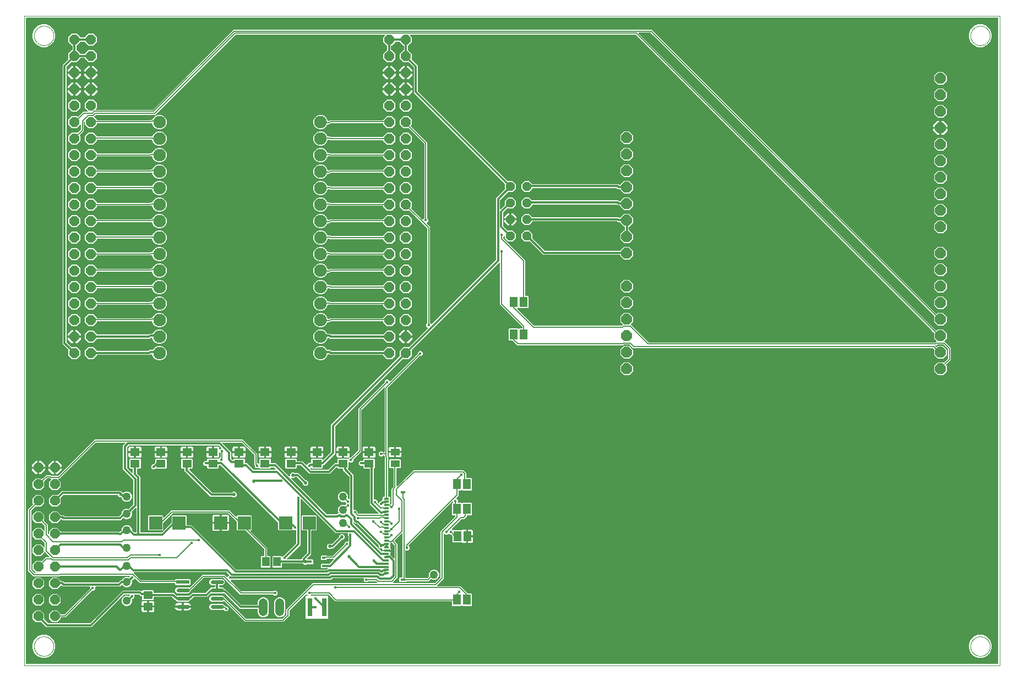
<source format=gtl>
G04 EAGLE Gerber RS-274X export*
G75*
%MOMM*%
%FSLAX34Y34*%
%LPD*%
%INTop Layer*%
%IPPOS*%
%AMOC8*
5,1,8,0,0,1.08239X$1,22.5*%
G01*
%ADD10C,0.000000*%
%ADD11P,1.649562X8X292.500000*%
%ADD12P,1.814519X8X292.500000*%
%ADD13R,1.465300X1.164600*%
%ADD14R,2.000000X2.000000*%
%ADD15R,0.800000X2.700000*%
%ADD16R,0.600000X0.400000*%
%ADD17R,1.420200X1.031200*%
%ADD18R,2.065000X0.626000*%
%ADD19C,0.626000*%
%ADD20R,1.164600X1.465300*%
%ADD21R,1.168400X1.600200*%
%ADD22P,1.649562X8X112.500000*%
%ADD23R,0.800000X0.300000*%
%ADD24R,0.800000X0.400000*%
%ADD25P,1.484606X8X292.500000*%
%ADD26C,1.930400*%
%ADD27C,1.371600*%
%ADD28C,1.270000*%
%ADD29C,0.304800*%
%ADD30C,0.450000*%
%ADD31C,0.152400*%
%ADD32C,0.525000*%

G36*
X1496718Y2544D02*
X1496718Y2544D01*
X1496737Y2542D01*
X1496839Y2564D01*
X1496941Y2580D01*
X1496958Y2590D01*
X1496978Y2594D01*
X1497067Y2647D01*
X1497158Y2696D01*
X1497172Y2710D01*
X1497189Y2720D01*
X1497256Y2799D01*
X1497328Y2874D01*
X1497336Y2892D01*
X1497349Y2907D01*
X1497388Y3003D01*
X1497431Y3097D01*
X1497433Y3117D01*
X1497441Y3135D01*
X1497459Y3302D01*
X1497459Y996698D01*
X1497456Y996718D01*
X1497458Y996737D01*
X1497436Y996839D01*
X1497420Y996941D01*
X1497410Y996958D01*
X1497406Y996978D01*
X1497353Y997067D01*
X1497304Y997158D01*
X1497290Y997172D01*
X1497280Y997189D01*
X1497201Y997256D01*
X1497126Y997328D01*
X1497108Y997336D01*
X1497093Y997349D01*
X1496997Y997388D01*
X1496903Y997431D01*
X1496883Y997433D01*
X1496865Y997441D01*
X1496698Y997459D01*
X3302Y997459D01*
X3282Y997456D01*
X3263Y997458D01*
X3161Y997436D01*
X3059Y997420D01*
X3042Y997410D01*
X3022Y997406D01*
X2933Y997353D01*
X2842Y997304D01*
X2828Y997290D01*
X2811Y997280D01*
X2744Y997201D01*
X2672Y997126D01*
X2664Y997108D01*
X2651Y997093D01*
X2612Y996997D01*
X2569Y996903D01*
X2567Y996883D01*
X2559Y996865D01*
X2541Y996698D01*
X2541Y3302D01*
X2544Y3282D01*
X2542Y3263D01*
X2564Y3161D01*
X2580Y3059D01*
X2590Y3042D01*
X2594Y3022D01*
X2647Y2933D01*
X2696Y2842D01*
X2710Y2828D01*
X2720Y2811D01*
X2799Y2744D01*
X2874Y2672D01*
X2892Y2664D01*
X2907Y2651D01*
X3003Y2612D01*
X3097Y2569D01*
X3117Y2567D01*
X3135Y2559D01*
X3302Y2541D01*
X1496698Y2541D01*
X1496718Y2544D01*
G37*
%LPC*%
G36*
X42972Y67125D02*
X42972Y67125D01*
X37615Y72482D01*
X37615Y80058D01*
X42972Y85415D01*
X50548Y85415D01*
X55905Y80058D01*
X55905Y80010D01*
X55908Y79990D01*
X55906Y79971D01*
X55928Y79869D01*
X55944Y79767D01*
X55954Y79750D01*
X55958Y79730D01*
X56011Y79641D01*
X56060Y79550D01*
X56074Y79536D01*
X56084Y79519D01*
X56163Y79452D01*
X56238Y79380D01*
X56256Y79372D01*
X56271Y79359D01*
X56367Y79320D01*
X56461Y79277D01*
X56481Y79275D01*
X56499Y79267D01*
X56666Y79249D01*
X61221Y79249D01*
X61312Y79263D01*
X61402Y79271D01*
X61432Y79283D01*
X61464Y79288D01*
X61545Y79331D01*
X61629Y79367D01*
X61661Y79393D01*
X61682Y79404D01*
X61704Y79427D01*
X61760Y79472D01*
X101158Y118870D01*
X101211Y118944D01*
X101271Y119014D01*
X101283Y119044D01*
X101302Y119070D01*
X101329Y119157D01*
X101363Y119242D01*
X101367Y119283D01*
X101374Y119305D01*
X101373Y119337D01*
X101381Y119409D01*
X101381Y121158D01*
X101378Y121178D01*
X101380Y121197D01*
X101358Y121299D01*
X101342Y121401D01*
X101332Y121418D01*
X101328Y121438D01*
X101275Y121527D01*
X101226Y121618D01*
X101212Y121632D01*
X101202Y121649D01*
X101123Y121716D01*
X101048Y121788D01*
X101030Y121796D01*
X101015Y121809D01*
X100919Y121848D01*
X100825Y121891D01*
X100805Y121893D01*
X100787Y121901D01*
X100620Y121919D01*
X58935Y121919D01*
X57204Y123650D01*
X57146Y123692D01*
X57094Y123741D01*
X57047Y123763D01*
X57005Y123794D01*
X56936Y123815D01*
X56871Y123845D01*
X56819Y123851D01*
X56769Y123866D01*
X56698Y123864D01*
X56627Y123872D01*
X56576Y123861D01*
X56524Y123860D01*
X56456Y123835D01*
X56386Y123820D01*
X56341Y123793D01*
X56293Y123775D01*
X56237Y123730D01*
X56175Y123694D01*
X56141Y123654D01*
X56101Y123622D01*
X56062Y123561D01*
X56015Y123507D01*
X55996Y123458D01*
X55968Y123415D01*
X55950Y123345D01*
X55938Y123315D01*
X50548Y117925D01*
X42972Y117925D01*
X37615Y123282D01*
X37615Y130858D01*
X42972Y136215D01*
X50548Y136215D01*
X55948Y130815D01*
X55954Y130804D01*
X55958Y130784D01*
X56011Y130695D01*
X56060Y130604D01*
X56074Y130590D01*
X56084Y130573D01*
X56163Y130506D01*
X56238Y130434D01*
X56256Y130426D01*
X56271Y130413D01*
X56367Y130374D01*
X56461Y130331D01*
X56481Y130329D01*
X56499Y130321D01*
X56666Y130303D01*
X59175Y130303D01*
X61238Y128240D01*
X61312Y128186D01*
X61381Y128127D01*
X61411Y128115D01*
X61438Y128096D01*
X61525Y128069D01*
X61609Y128035D01*
X61650Y128031D01*
X61673Y128024D01*
X61705Y128025D01*
X61776Y128017D01*
X143964Y128017D01*
X144054Y128031D01*
X144145Y128039D01*
X144175Y128051D01*
X144207Y128056D01*
X144287Y128099D01*
X144371Y128135D01*
X144403Y128161D01*
X144424Y128172D01*
X144446Y128195D01*
X144502Y128240D01*
X148089Y131827D01*
X149711Y131827D01*
X149825Y131846D01*
X149941Y131863D01*
X149947Y131865D01*
X149953Y131866D01*
X150056Y131921D01*
X150161Y131974D01*
X150165Y131979D01*
X150171Y131982D01*
X150250Y132066D01*
X150333Y132150D01*
X150337Y132156D01*
X150340Y132160D01*
X150348Y132177D01*
X150414Y132297D01*
X150784Y133191D01*
X152999Y135406D01*
X155894Y136605D01*
X159026Y136605D01*
X160527Y135983D01*
X160571Y135973D01*
X160613Y135953D01*
X160690Y135945D01*
X160766Y135927D01*
X160812Y135931D01*
X160857Y135926D01*
X160934Y135943D01*
X161011Y135950D01*
X161053Y135969D01*
X161098Y135979D01*
X161165Y136019D01*
X161236Y136050D01*
X161270Y136081D01*
X161309Y136105D01*
X161360Y136164D01*
X161417Y136217D01*
X161439Y136257D01*
X161469Y136292D01*
X161498Y136364D01*
X161535Y136432D01*
X161544Y136477D01*
X161561Y136520D01*
X161576Y136656D01*
X161579Y136674D01*
X161578Y136679D01*
X161579Y136687D01*
X161579Y137200D01*
X161763Y137384D01*
X161805Y137442D01*
X161855Y137494D01*
X161877Y137541D01*
X161907Y137583D01*
X161928Y137652D01*
X161958Y137717D01*
X161964Y137769D01*
X161979Y137819D01*
X161977Y137890D01*
X161985Y137961D01*
X161974Y138012D01*
X161973Y138064D01*
X161948Y138132D01*
X161933Y138202D01*
X161906Y138247D01*
X161889Y138295D01*
X161844Y138351D01*
X161807Y138413D01*
X161767Y138447D01*
X161735Y138487D01*
X161675Y138526D01*
X161620Y138573D01*
X161572Y138592D01*
X161528Y138620D01*
X161459Y138638D01*
X161392Y138665D01*
X161321Y138673D01*
X161289Y138681D01*
X161266Y138679D01*
X161225Y138683D01*
X55365Y138683D01*
X55274Y138669D01*
X55184Y138661D01*
X55154Y138649D01*
X55122Y138644D01*
X55041Y138601D01*
X54957Y138565D01*
X54925Y138539D01*
X54904Y138528D01*
X54882Y138505D01*
X54826Y138460D01*
X54287Y137921D01*
X14293Y137921D01*
X6095Y146119D01*
X6095Y240977D01*
X13269Y248151D01*
X13281Y248168D01*
X13297Y248180D01*
X13353Y248267D01*
X13413Y248351D01*
X13419Y248370D01*
X13430Y248387D01*
X13455Y248487D01*
X13485Y248586D01*
X13485Y248606D01*
X13490Y248625D01*
X13482Y248728D01*
X13479Y248832D01*
X13472Y248851D01*
X13471Y248871D01*
X13430Y248966D01*
X13395Y249063D01*
X13382Y249079D01*
X13374Y249097D01*
X13269Y249228D01*
X12215Y250282D01*
X12215Y257858D01*
X17572Y263215D01*
X25148Y263215D01*
X30505Y257858D01*
X30505Y250282D01*
X25148Y244925D01*
X17569Y244925D01*
X17564Y244929D01*
X17551Y244945D01*
X17464Y245001D01*
X17380Y245061D01*
X17361Y245067D01*
X17344Y245078D01*
X17244Y245103D01*
X17145Y245133D01*
X17125Y245133D01*
X17106Y245138D01*
X17003Y245130D01*
X16899Y245127D01*
X16881Y245120D01*
X16861Y245119D01*
X16766Y245078D01*
X16668Y245043D01*
X16653Y245030D01*
X16634Y245022D01*
X16503Y244917D01*
X10892Y239306D01*
X10839Y239232D01*
X10779Y239162D01*
X10767Y239132D01*
X10748Y239106D01*
X10721Y239019D01*
X10687Y238934D01*
X10683Y238893D01*
X10676Y238871D01*
X10677Y238839D01*
X10669Y238767D01*
X10669Y148329D01*
X10683Y148238D01*
X10691Y148148D01*
X10703Y148118D01*
X10708Y148086D01*
X10751Y148005D01*
X10787Y147921D01*
X10813Y147889D01*
X10824Y147868D01*
X10847Y147846D01*
X10892Y147790D01*
X15964Y142718D01*
X16038Y142665D01*
X16108Y142605D01*
X16138Y142593D01*
X16164Y142574D01*
X16251Y142547D01*
X16336Y142513D01*
X16377Y142509D01*
X16399Y142502D01*
X16431Y142503D01*
X16503Y142495D01*
X16565Y142495D01*
X16636Y142506D01*
X16707Y142508D01*
X16756Y142526D01*
X16808Y142534D01*
X16871Y142568D01*
X16938Y142593D01*
X16979Y142625D01*
X17025Y142650D01*
X17074Y142702D01*
X17130Y142746D01*
X17159Y142790D01*
X17194Y142828D01*
X17225Y142893D01*
X17263Y142953D01*
X17276Y143004D01*
X17298Y143051D01*
X17306Y143122D01*
X17323Y143192D01*
X17319Y143244D01*
X17325Y143295D01*
X17310Y143366D01*
X17304Y143437D01*
X17284Y143485D01*
X17273Y143536D01*
X17236Y143597D01*
X17208Y143663D01*
X17163Y143719D01*
X17147Y143747D01*
X17129Y143762D01*
X17103Y143794D01*
X12215Y148682D01*
X12215Y156258D01*
X17572Y161615D01*
X25148Y161615D01*
X25694Y161069D01*
X25710Y161057D01*
X25723Y161041D01*
X25810Y160985D01*
X25894Y160925D01*
X25913Y160919D01*
X25930Y160908D01*
X26030Y160883D01*
X26129Y160853D01*
X26149Y160853D01*
X26168Y160848D01*
X26271Y160856D01*
X26375Y160859D01*
X26394Y160866D01*
X26413Y160867D01*
X26508Y160908D01*
X26606Y160943D01*
X26621Y160956D01*
X26640Y160964D01*
X26771Y161069D01*
X31018Y165316D01*
X32581Y166879D01*
X38362Y166879D01*
X38432Y166890D01*
X38504Y166892D01*
X38553Y166910D01*
X38604Y166918D01*
X38668Y166952D01*
X38735Y166977D01*
X38776Y167009D01*
X38822Y167034D01*
X38871Y167086D01*
X38927Y167130D01*
X38955Y167174D01*
X38991Y167212D01*
X39021Y167277D01*
X39060Y167337D01*
X39073Y167388D01*
X39095Y167435D01*
X39103Y167506D01*
X39120Y167576D01*
X39116Y167628D01*
X39122Y167679D01*
X39107Y167750D01*
X39101Y167821D01*
X39081Y167869D01*
X39070Y167920D01*
X39033Y167981D01*
X39005Y168047D01*
X38960Y168103D01*
X38943Y168131D01*
X38926Y168146D01*
X38900Y168178D01*
X32804Y174274D01*
X31804Y175274D01*
X31746Y175316D01*
X31694Y175365D01*
X31647Y175387D01*
X31605Y175417D01*
X31536Y175438D01*
X31471Y175469D01*
X31419Y175474D01*
X31369Y175490D01*
X31298Y175488D01*
X31227Y175496D01*
X31176Y175485D01*
X31124Y175483D01*
X31056Y175459D01*
X30986Y175444D01*
X30941Y175417D01*
X30893Y175399D01*
X30837Y175354D01*
X30775Y175317D01*
X30741Y175278D01*
X30701Y175245D01*
X30662Y175185D01*
X30615Y175130D01*
X30596Y175082D01*
X30568Y175038D01*
X30550Y174969D01*
X30523Y174902D01*
X30515Y174831D01*
X30507Y174800D01*
X30509Y174776D01*
X30505Y174736D01*
X30505Y174082D01*
X25148Y168725D01*
X17572Y168725D01*
X12215Y174082D01*
X12215Y181658D01*
X17572Y187015D01*
X25148Y187015D01*
X29942Y182221D01*
X30000Y182179D01*
X30052Y182130D01*
X30099Y182108D01*
X30141Y182077D01*
X30210Y182056D01*
X30275Y182026D01*
X30327Y182020D01*
X30377Y182005D01*
X30448Y182007D01*
X30519Y181999D01*
X30570Y182010D01*
X30622Y182011D01*
X30690Y182036D01*
X30760Y182051D01*
X30805Y182078D01*
X30853Y182096D01*
X30909Y182141D01*
X30971Y182177D01*
X31005Y182217D01*
X31045Y182249D01*
X31084Y182310D01*
X31131Y182364D01*
X31150Y182413D01*
X31178Y182456D01*
X31196Y182526D01*
X31223Y182592D01*
X31231Y182664D01*
X31239Y182695D01*
X31237Y182718D01*
X31241Y182759D01*
X31241Y188475D01*
X31227Y188566D01*
X31219Y188656D01*
X31207Y188686D01*
X31202Y188718D01*
X31159Y188799D01*
X31123Y188883D01*
X31097Y188915D01*
X31086Y188936D01*
X31063Y188958D01*
X31018Y189014D01*
X26066Y193966D01*
X26049Y193978D01*
X26037Y193994D01*
X25950Y194050D01*
X25866Y194110D01*
X25847Y194116D01*
X25830Y194127D01*
X25730Y194152D01*
X25631Y194182D01*
X25611Y194182D01*
X25591Y194187D01*
X25488Y194179D01*
X25385Y194176D01*
X25366Y194169D01*
X25346Y194168D01*
X25251Y194127D01*
X25246Y194125D01*
X17572Y194125D01*
X12215Y199482D01*
X12215Y207058D01*
X17572Y212415D01*
X25148Y212415D01*
X29942Y207621D01*
X30000Y207579D01*
X30052Y207530D01*
X30099Y207508D01*
X30141Y207477D01*
X30210Y207456D01*
X30275Y207426D01*
X30327Y207420D01*
X30377Y207405D01*
X30448Y207407D01*
X30519Y207399D01*
X30570Y207410D01*
X30622Y207411D01*
X30690Y207436D01*
X30760Y207451D01*
X30805Y207478D01*
X30853Y207496D01*
X30909Y207541D01*
X30971Y207577D01*
X31005Y207617D01*
X31045Y207649D01*
X31084Y207710D01*
X31131Y207764D01*
X31150Y207813D01*
X31178Y207856D01*
X31196Y207926D01*
X31223Y207992D01*
X31231Y208064D01*
X31239Y208095D01*
X31237Y208118D01*
X31241Y208159D01*
X31241Y215145D01*
X31227Y215236D01*
X31219Y215326D01*
X31207Y215356D01*
X31202Y215388D01*
X31159Y215469D01*
X31123Y215553D01*
X31097Y215585D01*
X31086Y215606D01*
X31063Y215628D01*
X31018Y215684D01*
X26701Y220001D01*
X26684Y220013D01*
X26672Y220029D01*
X26585Y220085D01*
X26501Y220145D01*
X26482Y220151D01*
X26465Y220162D01*
X26365Y220187D01*
X26266Y220217D01*
X26246Y220217D01*
X26227Y220222D01*
X26124Y220214D01*
X26020Y220211D01*
X26001Y220204D01*
X25981Y220203D01*
X25886Y220162D01*
X25789Y220127D01*
X25773Y220114D01*
X25755Y220106D01*
X25624Y220001D01*
X25148Y219525D01*
X17572Y219525D01*
X12215Y224882D01*
X12215Y232458D01*
X17572Y237815D01*
X25148Y237815D01*
X30505Y232458D01*
X30505Y224882D01*
X30316Y224693D01*
X30304Y224677D01*
X30288Y224664D01*
X30232Y224577D01*
X30172Y224493D01*
X30166Y224474D01*
X30155Y224457D01*
X30130Y224357D01*
X30100Y224258D01*
X30100Y224238D01*
X30095Y224219D01*
X30103Y224116D01*
X30106Y224012D01*
X30113Y223994D01*
X30114Y223974D01*
X30155Y223879D01*
X30190Y223781D01*
X30203Y223766D01*
X30211Y223747D01*
X30316Y223616D01*
X30481Y223451D01*
X30481Y223005D01*
X30495Y222914D01*
X30503Y222824D01*
X30515Y222794D01*
X30520Y222762D01*
X30563Y222681D01*
X30599Y222597D01*
X30625Y222565D01*
X30636Y222544D01*
X30659Y222522D01*
X30704Y222466D01*
X35815Y217355D01*
X35815Y203193D01*
X35829Y203103D01*
X35837Y203012D01*
X35849Y202982D01*
X35854Y202950D01*
X35897Y202869D01*
X35933Y202785D01*
X35959Y202753D01*
X35970Y202732D01*
X35993Y202710D01*
X36038Y202654D01*
X36316Y202376D01*
X36374Y202334D01*
X36426Y202285D01*
X36473Y202263D01*
X36515Y202233D01*
X36584Y202212D01*
X36649Y202181D01*
X36701Y202176D01*
X36751Y202160D01*
X36822Y202162D01*
X36893Y202154D01*
X36944Y202165D01*
X36996Y202167D01*
X37064Y202191D01*
X37134Y202206D01*
X37179Y202233D01*
X37227Y202251D01*
X37283Y202296D01*
X37345Y202333D01*
X37379Y202372D01*
X37419Y202405D01*
X37458Y202465D01*
X37505Y202520D01*
X37524Y202568D01*
X37552Y202612D01*
X37570Y202681D01*
X37597Y202748D01*
X37605Y202819D01*
X37613Y202850D01*
X37611Y202874D01*
X37615Y202914D01*
X37615Y207058D01*
X42972Y212415D01*
X50548Y212415D01*
X55948Y207015D01*
X55954Y207004D01*
X55958Y206984D01*
X56011Y206895D01*
X56060Y206804D01*
X56074Y206790D01*
X56084Y206773D01*
X56163Y206706D01*
X56238Y206634D01*
X56256Y206626D01*
X56271Y206613D01*
X56367Y206574D01*
X56461Y206531D01*
X56481Y206529D01*
X56499Y206521D01*
X56666Y206503D01*
X147012Y206503D01*
X147102Y206517D01*
X147193Y206525D01*
X147223Y206537D01*
X147255Y206542D01*
X147335Y206585D01*
X147419Y206621D01*
X147451Y206647D01*
X147472Y206658D01*
X147494Y206681D01*
X147550Y206726D01*
X149362Y208538D01*
X149415Y208612D01*
X149475Y208681D01*
X149487Y208711D01*
X149506Y208738D01*
X149533Y208825D01*
X149567Y208909D01*
X149571Y208950D01*
X149578Y208973D01*
X149577Y209005D01*
X149585Y209076D01*
X149585Y210296D01*
X150784Y213191D01*
X152999Y215406D01*
X155894Y216605D01*
X159026Y216605D01*
X161921Y215406D01*
X164136Y213191D01*
X165335Y210296D01*
X165335Y209624D01*
X165349Y209534D01*
X165357Y209443D01*
X165369Y209413D01*
X165374Y209381D01*
X165417Y209301D01*
X165453Y209217D01*
X165479Y209185D01*
X165490Y209164D01*
X165513Y209142D01*
X165535Y209114D01*
X165538Y209110D01*
X165541Y209107D01*
X165558Y209086D01*
X169442Y205202D01*
X169516Y205149D01*
X169585Y205089D01*
X169615Y205077D01*
X169642Y205058D01*
X169729Y205031D01*
X169813Y204997D01*
X169854Y204993D01*
X169877Y204986D01*
X169909Y204987D01*
X169980Y204979D01*
X171450Y204979D01*
X171470Y204982D01*
X171489Y204980D01*
X171591Y205002D01*
X171693Y205018D01*
X171710Y205028D01*
X171730Y205032D01*
X171819Y205085D01*
X171910Y205134D01*
X171924Y205148D01*
X171941Y205158D01*
X172008Y205237D01*
X172080Y205312D01*
X172088Y205330D01*
X172101Y205345D01*
X172140Y205441D01*
X172183Y205535D01*
X172185Y205555D01*
X172193Y205573D01*
X172211Y205740D01*
X172211Y242262D01*
X172200Y242333D01*
X172198Y242404D01*
X172180Y242453D01*
X172172Y242505D01*
X172138Y242568D01*
X172113Y242635D01*
X172081Y242676D01*
X172056Y242722D01*
X172005Y242771D01*
X171960Y242827D01*
X171916Y242856D01*
X171878Y242891D01*
X171813Y242922D01*
X171753Y242960D01*
X171702Y242973D01*
X171655Y242995D01*
X171584Y243003D01*
X171514Y243020D01*
X171462Y243016D01*
X171411Y243022D01*
X171340Y243007D01*
X171269Y243001D01*
X171221Y242981D01*
X171170Y242970D01*
X171109Y242933D01*
X171043Y242905D01*
X170987Y242860D01*
X170959Y242844D01*
X170944Y242826D01*
X170912Y242800D01*
X165153Y237042D01*
X165085Y236947D01*
X165016Y236853D01*
X165014Y236847D01*
X165010Y236842D01*
X164976Y236731D01*
X164939Y236619D01*
X164939Y236613D01*
X164938Y236607D01*
X164941Y236490D01*
X164942Y236373D01*
X164944Y236366D01*
X164944Y236361D01*
X164950Y236344D01*
X164988Y236212D01*
X165335Y235376D01*
X165335Y232244D01*
X164136Y229349D01*
X161921Y227134D01*
X159026Y225935D01*
X155894Y225935D01*
X152999Y227134D01*
X152756Y227378D01*
X152740Y227389D01*
X152727Y227405D01*
X152640Y227461D01*
X152556Y227521D01*
X152537Y227527D01*
X152520Y227538D01*
X152420Y227563D01*
X152321Y227594D01*
X152301Y227593D01*
X152282Y227598D01*
X152179Y227590D01*
X152075Y227587D01*
X152056Y227580D01*
X152037Y227579D01*
X151941Y227538D01*
X151844Y227503D01*
X151829Y227490D01*
X151810Y227482D01*
X151679Y227378D01*
X150338Y226036D01*
X148329Y224027D01*
X58935Y224027D01*
X57634Y225328D01*
X57560Y225381D01*
X57491Y225441D01*
X57461Y225453D01*
X57434Y225472D01*
X57347Y225499D01*
X57263Y225533D01*
X57222Y225537D01*
X57199Y225544D01*
X57167Y225543D01*
X57096Y225551D01*
X56666Y225551D01*
X56646Y225548D01*
X56627Y225550D01*
X56525Y225528D01*
X56423Y225512D01*
X56406Y225502D01*
X56386Y225498D01*
X56297Y225445D01*
X56206Y225396D01*
X56192Y225382D01*
X56175Y225372D01*
X56108Y225293D01*
X56036Y225218D01*
X56028Y225200D01*
X56015Y225185D01*
X55976Y225089D01*
X55933Y224995D01*
X55931Y224975D01*
X55923Y224957D01*
X55916Y224894D01*
X50548Y219525D01*
X42972Y219525D01*
X37615Y224882D01*
X37615Y232458D01*
X42972Y237815D01*
X50548Y237815D01*
X55905Y232458D01*
X55905Y232410D01*
X55906Y232402D01*
X55906Y232399D01*
X55908Y232389D01*
X55906Y232371D01*
X55928Y232269D01*
X55944Y232167D01*
X55954Y232150D01*
X55958Y232130D01*
X56011Y232041D01*
X56060Y231950D01*
X56074Y231936D01*
X56084Y231919D01*
X56163Y231852D01*
X56238Y231780D01*
X56256Y231772D01*
X56271Y231759D01*
X56367Y231720D01*
X56461Y231677D01*
X56481Y231675D01*
X56499Y231667D01*
X56666Y231649D01*
X59937Y231649D01*
X61238Y230348D01*
X61312Y230295D01*
X61381Y230235D01*
X61411Y230223D01*
X61438Y230204D01*
X61525Y230177D01*
X61609Y230143D01*
X61650Y230139D01*
X61673Y230132D01*
X61705Y230133D01*
X61776Y230125D01*
X145488Y230125D01*
X145578Y230139D01*
X145669Y230147D01*
X145699Y230159D01*
X145731Y230164D01*
X145811Y230207D01*
X145895Y230243D01*
X145927Y230269D01*
X145948Y230280D01*
X145970Y230303D01*
X146026Y230348D01*
X149362Y233684D01*
X149415Y233758D01*
X149475Y233827D01*
X149487Y233857D01*
X149506Y233884D01*
X149533Y233971D01*
X149567Y234055D01*
X149571Y234096D01*
X149578Y234119D01*
X149577Y234151D01*
X149585Y234222D01*
X149585Y235376D01*
X150784Y238271D01*
X152999Y240486D01*
X155894Y241685D01*
X159026Y241685D01*
X160074Y241251D01*
X160187Y241224D01*
X160302Y241195D01*
X160308Y241196D01*
X160314Y241194D01*
X160430Y241205D01*
X160547Y241214D01*
X160552Y241217D01*
X160559Y241218D01*
X160667Y241266D01*
X160773Y241311D01*
X160779Y241315D01*
X160784Y241317D01*
X160798Y241330D01*
X160904Y241416D01*
X167416Y247928D01*
X167465Y247995D01*
X167466Y247996D01*
X167466Y247998D01*
X167469Y248002D01*
X167529Y248071D01*
X167541Y248101D01*
X167560Y248128D01*
X167587Y248215D01*
X167621Y248299D01*
X167625Y248340D01*
X167632Y248363D01*
X167631Y248395D01*
X167639Y248466D01*
X167639Y285696D01*
X167625Y285786D01*
X167617Y285877D01*
X167605Y285907D01*
X167600Y285939D01*
X167557Y286019D01*
X167521Y286103D01*
X167495Y286135D01*
X167484Y286156D01*
X167461Y286178D01*
X167416Y286234D01*
X151637Y302013D01*
X151637Y338829D01*
X155170Y342362D01*
X155212Y342420D01*
X155261Y342472D01*
X155283Y342519D01*
X155314Y342561D01*
X155335Y342630D01*
X155365Y342695D01*
X155371Y342747D01*
X155386Y342797D01*
X155384Y342868D01*
X155392Y342939D01*
X155381Y342990D01*
X155380Y343042D01*
X155355Y343110D01*
X155340Y343180D01*
X155313Y343225D01*
X155295Y343273D01*
X155250Y343329D01*
X155214Y343391D01*
X155174Y343425D01*
X155142Y343465D01*
X155081Y343504D01*
X155027Y343551D01*
X154978Y343570D01*
X154935Y343598D01*
X154865Y343616D01*
X154799Y343643D01*
X154727Y343651D01*
X154696Y343659D01*
X154673Y343657D01*
X154632Y343661D01*
X110229Y343661D01*
X110138Y343647D01*
X110048Y343639D01*
X110018Y343627D01*
X109986Y343622D01*
X109905Y343579D01*
X109821Y343543D01*
X109789Y343517D01*
X109768Y343506D01*
X109746Y343483D01*
X109690Y343438D01*
X54287Y288035D01*
X52965Y288035D01*
X52894Y288024D01*
X52823Y288022D01*
X52774Y288004D01*
X52722Y287996D01*
X52659Y287962D01*
X52592Y287937D01*
X52551Y287905D01*
X52505Y287880D01*
X52456Y287828D01*
X52400Y287784D01*
X52371Y287740D01*
X52336Y287702D01*
X52305Y287637D01*
X52267Y287577D01*
X52254Y287526D01*
X52232Y287479D01*
X52224Y287408D01*
X52207Y287338D01*
X52211Y287286D01*
X52205Y287235D01*
X52220Y287164D01*
X52226Y287093D01*
X52246Y287045D01*
X52257Y286994D01*
X52294Y286933D01*
X52322Y286867D01*
X52367Y286811D01*
X52383Y286783D01*
X52401Y286768D01*
X52408Y286759D01*
X52409Y286757D01*
X52410Y286756D01*
X52427Y286736D01*
X55905Y283258D01*
X55905Y275682D01*
X50548Y270325D01*
X42972Y270325D01*
X37615Y275682D01*
X37615Y283258D01*
X41093Y286736D01*
X41135Y286794D01*
X41184Y286846D01*
X41206Y286893D01*
X41237Y286935D01*
X41258Y287004D01*
X41288Y287069D01*
X41294Y287121D01*
X41309Y287171D01*
X41307Y287242D01*
X41315Y287313D01*
X41304Y287364D01*
X41303Y287416D01*
X41278Y287484D01*
X41263Y287554D01*
X41236Y287599D01*
X41218Y287647D01*
X41173Y287703D01*
X41137Y287765D01*
X41097Y287799D01*
X41065Y287839D01*
X41004Y287878D01*
X40950Y287925D01*
X40901Y287944D01*
X40858Y287972D01*
X40788Y287990D01*
X40722Y288017D01*
X40650Y288025D01*
X40619Y288033D01*
X40596Y288031D01*
X40555Y288035D01*
X40201Y288035D01*
X39662Y288574D01*
X39588Y288627D01*
X39518Y288687D01*
X39488Y288699D01*
X39462Y288718D01*
X39375Y288745D01*
X39290Y288779D01*
X39249Y288783D01*
X39227Y288790D01*
X39195Y288789D01*
X39123Y288797D01*
X35552Y288797D01*
X35462Y288783D01*
X35371Y288775D01*
X35342Y288763D01*
X35310Y288758D01*
X35229Y288715D01*
X35145Y288679D01*
X35113Y288653D01*
X35092Y288642D01*
X35070Y288619D01*
X35067Y288617D01*
X35066Y288616D01*
X35065Y288615D01*
X35014Y288574D01*
X31466Y285026D01*
X30640Y284200D01*
X30628Y284183D01*
X30612Y284171D01*
X30556Y284084D01*
X30496Y284000D01*
X30490Y283981D01*
X30479Y283964D01*
X30454Y283864D01*
X30424Y283765D01*
X30424Y283745D01*
X30419Y283725D01*
X30427Y283622D01*
X30430Y283519D01*
X30437Y283500D01*
X30438Y283480D01*
X30479Y283385D01*
X30505Y283314D01*
X30505Y275682D01*
X25148Y270325D01*
X17572Y270325D01*
X12215Y275682D01*
X12215Y283258D01*
X17572Y288615D01*
X25148Y288615D01*
X25948Y287815D01*
X25964Y287803D01*
X25977Y287787D01*
X26064Y287731D01*
X26148Y287671D01*
X26167Y287665D01*
X26184Y287654D01*
X26284Y287629D01*
X26383Y287599D01*
X26403Y287599D01*
X26422Y287594D01*
X26525Y287602D01*
X26629Y287605D01*
X26647Y287612D01*
X26667Y287613D01*
X26762Y287654D01*
X26860Y287689D01*
X26875Y287702D01*
X26894Y287710D01*
X27025Y287815D01*
X27247Y288037D01*
X27694Y288037D01*
X27784Y288051D01*
X27875Y288059D01*
X27904Y288071D01*
X27936Y288076D01*
X28017Y288119D01*
X28101Y288155D01*
X28133Y288181D01*
X28154Y288192D01*
X28176Y288215D01*
X28232Y288260D01*
X31780Y291808D01*
X33343Y293371D01*
X41333Y293371D01*
X41872Y292832D01*
X41946Y292779D01*
X42016Y292719D01*
X42046Y292707D01*
X42072Y292688D01*
X42159Y292661D01*
X42244Y292627D01*
X42285Y292623D01*
X42307Y292616D01*
X42339Y292617D01*
X42411Y292609D01*
X52077Y292609D01*
X52168Y292623D01*
X52258Y292631D01*
X52288Y292643D01*
X52320Y292648D01*
X52401Y292691D01*
X52485Y292727D01*
X52517Y292753D01*
X52538Y292764D01*
X52560Y292787D01*
X52616Y292832D01*
X108019Y348235D01*
X336227Y348235D01*
X358141Y326321D01*
X358141Y312384D01*
X358144Y312364D01*
X358142Y312345D01*
X358164Y312243D01*
X358180Y312141D01*
X358190Y312124D01*
X358194Y312104D01*
X358247Y312015D01*
X358296Y311924D01*
X358310Y311910D01*
X358320Y311893D01*
X358399Y311826D01*
X358474Y311754D01*
X358492Y311746D01*
X358507Y311733D01*
X358603Y311694D01*
X358697Y311651D01*
X358717Y311649D01*
X358735Y311641D01*
X358902Y311623D01*
X359704Y311623D01*
X359849Y311477D01*
X359907Y311435D01*
X359959Y311386D01*
X360007Y311364D01*
X360049Y311334D01*
X360117Y311312D01*
X360183Y311282D01*
X360234Y311276D01*
X360284Y311261D01*
X360356Y311263D01*
X360427Y311255D01*
X360478Y311266D01*
X360530Y311268D01*
X360597Y311292D01*
X360667Y311307D01*
X360712Y311334D01*
X360761Y311352D01*
X360817Y311397D01*
X360878Y311434D01*
X360912Y311473D01*
X360953Y311506D01*
X360992Y311566D01*
X361038Y311620D01*
X361058Y311669D01*
X361086Y311713D01*
X361103Y311782D01*
X361130Y311849D01*
X361138Y311920D01*
X361146Y311951D01*
X361144Y311974D01*
X361149Y312015D01*
X361149Y317701D01*
X362042Y318594D01*
X377958Y318594D01*
X378851Y317701D01*
X378851Y312420D01*
X378854Y312400D01*
X378852Y312381D01*
X378874Y312279D01*
X378891Y312177D01*
X378900Y312160D01*
X378905Y312140D01*
X378958Y312051D01*
X379006Y311960D01*
X379020Y311946D01*
X379031Y311929D01*
X379109Y311862D01*
X379184Y311790D01*
X379202Y311782D01*
X379218Y311769D01*
X379314Y311730D01*
X379407Y311687D01*
X379427Y311685D01*
X379446Y311677D01*
X379612Y311659D01*
X386835Y311659D01*
X388844Y309650D01*
X407161Y291333D01*
X407219Y291291D01*
X407271Y291242D01*
X407318Y291220D01*
X407360Y291189D01*
X407429Y291168D01*
X407494Y291138D01*
X407546Y291132D01*
X407596Y291117D01*
X407667Y291119D01*
X407738Y291111D01*
X407789Y291122D01*
X407841Y291123D01*
X407909Y291148D01*
X407979Y291163D01*
X408024Y291190D01*
X408072Y291208D01*
X408128Y291253D01*
X408190Y291289D01*
X408224Y291329D01*
X408264Y291361D01*
X408303Y291422D01*
X408350Y291476D01*
X408369Y291525D01*
X408397Y291568D01*
X408415Y291638D01*
X408442Y291704D01*
X408450Y291776D01*
X408458Y291807D01*
X408456Y291830D01*
X408460Y291871D01*
X408460Y295329D01*
X410891Y297760D01*
X414329Y297760D01*
X415207Y296882D01*
X415281Y296829D01*
X415350Y296769D01*
X415380Y296757D01*
X415407Y296738D01*
X415494Y296711D01*
X415578Y296677D01*
X415619Y296673D01*
X415642Y296666D01*
X415674Y296667D01*
X415745Y296659D01*
X421563Y296659D01*
X432339Y285883D01*
X432413Y285830D01*
X432482Y285770D01*
X432512Y285758D01*
X432539Y285739D01*
X432626Y285712D01*
X432710Y285678D01*
X432751Y285674D01*
X432774Y285667D01*
X432806Y285668D01*
X432877Y285660D01*
X434119Y285660D01*
X436550Y283229D01*
X436550Y279791D01*
X434119Y277360D01*
X430681Y277360D01*
X428250Y279791D01*
X428250Y281033D01*
X428236Y281123D01*
X428228Y281214D01*
X428216Y281244D01*
X428211Y281276D01*
X428168Y281356D01*
X428132Y281440D01*
X428106Y281472D01*
X428095Y281493D01*
X428072Y281515D01*
X428027Y281571D01*
X419260Y290338D01*
X419186Y290391D01*
X419117Y290451D01*
X419087Y290463D01*
X419060Y290482D01*
X418973Y290509D01*
X418889Y290543D01*
X418848Y290547D01*
X418825Y290554D01*
X418793Y290553D01*
X418722Y290561D01*
X415745Y290561D01*
X415655Y290547D01*
X415564Y290539D01*
X415534Y290527D01*
X415502Y290522D01*
X415422Y290479D01*
X415338Y290443D01*
X415306Y290417D01*
X415285Y290406D01*
X415263Y290383D01*
X415207Y290338D01*
X414329Y289460D01*
X410871Y289460D01*
X410800Y289449D01*
X410729Y289447D01*
X410680Y289429D01*
X410628Y289421D01*
X410565Y289387D01*
X410498Y289362D01*
X410457Y289330D01*
X410411Y289305D01*
X410362Y289253D01*
X410306Y289209D01*
X410277Y289165D01*
X410242Y289127D01*
X410211Y289062D01*
X410173Y289002D01*
X410160Y288951D01*
X410138Y288904D01*
X410130Y288833D01*
X410113Y288763D01*
X410117Y288711D01*
X410111Y288660D01*
X410126Y288589D01*
X410132Y288518D01*
X410152Y288470D01*
X410163Y288419D01*
X410200Y288358D01*
X410228Y288292D01*
X410273Y288236D01*
X410289Y288208D01*
X410307Y288193D01*
X410333Y288161D01*
X465098Y233396D01*
X465172Y233343D01*
X465241Y233283D01*
X465271Y233271D01*
X465298Y233252D01*
X465385Y233225D01*
X465469Y233191D01*
X465510Y233187D01*
X465533Y233180D01*
X465565Y233181D01*
X465636Y233173D01*
X480006Y233173D01*
X480096Y233187D01*
X480187Y233195D01*
X480217Y233207D01*
X480249Y233212D01*
X480329Y233255D01*
X480413Y233291D01*
X480445Y233317D01*
X480466Y233328D01*
X480488Y233351D01*
X480492Y233354D01*
X480493Y233354D01*
X480494Y233355D01*
X480544Y233396D01*
X481083Y233935D01*
X481530Y233935D01*
X481620Y233949D01*
X481711Y233957D01*
X481741Y233969D01*
X481773Y233974D01*
X481853Y234017D01*
X481937Y234053D01*
X481969Y234079D01*
X481990Y234090D01*
X482012Y234113D01*
X482014Y234115D01*
X482016Y234116D01*
X482018Y234117D01*
X482068Y234158D01*
X482613Y234703D01*
X482625Y234702D01*
X482700Y234724D01*
X482777Y234736D01*
X482817Y234758D01*
X482861Y234771D01*
X482925Y234815D01*
X482994Y234852D01*
X483026Y234885D01*
X483063Y234911D01*
X483110Y234973D01*
X483163Y235030D01*
X483183Y235072D01*
X483210Y235108D01*
X483234Y235182D01*
X483267Y235253D01*
X483272Y235299D01*
X483286Y235342D01*
X483286Y235420D01*
X483294Y235497D01*
X483284Y235542D01*
X483284Y235588D01*
X483246Y235720D01*
X483242Y235738D01*
X483239Y235742D01*
X483237Y235749D01*
X482125Y238434D01*
X482125Y241566D01*
X483324Y244461D01*
X485539Y246676D01*
X488434Y247875D01*
X491566Y247875D01*
X492759Y247381D01*
X492803Y247370D01*
X492845Y247351D01*
X492922Y247342D01*
X492998Y247325D01*
X493044Y247329D01*
X493089Y247324D01*
X493166Y247340D01*
X493243Y247348D01*
X493285Y247366D01*
X493330Y247376D01*
X493397Y247416D01*
X493468Y247448D01*
X493502Y247479D01*
X493541Y247502D01*
X493592Y247562D01*
X493649Y247614D01*
X493671Y247654D01*
X493701Y247689D01*
X493730Y247762D01*
X493767Y247830D01*
X493776Y247875D01*
X493793Y247917D01*
X493808Y248053D01*
X493811Y248072D01*
X493810Y248077D01*
X493811Y248084D01*
X493811Y248452D01*
X494757Y249398D01*
X494769Y249414D01*
X494785Y249426D01*
X494841Y249514D01*
X494901Y249597D01*
X494907Y249616D01*
X494918Y249633D01*
X494943Y249734D01*
X494973Y249833D01*
X494973Y249852D01*
X494978Y249872D01*
X494970Y249975D01*
X494967Y250078D01*
X494960Y250097D01*
X494959Y250117D01*
X494921Y250206D01*
X494916Y250227D01*
X494907Y250241D01*
X494883Y250309D01*
X494870Y250325D01*
X494862Y250343D01*
X494800Y250421D01*
X494790Y250438D01*
X494779Y250447D01*
X494757Y250474D01*
X493811Y251420D01*
X493811Y251916D01*
X493804Y251961D01*
X493806Y252007D01*
X493784Y252082D01*
X493772Y252159D01*
X493750Y252199D01*
X493737Y252243D01*
X493693Y252307D01*
X493656Y252376D01*
X493623Y252408D01*
X493597Y252445D01*
X493535Y252492D01*
X493478Y252545D01*
X493436Y252565D01*
X493400Y252592D01*
X493326Y252616D01*
X493255Y252649D01*
X493209Y252654D01*
X493166Y252668D01*
X493088Y252668D01*
X493011Y252676D01*
X492966Y252666D01*
X492920Y252666D01*
X492788Y252628D01*
X492770Y252624D01*
X492766Y252621D01*
X492759Y252619D01*
X491566Y252125D01*
X488434Y252125D01*
X485539Y253324D01*
X483324Y255539D01*
X482125Y258434D01*
X482125Y261566D01*
X483324Y264461D01*
X485539Y266676D01*
X488434Y267875D01*
X491566Y267875D01*
X494461Y266676D01*
X496676Y264461D01*
X497875Y261566D01*
X497875Y258434D01*
X497617Y257811D01*
X497609Y257775D01*
X497603Y257764D01*
X497603Y257759D01*
X497587Y257725D01*
X497579Y257648D01*
X497561Y257572D01*
X497565Y257526D01*
X497560Y257481D01*
X497577Y257404D01*
X497584Y257327D01*
X497603Y257285D01*
X497612Y257240D01*
X497652Y257173D01*
X497684Y257102D01*
X497715Y257068D01*
X497738Y257029D01*
X497798Y256978D01*
X497850Y256921D01*
X497891Y256899D01*
X497925Y256869D01*
X497998Y256840D01*
X498066Y256803D01*
X498111Y256794D01*
X498154Y256777D01*
X498289Y256762D01*
X498308Y256759D01*
X498313Y256760D01*
X498320Y256759D01*
X499110Y256759D01*
X499130Y256762D01*
X499149Y256760D01*
X499251Y256782D01*
X499353Y256798D01*
X499370Y256808D01*
X499390Y256812D01*
X499479Y256865D01*
X499570Y256914D01*
X499584Y256928D01*
X499601Y256938D01*
X499668Y257017D01*
X499740Y257092D01*
X499748Y257110D01*
X499761Y257125D01*
X499800Y257221D01*
X499843Y257315D01*
X499845Y257335D01*
X499853Y257353D01*
X499871Y257520D01*
X499871Y291030D01*
X499857Y291120D01*
X499849Y291211D01*
X499837Y291241D01*
X499832Y291273D01*
X499789Y291353D01*
X499753Y291437D01*
X499727Y291469D01*
X499716Y291490D01*
X499693Y291512D01*
X499669Y291542D01*
X499667Y291545D01*
X499665Y291547D01*
X499648Y291568D01*
X491974Y299242D01*
X489965Y301251D01*
X489965Y303137D01*
X489962Y303157D01*
X489964Y303176D01*
X489942Y303278D01*
X489926Y303380D01*
X489916Y303397D01*
X489912Y303417D01*
X489859Y303506D01*
X489810Y303597D01*
X489796Y303611D01*
X489786Y303628D01*
X489707Y303695D01*
X489632Y303767D01*
X489614Y303775D01*
X489599Y303788D01*
X489503Y303827D01*
X489409Y303870D01*
X489389Y303872D01*
X489371Y303880D01*
X489204Y303898D01*
X482042Y303898D01*
X481149Y304791D01*
X481149Y304800D01*
X481146Y304820D01*
X481148Y304839D01*
X481126Y304941D01*
X481109Y305043D01*
X481100Y305060D01*
X481095Y305080D01*
X481042Y305169D01*
X480994Y305260D01*
X480980Y305274D01*
X480969Y305291D01*
X480891Y305358D01*
X480816Y305430D01*
X480798Y305438D01*
X480782Y305451D01*
X480686Y305490D01*
X480593Y305533D01*
X480573Y305535D01*
X480554Y305543D01*
X480388Y305561D01*
X480114Y305561D01*
X480024Y305547D01*
X479933Y305539D01*
X479903Y305527D01*
X479871Y305522D01*
X479791Y305479D01*
X479707Y305443D01*
X479675Y305417D01*
X479654Y305406D01*
X479632Y305383D01*
X479576Y305338D01*
X469893Y295655D01*
X438411Y295655D01*
X425680Y308386D01*
X425606Y308439D01*
X425537Y308499D01*
X425507Y308511D01*
X425480Y308530D01*
X425393Y308557D01*
X425309Y308591D01*
X425268Y308595D01*
X425245Y308602D01*
X425213Y308601D01*
X425142Y308609D01*
X419612Y308609D01*
X419593Y308606D01*
X419573Y308608D01*
X419472Y308586D01*
X419370Y308570D01*
X419352Y308560D01*
X419333Y308556D01*
X419244Y308503D01*
X419152Y308454D01*
X419139Y308440D01*
X419122Y308430D01*
X419054Y308351D01*
X418983Y308276D01*
X418975Y308258D01*
X418962Y308243D01*
X418923Y308147D01*
X418879Y308053D01*
X418877Y308033D01*
X418870Y308015D01*
X418851Y307848D01*
X418851Y304791D01*
X417958Y303898D01*
X402042Y303898D01*
X401149Y304791D01*
X401149Y317701D01*
X402042Y318594D01*
X417958Y318594D01*
X418851Y317701D01*
X418851Y315468D01*
X418854Y315448D01*
X418852Y315429D01*
X418874Y315327D01*
X418891Y315225D01*
X418900Y315208D01*
X418905Y315188D01*
X418958Y315099D01*
X419006Y315008D01*
X419020Y314994D01*
X419031Y314977D01*
X419109Y314910D01*
X419184Y314838D01*
X419202Y314830D01*
X419218Y314817D01*
X419314Y314778D01*
X419407Y314735D01*
X419427Y314733D01*
X419446Y314725D01*
X419612Y314707D01*
X427983Y314707D01*
X433288Y309401D01*
X433305Y309390D01*
X433317Y309374D01*
X433404Y309318D01*
X433488Y309258D01*
X433507Y309252D01*
X433524Y309241D01*
X433624Y309216D01*
X433723Y309185D01*
X433743Y309186D01*
X433762Y309181D01*
X433865Y309189D01*
X433969Y309192D01*
X433988Y309199D01*
X434008Y309200D01*
X434103Y309240D01*
X434200Y309276D01*
X434216Y309289D01*
X434234Y309296D01*
X434365Y309401D01*
X436586Y311623D01*
X437298Y311623D01*
X437388Y311637D01*
X437479Y311645D01*
X437509Y311657D01*
X437541Y311662D01*
X437621Y311705D01*
X437705Y311741D01*
X437737Y311767D01*
X437758Y311778D01*
X437780Y311801D01*
X437836Y311846D01*
X438411Y312421D01*
X440388Y312421D01*
X440407Y312424D01*
X440427Y312422D01*
X440528Y312444D01*
X440630Y312460D01*
X440648Y312470D01*
X440667Y312474D01*
X440756Y312527D01*
X440848Y312576D01*
X440861Y312590D01*
X440878Y312600D01*
X440946Y312679D01*
X441017Y312754D01*
X441025Y312772D01*
X441038Y312787D01*
X441077Y312883D01*
X441121Y312977D01*
X441123Y312997D01*
X441130Y313015D01*
X441149Y313182D01*
X441149Y317701D01*
X442042Y318594D01*
X457958Y318594D01*
X458925Y317627D01*
X458949Y317561D01*
X458982Y317521D01*
X459006Y317474D01*
X459058Y317425D01*
X459103Y317369D01*
X459147Y317341D01*
X459184Y317305D01*
X459249Y317275D01*
X459310Y317236D01*
X459360Y317223D01*
X459407Y317201D01*
X459479Y317194D01*
X459548Y317176D01*
X459600Y317180D01*
X459652Y317174D01*
X459722Y317190D01*
X459793Y317195D01*
X459841Y317216D01*
X459892Y317227D01*
X459954Y317263D01*
X460020Y317292D01*
X460076Y317336D01*
X460103Y317353D01*
X460119Y317371D01*
X460151Y317396D01*
X471454Y328700D01*
X471507Y328774D01*
X471567Y328843D01*
X471579Y328873D01*
X471598Y328900D01*
X471625Y328987D01*
X471659Y329071D01*
X471663Y329112D01*
X471670Y329135D01*
X471669Y329167D01*
X471677Y329238D01*
X471677Y370833D01*
X577293Y476448D01*
X577304Y476464D01*
X577320Y476477D01*
X577376Y476564D01*
X577436Y476648D01*
X577442Y476667D01*
X577453Y476684D01*
X577478Y476784D01*
X577509Y476883D01*
X577508Y476903D01*
X577513Y476922D01*
X577505Y477025D01*
X577502Y477129D01*
X577495Y477148D01*
X577494Y477167D01*
X577453Y477262D01*
X577418Y477360D01*
X577405Y477376D01*
X577397Y477394D01*
X577365Y477434D01*
X577365Y485028D01*
X582722Y490385D01*
X590325Y490385D01*
X590341Y490374D01*
X590425Y490314D01*
X590444Y490308D01*
X590461Y490297D01*
X590561Y490272D01*
X590660Y490241D01*
X590680Y490242D01*
X590699Y490237D01*
X590802Y490245D01*
X590906Y490248D01*
X590925Y490255D01*
X590944Y490256D01*
X591039Y490297D01*
X591137Y490332D01*
X591153Y490345D01*
X591171Y490353D01*
X591302Y490457D01*
X620239Y519394D01*
X620250Y519411D01*
X620266Y519423D01*
X620322Y519510D01*
X620382Y519594D01*
X620388Y519613D01*
X620399Y519630D01*
X620424Y519730D01*
X620455Y519829D01*
X620454Y519849D01*
X620459Y519868D01*
X620451Y519971D01*
X620448Y520075D01*
X620441Y520094D01*
X620440Y520114D01*
X620400Y520209D01*
X620364Y520306D01*
X620351Y520322D01*
X620344Y520340D01*
X620239Y520471D01*
X618017Y522692D01*
X618017Y525820D01*
X619282Y527085D01*
X619335Y527159D01*
X619395Y527228D01*
X619407Y527258D01*
X619426Y527284D01*
X619453Y527371D01*
X619487Y527456D01*
X619491Y527497D01*
X619498Y527519D01*
X619497Y527552D01*
X619505Y527623D01*
X619505Y673107D01*
X619491Y673198D01*
X619483Y673288D01*
X619471Y673318D01*
X619466Y673350D01*
X619423Y673431D01*
X619387Y673515D01*
X619361Y673547D01*
X619350Y673568D01*
X619327Y673590D01*
X619282Y673646D01*
X591804Y701124D01*
X591787Y701136D01*
X591775Y701152D01*
X591688Y701208D01*
X591604Y701268D01*
X591585Y701274D01*
X591568Y701285D01*
X591468Y701310D01*
X591369Y701340D01*
X591349Y701340D01*
X591330Y701345D01*
X591227Y701337D01*
X591123Y701334D01*
X591104Y701327D01*
X591084Y701326D01*
X590989Y701285D01*
X590892Y701250D01*
X590876Y701237D01*
X590858Y701229D01*
X590727Y701124D01*
X590298Y700695D01*
X582722Y700695D01*
X577365Y706052D01*
X577365Y713628D01*
X582722Y718985D01*
X590298Y718985D01*
X595655Y713628D01*
X595655Y706052D01*
X595038Y705435D01*
X595026Y705419D01*
X595010Y705406D01*
X594954Y705319D01*
X594894Y705235D01*
X594888Y705216D01*
X594877Y705199D01*
X594852Y705099D01*
X594822Y705000D01*
X594822Y704980D01*
X594817Y704961D01*
X594825Y704858D01*
X594828Y704754D01*
X594835Y704735D01*
X594836Y704716D01*
X594877Y704621D01*
X594912Y704523D01*
X594925Y704508D01*
X594933Y704489D01*
X595038Y704358D01*
X612201Y687195D01*
X612217Y687184D01*
X612229Y687168D01*
X612317Y687112D01*
X612400Y687052D01*
X612419Y687046D01*
X612436Y687035D01*
X612537Y687010D01*
X612635Y686979D01*
X612655Y686980D01*
X612675Y686975D01*
X612778Y686983D01*
X612881Y686986D01*
X612900Y686993D01*
X612920Y686994D01*
X613015Y687035D01*
X613112Y687070D01*
X613128Y687083D01*
X613146Y687091D01*
X613277Y687195D01*
X614710Y688629D01*
X614763Y688703D01*
X614823Y688772D01*
X614835Y688802D01*
X614854Y688828D01*
X614881Y688916D01*
X614915Y689000D01*
X614919Y689041D01*
X614926Y689063D01*
X614925Y689096D01*
X614933Y689167D01*
X614933Y803409D01*
X614919Y803500D01*
X614911Y803590D01*
X614899Y803620D01*
X614894Y803652D01*
X614851Y803733D01*
X614815Y803817D01*
X614789Y803849D01*
X614778Y803870D01*
X614755Y803892D01*
X614710Y803948D01*
X591169Y827489D01*
X591152Y827501D01*
X591139Y827517D01*
X591052Y827573D01*
X590969Y827633D01*
X590950Y827639D01*
X590932Y827650D01*
X590832Y827675D01*
X590734Y827705D01*
X590714Y827705D01*
X590694Y827710D01*
X590591Y827702D01*
X590488Y827699D01*
X590478Y827695D01*
X582722Y827695D01*
X577365Y833052D01*
X577365Y840628D01*
X582722Y845985D01*
X590298Y845985D01*
X595655Y840628D01*
X595655Y833052D01*
X594403Y831800D01*
X594391Y831784D01*
X594375Y831771D01*
X594319Y831684D01*
X594259Y831600D01*
X594253Y831581D01*
X594242Y831564D01*
X594217Y831464D01*
X594187Y831365D01*
X594187Y831345D01*
X594182Y831326D01*
X594190Y831223D01*
X594193Y831119D01*
X594200Y831100D01*
X594201Y831081D01*
X594242Y830986D01*
X594277Y830888D01*
X594290Y830873D01*
X594298Y830854D01*
X594403Y830723D01*
X617944Y807182D01*
X619507Y805619D01*
X619507Y689167D01*
X619509Y689156D01*
X619508Y689149D01*
X619516Y689113D01*
X619521Y689077D01*
X619529Y688986D01*
X619541Y688956D01*
X619546Y688924D01*
X619589Y688843D01*
X619625Y688760D01*
X619651Y688727D01*
X619662Y688707D01*
X619685Y688685D01*
X619730Y688629D01*
X620995Y687364D01*
X620995Y684236D01*
X618615Y681857D01*
X618604Y681841D01*
X618588Y681828D01*
X618532Y681741D01*
X618472Y681657D01*
X618466Y681638D01*
X618455Y681622D01*
X618430Y681521D01*
X618399Y681422D01*
X618400Y681402D01*
X618395Y681383D01*
X618403Y681280D01*
X618406Y681176D01*
X618413Y681158D01*
X618414Y681138D01*
X618455Y681043D01*
X618490Y680945D01*
X618503Y680930D01*
X618511Y680912D01*
X618615Y680781D01*
X624079Y675317D01*
X624079Y527623D01*
X624093Y527533D01*
X624101Y527442D01*
X624113Y527412D01*
X624118Y527380D01*
X624161Y527299D01*
X624197Y527216D01*
X624223Y527183D01*
X624234Y527163D01*
X624257Y527141D01*
X624302Y527085D01*
X625577Y525809D01*
X625593Y525798D01*
X625606Y525782D01*
X625693Y525726D01*
X625777Y525666D01*
X625796Y525660D01*
X625813Y525649D01*
X625913Y525624D01*
X626012Y525593D01*
X626032Y525594D01*
X626051Y525589D01*
X626154Y525597D01*
X626258Y525600D01*
X626277Y525607D01*
X626296Y525608D01*
X626391Y525648D01*
X626489Y525684D01*
X626504Y525697D01*
X626523Y525704D01*
X626654Y525809D01*
X725200Y624356D01*
X725253Y624430D01*
X725313Y624499D01*
X725325Y624529D01*
X725344Y624556D01*
X725371Y624643D01*
X725405Y624727D01*
X725409Y624768D01*
X725416Y624791D01*
X725415Y624823D01*
X725423Y624894D01*
X725423Y719829D01*
X739031Y733437D01*
X739043Y733453D01*
X739059Y733466D01*
X739115Y733553D01*
X739175Y733637D01*
X739181Y733656D01*
X739192Y733673D01*
X739217Y733773D01*
X739247Y733872D01*
X739247Y733892D01*
X739252Y733911D01*
X739244Y734014D01*
X739241Y734118D01*
X739234Y734137D01*
X739233Y734156D01*
X739192Y734251D01*
X739157Y734349D01*
X739144Y734364D01*
X739136Y734383D01*
X739031Y734514D01*
X738917Y734628D01*
X738917Y741594D01*
X738903Y741684D01*
X738895Y741775D01*
X738883Y741805D01*
X738878Y741837D01*
X738835Y741917D01*
X738799Y742001D01*
X738773Y742033D01*
X738762Y742054D01*
X738739Y742076D01*
X738694Y742132D01*
X598931Y881895D01*
X598931Y921204D01*
X598917Y921294D01*
X598909Y921385D01*
X598897Y921415D01*
X598892Y921447D01*
X598849Y921527D01*
X598813Y921611D01*
X598787Y921643D01*
X598776Y921664D01*
X598753Y921686D01*
X598708Y921742D01*
X591265Y929186D01*
X591249Y929197D01*
X591236Y929213D01*
X591149Y929269D01*
X591065Y929329D01*
X591046Y929335D01*
X591029Y929346D01*
X590929Y929371D01*
X590830Y929402D01*
X590810Y929401D01*
X590791Y929406D01*
X590688Y929398D01*
X590584Y929395D01*
X590565Y929388D01*
X590546Y929387D01*
X590451Y929346D01*
X590353Y929311D01*
X590337Y929298D01*
X590331Y929295D01*
X582722Y929295D01*
X577365Y934652D01*
X577365Y942228D01*
X582722Y947585D01*
X582930Y947585D01*
X582950Y947588D01*
X582969Y947586D01*
X583071Y947608D01*
X583173Y947624D01*
X583190Y947634D01*
X583210Y947638D01*
X583299Y947691D01*
X583390Y947740D01*
X583404Y947754D01*
X583421Y947764D01*
X583488Y947843D01*
X583560Y947918D01*
X583568Y947936D01*
X583581Y947951D01*
X583620Y948047D01*
X583663Y948141D01*
X583665Y948161D01*
X583673Y948179D01*
X583691Y948346D01*
X583691Y953934D01*
X583688Y953954D01*
X583690Y953973D01*
X583668Y954075D01*
X583652Y954177D01*
X583642Y954194D01*
X583638Y954214D01*
X583585Y954303D01*
X583536Y954394D01*
X583522Y954408D01*
X583512Y954425D01*
X583433Y954492D01*
X583358Y954564D01*
X583340Y954572D01*
X583325Y954585D01*
X583229Y954624D01*
X583135Y954667D01*
X583115Y954669D01*
X583097Y954677D01*
X582930Y954695D01*
X582722Y954695D01*
X577365Y960052D01*
X577365Y960120D01*
X577362Y960140D01*
X577364Y960159D01*
X577342Y960261D01*
X577326Y960363D01*
X577316Y960380D01*
X577312Y960400D01*
X577259Y960489D01*
X577210Y960580D01*
X577196Y960594D01*
X577186Y960611D01*
X577107Y960678D01*
X577032Y960750D01*
X577014Y960758D01*
X576999Y960771D01*
X576903Y960810D01*
X576809Y960853D01*
X576789Y960855D01*
X576771Y960863D01*
X576604Y960881D01*
X571016Y960881D01*
X570996Y960878D01*
X570977Y960880D01*
X570875Y960858D01*
X570773Y960842D01*
X570756Y960832D01*
X570736Y960828D01*
X570647Y960775D01*
X570556Y960726D01*
X570542Y960712D01*
X570525Y960702D01*
X570458Y960623D01*
X570386Y960548D01*
X570378Y960530D01*
X570365Y960515D01*
X570326Y960419D01*
X570283Y960325D01*
X570281Y960305D01*
X570273Y960287D01*
X570255Y960120D01*
X570255Y960052D01*
X564898Y954695D01*
X564642Y954695D01*
X564622Y954692D01*
X564603Y954694D01*
X564501Y954672D01*
X564399Y954656D01*
X564382Y954646D01*
X564362Y954642D01*
X564273Y954589D01*
X564182Y954540D01*
X564168Y954526D01*
X564151Y954516D01*
X564084Y954437D01*
X564012Y954362D01*
X564004Y954344D01*
X563991Y954329D01*
X563952Y954233D01*
X563909Y954139D01*
X563907Y954119D01*
X563899Y954101D01*
X563881Y953934D01*
X563881Y948346D01*
X563884Y948326D01*
X563882Y948307D01*
X563904Y948205D01*
X563920Y948103D01*
X563930Y948086D01*
X563934Y948066D01*
X563987Y947977D01*
X564036Y947886D01*
X564050Y947872D01*
X564060Y947855D01*
X564139Y947788D01*
X564214Y947716D01*
X564232Y947708D01*
X564247Y947695D01*
X564343Y947656D01*
X564437Y947613D01*
X564457Y947611D01*
X564475Y947603D01*
X564642Y947585D01*
X564898Y947585D01*
X570255Y942228D01*
X570255Y934652D01*
X564898Y929295D01*
X557322Y929295D01*
X551965Y934652D01*
X551965Y942228D01*
X557471Y947734D01*
X557482Y947740D01*
X557496Y947754D01*
X557513Y947764D01*
X557580Y947843D01*
X557652Y947918D01*
X557660Y947936D01*
X557673Y947951D01*
X557712Y948047D01*
X557755Y948141D01*
X557757Y948161D01*
X557765Y948179D01*
X557783Y948346D01*
X557783Y953934D01*
X557780Y953954D01*
X557782Y953973D01*
X557760Y954075D01*
X557744Y954177D01*
X557734Y954194D01*
X557730Y954214D01*
X557677Y954303D01*
X557628Y954394D01*
X557614Y954408D01*
X557604Y954425D01*
X557525Y954492D01*
X551965Y960052D01*
X551965Y967628D01*
X554587Y970250D01*
X554629Y970308D01*
X554678Y970360D01*
X554700Y970407D01*
X554731Y970449D01*
X554752Y970518D01*
X554782Y970583D01*
X554788Y970635D01*
X554803Y970685D01*
X554801Y970756D01*
X554809Y970827D01*
X554798Y970878D01*
X554797Y970930D01*
X554772Y970998D01*
X554757Y971068D01*
X554730Y971113D01*
X554712Y971161D01*
X554667Y971217D01*
X554631Y971279D01*
X554591Y971313D01*
X554559Y971353D01*
X554498Y971392D01*
X554444Y971439D01*
X554395Y971458D01*
X554352Y971486D01*
X554282Y971504D01*
X554216Y971531D01*
X554144Y971539D01*
X554113Y971547D01*
X554090Y971545D01*
X554049Y971549D01*
X325113Y971549D01*
X325022Y971535D01*
X324932Y971527D01*
X324902Y971515D01*
X324870Y971510D01*
X324789Y971467D01*
X324705Y971431D01*
X324673Y971405D01*
X324652Y971394D01*
X324630Y971371D01*
X324574Y971326D01*
X201353Y848105D01*
X110229Y848105D01*
X110138Y848091D01*
X110048Y848083D01*
X110018Y848071D01*
X109986Y848066D01*
X109905Y848023D01*
X109821Y847987D01*
X109789Y847961D01*
X109768Y847950D01*
X109746Y847927D01*
X109690Y847882D01*
X107579Y845771D01*
X107567Y845754D01*
X107551Y845742D01*
X107522Y845696D01*
X107499Y845673D01*
X107484Y845639D01*
X107435Y845571D01*
X107429Y845552D01*
X107418Y845535D01*
X107398Y845454D01*
X107396Y845449D01*
X107395Y845443D01*
X107393Y845435D01*
X107363Y845336D01*
X107363Y845316D01*
X107358Y845297D01*
X107366Y845194D01*
X107369Y845090D01*
X107376Y845071D01*
X107377Y845051D01*
X107418Y844957D01*
X107453Y844859D01*
X107466Y844843D01*
X107474Y844825D01*
X107579Y844694D01*
X111415Y840858D01*
X111415Y840486D01*
X111418Y840466D01*
X111416Y840447D01*
X111438Y840345D01*
X111454Y840243D01*
X111464Y840226D01*
X111468Y840206D01*
X111521Y840117D01*
X111570Y840026D01*
X111584Y840012D01*
X111594Y839995D01*
X111673Y839928D01*
X111748Y839856D01*
X111766Y839848D01*
X111781Y839835D01*
X111877Y839796D01*
X111971Y839753D01*
X111991Y839751D01*
X112009Y839743D01*
X112176Y839725D01*
X193047Y839725D01*
X193138Y839739D01*
X193228Y839747D01*
X193258Y839759D01*
X193290Y839764D01*
X193371Y839807D01*
X193455Y839843D01*
X193487Y839869D01*
X193508Y839880D01*
X193530Y839903D01*
X193586Y839948D01*
X194125Y840487D01*
X196579Y840487D01*
X196694Y840506D01*
X196810Y840523D01*
X196816Y840525D01*
X196822Y840526D01*
X196925Y840581D01*
X197030Y840634D01*
X197034Y840639D01*
X197040Y840642D01*
X197119Y840726D01*
X197202Y840810D01*
X197205Y840816D01*
X197209Y840820D01*
X197217Y840837D01*
X197283Y840957D01*
X198225Y843231D01*
X201369Y846375D01*
X205477Y848077D01*
X209923Y848077D01*
X214031Y846375D01*
X217175Y843231D01*
X218877Y839123D01*
X218877Y834677D01*
X217175Y830569D01*
X214031Y827425D01*
X209923Y825723D01*
X205477Y825723D01*
X201369Y827425D01*
X198225Y830569D01*
X196510Y834708D01*
X196510Y834722D01*
X196492Y834771D01*
X196484Y834822D01*
X196450Y834886D01*
X196425Y834953D01*
X196393Y834994D01*
X196368Y835040D01*
X196316Y835089D01*
X196272Y835145D01*
X196228Y835173D01*
X196190Y835209D01*
X196125Y835239D01*
X196065Y835278D01*
X196014Y835291D01*
X195967Y835313D01*
X195896Y835321D01*
X195826Y835338D01*
X195774Y835334D01*
X195723Y835340D01*
X195652Y835325D01*
X195581Y835319D01*
X195533Y835299D01*
X195482Y835288D01*
X195421Y835251D01*
X195355Y835223D01*
X195299Y835178D01*
X195271Y835161D01*
X195262Y835151D01*
X112176Y835151D01*
X112156Y835148D01*
X112137Y835150D01*
X112035Y835128D01*
X111933Y835112D01*
X111916Y835102D01*
X111896Y835098D01*
X111807Y835045D01*
X111716Y834996D01*
X111702Y834982D01*
X111685Y834972D01*
X111618Y834893D01*
X111546Y834818D01*
X111538Y834800D01*
X111525Y834785D01*
X111486Y834689D01*
X111443Y834595D01*
X111441Y834575D01*
X111433Y834557D01*
X111415Y834390D01*
X111415Y833282D01*
X106058Y827925D01*
X98482Y827925D01*
X93125Y833282D01*
X93125Y837100D01*
X93114Y837170D01*
X93112Y837242D01*
X93094Y837291D01*
X93086Y837342D01*
X93052Y837406D01*
X93027Y837473D01*
X92995Y837514D01*
X92970Y837560D01*
X92918Y837609D01*
X92874Y837665D01*
X92830Y837693D01*
X92792Y837729D01*
X92727Y837759D01*
X92667Y837798D01*
X92616Y837811D01*
X92569Y837833D01*
X92498Y837841D01*
X92428Y837858D01*
X92376Y837854D01*
X92325Y837860D01*
X92254Y837845D01*
X92183Y837839D01*
X92135Y837819D01*
X92084Y837808D01*
X92023Y837771D01*
X91957Y837743D01*
X91901Y837698D01*
X91873Y837681D01*
X91858Y837664D01*
X91826Y837638D01*
X91664Y837476D01*
X91610Y837402D01*
X91551Y837332D01*
X91539Y837302D01*
X91520Y837276D01*
X91493Y837189D01*
X91459Y837104D01*
X91455Y837063D01*
X91448Y837041D01*
X91449Y837009D01*
X91441Y836937D01*
X91441Y823537D01*
X89878Y821974D01*
X85227Y817323D01*
X85215Y817306D01*
X85199Y817294D01*
X85143Y817207D01*
X85083Y817123D01*
X85077Y817104D01*
X85066Y817087D01*
X85041Y816987D01*
X85011Y816888D01*
X85011Y816868D01*
X85006Y816849D01*
X85014Y816746D01*
X85017Y816642D01*
X85024Y816623D01*
X85025Y816603D01*
X85066Y816508D01*
X85101Y816411D01*
X85114Y816395D01*
X85122Y816377D01*
X85227Y816246D01*
X86015Y815458D01*
X86015Y807882D01*
X80658Y802525D01*
X73082Y802525D01*
X67725Y807882D01*
X67725Y815458D01*
X73082Y820815D01*
X80658Y820815D01*
X80916Y820557D01*
X80932Y820545D01*
X80945Y820529D01*
X81032Y820473D01*
X81116Y820413D01*
X81135Y820407D01*
X81152Y820396D01*
X81252Y820371D01*
X81351Y820341D01*
X81371Y820341D01*
X81390Y820336D01*
X81493Y820344D01*
X81597Y820347D01*
X81616Y820354D01*
X81635Y820355D01*
X81730Y820396D01*
X81828Y820431D01*
X81843Y820444D01*
X81862Y820452D01*
X81993Y820557D01*
X86644Y825208D01*
X86697Y825282D01*
X86757Y825352D01*
X86769Y825382D01*
X86788Y825408D01*
X86815Y825495D01*
X86849Y825580D01*
X86853Y825621D01*
X86860Y825643D01*
X86859Y825675D01*
X86867Y825747D01*
X86867Y832297D01*
X86856Y832368D01*
X86854Y832439D01*
X86836Y832488D01*
X86828Y832540D01*
X86794Y832603D01*
X86769Y832670D01*
X86737Y832711D01*
X86712Y832757D01*
X86660Y832806D01*
X86616Y832862D01*
X86572Y832891D01*
X86534Y832926D01*
X86469Y832957D01*
X86409Y832995D01*
X86358Y833008D01*
X86311Y833030D01*
X86240Y833038D01*
X86170Y833055D01*
X86118Y833051D01*
X86067Y833057D01*
X85996Y833042D01*
X85925Y833036D01*
X85877Y833016D01*
X85826Y833005D01*
X85765Y832968D01*
X85699Y832940D01*
X85643Y832895D01*
X85615Y832879D01*
X85600Y832861D01*
X85568Y832835D01*
X80658Y827925D01*
X73082Y827925D01*
X67725Y833282D01*
X67725Y840858D01*
X73082Y846215D01*
X80658Y846215D01*
X81805Y845068D01*
X81821Y845056D01*
X81834Y845040D01*
X81921Y844984D01*
X82005Y844924D01*
X82024Y844918D01*
X82041Y844907D01*
X82141Y844882D01*
X82240Y844852D01*
X82260Y844852D01*
X82279Y844847D01*
X82382Y844855D01*
X82486Y844858D01*
X82505Y844865D01*
X82524Y844866D01*
X82619Y844907D01*
X82717Y844942D01*
X82732Y844955D01*
X82751Y844963D01*
X82882Y845068D01*
X88930Y851116D01*
X90493Y852679D01*
X97291Y852679D01*
X97362Y852690D01*
X97433Y852692D01*
X97482Y852710D01*
X97534Y852718D01*
X97597Y852752D01*
X97664Y852777D01*
X97705Y852809D01*
X97751Y852834D01*
X97800Y852886D01*
X97856Y852930D01*
X97885Y852974D01*
X97920Y853012D01*
X97951Y853077D01*
X97989Y853137D01*
X98002Y853188D01*
X98024Y853235D01*
X98032Y853306D01*
X98049Y853376D01*
X98045Y853428D01*
X98051Y853479D01*
X98036Y853550D01*
X98030Y853621D01*
X98010Y853669D01*
X97999Y853720D01*
X97962Y853781D01*
X97934Y853847D01*
X97889Y853903D01*
X97873Y853931D01*
X97855Y853946D01*
X97829Y853978D01*
X93125Y858682D01*
X93125Y866258D01*
X98482Y871615D01*
X106058Y871615D01*
X111415Y866258D01*
X111415Y858682D01*
X109759Y857026D01*
X109717Y856968D01*
X109668Y856916D01*
X109646Y856869D01*
X109615Y856827D01*
X109594Y856758D01*
X109564Y856693D01*
X109558Y856641D01*
X109543Y856591D01*
X109545Y856520D01*
X109537Y856449D01*
X109548Y856398D01*
X109549Y856346D01*
X109574Y856278D01*
X109589Y856208D01*
X109616Y856163D01*
X109634Y856115D01*
X109679Y856059D01*
X109715Y855997D01*
X109755Y855963D01*
X109787Y855923D01*
X109848Y855884D01*
X109902Y855837D01*
X109951Y855818D01*
X109994Y855790D01*
X110064Y855772D01*
X110130Y855745D01*
X110202Y855737D01*
X110233Y855729D01*
X110256Y855731D01*
X110297Y855727D01*
X197619Y855727D01*
X197710Y855741D01*
X197800Y855749D01*
X197830Y855761D01*
X197862Y855766D01*
X197943Y855809D01*
X198027Y855845D01*
X198059Y855871D01*
X198080Y855882D01*
X198102Y855905D01*
X198158Y855950D01*
X321379Y979171D01*
X964877Y979171D01*
X1402181Y541867D01*
X1402197Y541856D01*
X1402209Y541840D01*
X1402297Y541784D01*
X1402380Y541724D01*
X1402399Y541718D01*
X1402416Y541707D01*
X1402517Y541682D01*
X1402615Y541651D01*
X1402635Y541652D01*
X1402655Y541647D01*
X1402758Y541655D01*
X1402861Y541658D01*
X1402880Y541665D01*
X1402900Y541666D01*
X1402995Y541707D01*
X1403092Y541742D01*
X1403108Y541755D01*
X1403126Y541763D01*
X1403257Y541867D01*
X1404696Y543307D01*
X1412904Y543307D01*
X1418707Y537504D01*
X1418707Y529296D01*
X1412904Y523493D01*
X1404696Y523493D01*
X1398893Y529296D01*
X1398893Y537504D01*
X1398947Y537557D01*
X1398958Y537573D01*
X1398974Y537586D01*
X1399030Y537673D01*
X1399090Y537757D01*
X1399096Y537776D01*
X1399107Y537792D01*
X1399132Y537893D01*
X1399163Y537992D01*
X1399162Y538012D01*
X1399167Y538031D01*
X1399159Y538134D01*
X1399156Y538238D01*
X1399149Y538256D01*
X1399148Y538276D01*
X1399107Y538371D01*
X1399072Y538469D01*
X1399059Y538484D01*
X1399051Y538502D01*
X1398947Y538633D01*
X963206Y974374D01*
X963132Y974427D01*
X963062Y974487D01*
X963032Y974499D01*
X963006Y974518D01*
X962919Y974545D01*
X962834Y974579D01*
X962793Y974583D01*
X962771Y974590D01*
X962739Y974589D01*
X962667Y974597D01*
X945380Y974597D01*
X945310Y974586D01*
X945238Y974584D01*
X945189Y974566D01*
X945138Y974558D01*
X945074Y974524D01*
X945007Y974499D01*
X944966Y974467D01*
X944920Y974442D01*
X944871Y974391D01*
X944815Y974346D01*
X944787Y974302D01*
X944751Y974264D01*
X944721Y974199D01*
X944682Y974139D01*
X944669Y974088D01*
X944647Y974041D01*
X944639Y973970D01*
X944622Y973900D01*
X944626Y973848D01*
X944620Y973797D01*
X944635Y973726D01*
X944641Y973655D01*
X944661Y973607D01*
X944672Y973556D01*
X944709Y973495D01*
X944737Y973429D01*
X944782Y973373D01*
X944799Y973345D01*
X944816Y973330D01*
X944842Y973298D01*
X1401927Y516213D01*
X1401943Y516202D01*
X1401955Y516186D01*
X1402043Y516130D01*
X1402126Y516070D01*
X1402145Y516064D01*
X1402162Y516053D01*
X1402263Y516028D01*
X1402361Y515997D01*
X1402381Y515998D01*
X1402401Y515993D01*
X1402504Y516001D01*
X1402607Y516004D01*
X1402626Y516011D01*
X1402646Y516012D01*
X1402741Y516053D01*
X1402838Y516088D01*
X1402854Y516101D01*
X1402872Y516109D01*
X1403003Y516213D01*
X1404696Y517907D01*
X1412904Y517907D01*
X1418707Y512104D01*
X1418707Y503896D01*
X1415108Y500298D01*
X1415097Y500282D01*
X1415081Y500269D01*
X1415025Y500182D01*
X1414965Y500098D01*
X1414959Y500079D01*
X1414948Y500063D01*
X1414923Y499962D01*
X1414892Y499863D01*
X1414893Y499843D01*
X1414888Y499824D01*
X1414896Y499721D01*
X1414899Y499617D01*
X1414906Y499599D01*
X1414907Y499579D01*
X1414948Y499484D01*
X1414983Y499386D01*
X1414996Y499371D01*
X1415004Y499353D01*
X1415108Y499222D01*
X1423378Y490952D01*
X1424941Y489389D01*
X1424941Y470731D01*
X1417648Y463438D01*
X1417637Y463422D01*
X1417621Y463410D01*
X1417565Y463323D01*
X1417505Y463239D01*
X1417499Y463220D01*
X1417488Y463203D01*
X1417463Y463102D01*
X1417432Y463004D01*
X1417433Y462984D01*
X1417428Y462964D01*
X1417436Y462861D01*
X1417439Y462758D01*
X1417446Y462739D01*
X1417447Y462719D01*
X1417488Y462624D01*
X1417523Y462527D01*
X1417536Y462511D01*
X1417544Y462493D01*
X1417648Y462362D01*
X1418707Y461304D01*
X1418707Y453096D01*
X1412904Y447293D01*
X1404696Y447293D01*
X1398893Y453096D01*
X1398893Y461304D01*
X1404696Y467107D01*
X1412904Y467107D01*
X1413338Y466672D01*
X1413354Y466661D01*
X1413367Y466645D01*
X1413454Y466589D01*
X1413538Y466529D01*
X1413557Y466523D01*
X1413573Y466512D01*
X1413674Y466487D01*
X1413773Y466456D01*
X1413793Y466457D01*
X1413812Y466452D01*
X1413915Y466460D01*
X1414019Y466463D01*
X1414037Y466470D01*
X1414057Y466471D01*
X1414152Y466512D01*
X1414250Y466547D01*
X1414265Y466560D01*
X1414283Y466568D01*
X1414414Y466672D01*
X1420144Y472402D01*
X1420197Y472476D01*
X1420257Y472546D01*
X1420269Y472576D01*
X1420288Y472602D01*
X1420315Y472689D01*
X1420349Y472774D01*
X1420353Y472815D01*
X1420360Y472837D01*
X1420359Y472869D01*
X1420367Y472941D01*
X1420367Y487179D01*
X1420353Y487270D01*
X1420345Y487360D01*
X1420333Y487390D01*
X1420328Y487422D01*
X1420285Y487503D01*
X1420249Y487587D01*
X1420223Y487619D01*
X1420212Y487640D01*
X1420189Y487662D01*
X1420144Y487718D01*
X1413548Y494314D01*
X1413474Y494367D01*
X1413404Y494427D01*
X1413374Y494439D01*
X1413348Y494458D01*
X1413261Y494485D01*
X1413176Y494519D01*
X1413135Y494523D01*
X1413113Y494530D01*
X1413081Y494529D01*
X1413009Y494537D01*
X1404867Y494537D01*
X1404776Y494523D01*
X1404686Y494515D01*
X1404656Y494503D01*
X1404624Y494498D01*
X1404543Y494455D01*
X1404459Y494419D01*
X1404427Y494393D01*
X1404406Y494382D01*
X1404384Y494359D01*
X1404328Y494314D01*
X1403027Y493013D01*
X1401818Y493013D01*
X1401748Y493002D01*
X1401676Y493000D01*
X1401627Y492982D01*
X1401576Y492974D01*
X1401512Y492940D01*
X1401445Y492915D01*
X1401404Y492883D01*
X1401358Y492858D01*
X1401309Y492806D01*
X1401253Y492762D01*
X1401225Y492718D01*
X1401189Y492680D01*
X1401159Y492615D01*
X1401120Y492555D01*
X1401107Y492504D01*
X1401085Y492457D01*
X1401077Y492386D01*
X1401060Y492316D01*
X1401064Y492264D01*
X1401058Y492213D01*
X1401073Y492142D01*
X1401079Y492071D01*
X1401099Y492023D01*
X1401110Y491972D01*
X1401147Y491911D01*
X1401175Y491845D01*
X1401220Y491789D01*
X1401237Y491761D01*
X1401254Y491746D01*
X1401280Y491714D01*
X1402054Y490940D01*
X1402070Y490929D01*
X1402082Y490913D01*
X1402169Y490857D01*
X1402253Y490797D01*
X1402272Y490791D01*
X1402289Y490780D01*
X1402390Y490755D01*
X1402488Y490724D01*
X1402508Y490725D01*
X1402528Y490720D01*
X1402631Y490728D01*
X1402734Y490731D01*
X1402753Y490738D01*
X1402773Y490739D01*
X1402868Y490780D01*
X1402965Y490815D01*
X1402981Y490828D01*
X1402999Y490836D01*
X1403130Y490940D01*
X1404696Y492507D01*
X1412904Y492507D01*
X1418707Y486704D01*
X1418707Y478496D01*
X1412904Y472693D01*
X1404696Y472693D01*
X1398893Y478496D01*
X1398893Y486731D01*
X1398903Y486746D01*
X1398963Y486830D01*
X1398969Y486849D01*
X1398980Y486865D01*
X1399005Y486966D01*
X1399036Y487065D01*
X1399035Y487085D01*
X1399040Y487104D01*
X1399032Y487207D01*
X1399029Y487310D01*
X1399022Y487329D01*
X1399021Y487349D01*
X1398980Y487444D01*
X1398945Y487542D01*
X1398932Y487557D01*
X1398924Y487575D01*
X1398820Y487706D01*
X1397546Y488980D01*
X1397472Y489033D01*
X1397402Y489093D01*
X1397372Y489105D01*
X1397346Y489124D01*
X1397259Y489151D01*
X1397174Y489185D01*
X1397133Y489189D01*
X1397111Y489196D01*
X1397079Y489195D01*
X1397007Y489203D01*
X936313Y489203D01*
X931202Y494314D01*
X931128Y494367D01*
X931058Y494427D01*
X931028Y494439D01*
X931002Y494458D01*
X930915Y494485D01*
X930830Y494519D01*
X930789Y494523D01*
X930767Y494530D01*
X930735Y494529D01*
X930663Y494537D01*
X921759Y494537D01*
X921668Y494523D01*
X921578Y494515D01*
X921548Y494503D01*
X921516Y494498D01*
X921435Y494455D01*
X921351Y494419D01*
X921319Y494393D01*
X921298Y494382D01*
X921276Y494359D01*
X921220Y494314D01*
X919919Y493013D01*
X758005Y493013D01*
X750767Y500251D01*
X750693Y500304D01*
X750623Y500364D01*
X750593Y500376D01*
X750567Y500395D01*
X750480Y500422D01*
X750395Y500456D01*
X750354Y500460D01*
X750332Y500467D01*
X750300Y500466D01*
X750228Y500474D01*
X745906Y500474D01*
X745013Y501367D01*
X745013Y518633D01*
X745906Y519526D01*
X758854Y519526D01*
X759462Y518918D01*
X759478Y518906D01*
X759490Y518890D01*
X759578Y518834D01*
X759661Y518774D01*
X759680Y518768D01*
X759697Y518757D01*
X759798Y518732D01*
X759897Y518702D01*
X759916Y518702D01*
X759936Y518697D01*
X760039Y518705D01*
X760142Y518708D01*
X760161Y518715D01*
X760181Y518716D01*
X760276Y518757D01*
X760373Y518792D01*
X760389Y518805D01*
X760407Y518813D01*
X760538Y518918D01*
X761146Y519526D01*
X765048Y519526D01*
X765068Y519529D01*
X765087Y519527D01*
X765189Y519549D01*
X765291Y519565D01*
X765308Y519575D01*
X765328Y519579D01*
X765417Y519632D01*
X765508Y519681D01*
X765522Y519695D01*
X765539Y519705D01*
X765606Y519784D01*
X765678Y519859D01*
X765686Y519877D01*
X765699Y519892D01*
X765738Y519988D01*
X765781Y520082D01*
X765783Y520102D01*
X765791Y520120D01*
X765809Y520287D01*
X765809Y521469D01*
X765795Y521560D01*
X765787Y521650D01*
X765775Y521680D01*
X765770Y521712D01*
X765727Y521793D01*
X765691Y521877D01*
X765665Y521909D01*
X765654Y521930D01*
X765631Y521952D01*
X765586Y522008D01*
X731519Y556075D01*
X731519Y620214D01*
X731508Y620285D01*
X731506Y620356D01*
X731488Y620405D01*
X731480Y620457D01*
X731446Y620520D01*
X731421Y620587D01*
X731389Y620628D01*
X731364Y620674D01*
X731312Y620723D01*
X731268Y620779D01*
X731224Y620808D01*
X731186Y620843D01*
X731121Y620874D01*
X731061Y620912D01*
X731010Y620925D01*
X730963Y620947D01*
X730892Y620955D01*
X730822Y620972D01*
X730770Y620968D01*
X730719Y620974D01*
X730648Y620959D01*
X730577Y620953D01*
X730529Y620933D01*
X730478Y620922D01*
X730417Y620885D01*
X730351Y620857D01*
X730295Y620812D01*
X730267Y620796D01*
X730252Y620778D01*
X730220Y620752D01*
X729512Y620044D01*
X595613Y486146D01*
X595602Y486130D01*
X595586Y486117D01*
X595530Y486030D01*
X595470Y485946D01*
X595464Y485927D01*
X595453Y485910D01*
X595428Y485810D01*
X595397Y485711D01*
X595398Y485691D01*
X595393Y485672D01*
X595401Y485569D01*
X595404Y485465D01*
X595411Y485446D01*
X595412Y485426D01*
X595453Y485331D01*
X595488Y485234D01*
X595501Y485218D01*
X595509Y485200D01*
X595613Y485069D01*
X595655Y485028D01*
X595655Y477452D01*
X590298Y472095D01*
X582722Y472095D01*
X582681Y472137D01*
X582665Y472148D01*
X582652Y472164D01*
X582565Y472220D01*
X582481Y472280D01*
X582462Y472286D01*
X582445Y472297D01*
X582345Y472322D01*
X582246Y472353D01*
X582226Y472352D01*
X582207Y472357D01*
X582104Y472349D01*
X582000Y472346D01*
X581981Y472339D01*
X581961Y472338D01*
X581867Y472297D01*
X581769Y472262D01*
X581753Y472249D01*
X581735Y472241D01*
X581604Y472137D01*
X477998Y368530D01*
X477945Y368456D01*
X477885Y368387D01*
X477873Y368357D01*
X477854Y368330D01*
X477827Y368243D01*
X477793Y368159D01*
X477789Y368118D01*
X477782Y368095D01*
X477783Y368063D01*
X477775Y367992D01*
X477775Y326397D01*
X459987Y308609D01*
X459612Y308609D01*
X459593Y308606D01*
X459573Y308608D01*
X459472Y308586D01*
X459370Y308570D01*
X459352Y308560D01*
X459333Y308556D01*
X459244Y308503D01*
X459152Y308454D01*
X459139Y308440D01*
X459122Y308430D01*
X459054Y308351D01*
X458983Y308276D01*
X458975Y308258D01*
X458962Y308243D01*
X458923Y308147D01*
X458879Y308053D01*
X458877Y308033D01*
X458870Y308015D01*
X458851Y307848D01*
X458851Y304791D01*
X457958Y303898D01*
X442042Y303898D01*
X441329Y304612D01*
X441312Y304623D01*
X441300Y304639D01*
X441213Y304695D01*
X441129Y304755D01*
X441110Y304761D01*
X441093Y304772D01*
X440993Y304797D01*
X440894Y304828D01*
X440874Y304827D01*
X440855Y304832D01*
X440751Y304824D01*
X440648Y304821D01*
X440629Y304814D01*
X440609Y304813D01*
X440514Y304772D01*
X440417Y304737D01*
X440401Y304724D01*
X440383Y304717D01*
X440252Y304612D01*
X439703Y304063D01*
X439692Y304047D01*
X439676Y304034D01*
X439620Y303947D01*
X439560Y303863D01*
X439554Y303844D01*
X439543Y303827D01*
X439518Y303727D01*
X439487Y303628D01*
X439488Y303608D01*
X439483Y303589D01*
X439491Y303486D01*
X439494Y303382D01*
X439501Y303363D01*
X439502Y303344D01*
X439543Y303249D01*
X439578Y303151D01*
X439591Y303136D01*
X439598Y303117D01*
X439703Y302986D01*
X440714Y301976D01*
X440788Y301923D01*
X440857Y301863D01*
X440887Y301851D01*
X440914Y301832D01*
X441001Y301805D01*
X441085Y301771D01*
X441126Y301767D01*
X441149Y301760D01*
X441181Y301761D01*
X441252Y301753D01*
X467052Y301753D01*
X467142Y301767D01*
X467233Y301775D01*
X467263Y301787D01*
X467295Y301792D01*
X467375Y301835D01*
X467459Y301871D01*
X467491Y301897D01*
X467512Y301908D01*
X467534Y301931D01*
X467590Y301976D01*
X477273Y311659D01*
X480388Y311659D01*
X480407Y311662D01*
X480427Y311660D01*
X480528Y311682D01*
X480630Y311698D01*
X480648Y311708D01*
X480667Y311712D01*
X480756Y311765D01*
X480848Y311814D01*
X480861Y311828D01*
X480878Y311838D01*
X480946Y311917D01*
X481017Y311992D01*
X481025Y312010D01*
X481038Y312025D01*
X481077Y312121D01*
X481121Y312215D01*
X481123Y312235D01*
X481130Y312253D01*
X481149Y312420D01*
X481149Y317701D01*
X482042Y318594D01*
X498106Y318594D01*
X498196Y318608D01*
X498287Y318616D01*
X498317Y318628D01*
X498349Y318633D01*
X498430Y318676D01*
X498513Y318712D01*
X498546Y318738D01*
X498566Y318749D01*
X498588Y318772D01*
X498644Y318817D01*
X499149Y319322D01*
X499163Y319341D01*
X499182Y319357D01*
X499200Y319385D01*
X499202Y319387D01*
X499209Y319399D01*
X499235Y319441D01*
X499293Y319521D01*
X499300Y319545D01*
X499313Y319565D01*
X499336Y319662D01*
X499365Y319756D01*
X499365Y319781D01*
X499370Y319805D01*
X499361Y319903D01*
X499359Y320002D01*
X499350Y320025D01*
X499348Y320050D01*
X499308Y320140D01*
X499274Y320233D01*
X499259Y320252D01*
X499249Y320275D01*
X499183Y320348D01*
X499121Y320425D01*
X499100Y320439D01*
X499084Y320457D01*
X498997Y320505D01*
X498914Y320558D01*
X498890Y320564D01*
X498869Y320576D01*
X498771Y320594D01*
X498675Y320618D01*
X498651Y320616D01*
X498627Y320621D01*
X498577Y320614D01*
X498570Y320615D01*
X498509Y320605D01*
X498430Y320599D01*
X498408Y320590D01*
X498404Y320589D01*
X498402Y320589D01*
X498383Y320586D01*
X498369Y320580D01*
X497661Y320390D01*
X491523Y320390D01*
X491523Y327231D01*
X499867Y327231D01*
X499867Y322597D01*
X499694Y321950D01*
X499670Y321909D01*
X499636Y321820D01*
X499596Y321733D01*
X499593Y321705D01*
X499583Y321679D01*
X499580Y321583D01*
X499569Y321489D01*
X499575Y321461D01*
X499574Y321433D01*
X499601Y321341D01*
X499621Y321248D01*
X499636Y321224D01*
X499644Y321197D01*
X499699Y321119D01*
X499747Y321037D01*
X499769Y321019D01*
X499785Y320996D01*
X499862Y320939D01*
X499934Y320877D01*
X499960Y320867D01*
X499983Y320850D01*
X500074Y320821D01*
X500163Y320785D01*
X500198Y320781D01*
X500217Y320775D01*
X500250Y320775D01*
X500329Y320767D01*
X502384Y320767D01*
X502474Y320781D01*
X502565Y320789D01*
X502594Y320801D01*
X502626Y320806D01*
X502707Y320849D01*
X502791Y320885D01*
X502823Y320911D01*
X502844Y320922D01*
X502866Y320945D01*
X502922Y320990D01*
X513364Y331432D01*
X513417Y331506D01*
X513477Y331576D01*
X513489Y331606D01*
X513508Y331632D01*
X513535Y331719D01*
X513569Y331804D01*
X513573Y331845D01*
X513580Y331867D01*
X513579Y331899D01*
X513587Y331970D01*
X513587Y395663D01*
X553786Y435862D01*
X553839Y435936D01*
X553899Y436006D01*
X553911Y436036D01*
X553930Y436062D01*
X553957Y436149D01*
X553991Y436234D01*
X553995Y436275D01*
X554002Y436297D01*
X554001Y436329D01*
X554009Y436400D01*
X554009Y438190D01*
X556220Y440401D01*
X559348Y440401D01*
X561727Y438021D01*
X561743Y438010D01*
X561756Y437994D01*
X561843Y437938D01*
X561927Y437878D01*
X561946Y437872D01*
X561962Y437861D01*
X562063Y437836D01*
X562162Y437805D01*
X562182Y437806D01*
X562201Y437801D01*
X562304Y437809D01*
X562408Y437812D01*
X562426Y437819D01*
X562446Y437820D01*
X562541Y437861D01*
X562639Y437896D01*
X562654Y437909D01*
X562672Y437917D01*
X562803Y438021D01*
X604840Y480058D01*
X604893Y480132D01*
X604953Y480202D01*
X604965Y480232D01*
X604984Y480258D01*
X605011Y480345D01*
X605020Y480367D01*
X605035Y480401D01*
X605036Y480408D01*
X605045Y480430D01*
X605049Y480471D01*
X605056Y480493D01*
X605055Y480525D01*
X605063Y480597D01*
X605063Y482386D01*
X607274Y484597D01*
X610402Y484597D01*
X612613Y482386D01*
X612613Y479258D01*
X610402Y477047D01*
X608613Y477047D01*
X608522Y477033D01*
X608432Y477025D01*
X608402Y477013D01*
X608370Y477008D01*
X608289Y476965D01*
X608205Y476929D01*
X608173Y476903D01*
X608152Y476892D01*
X608130Y476869D01*
X608074Y476824D01*
X558770Y427520D01*
X558717Y427446D01*
X558657Y427376D01*
X558645Y427346D01*
X558626Y427320D01*
X558599Y427233D01*
X558565Y427148D01*
X558561Y427107D01*
X558554Y427085D01*
X558555Y427053D01*
X558547Y426981D01*
X558547Y322827D01*
X558561Y322736D01*
X558569Y322646D01*
X558581Y322616D01*
X558586Y322584D01*
X558629Y322503D01*
X558665Y322419D01*
X558691Y322387D01*
X558702Y322366D01*
X558725Y322344D01*
X558770Y322288D01*
X559309Y321749D01*
X559309Y261116D01*
X559312Y261096D01*
X559310Y261077D01*
X559332Y260975D01*
X559348Y260873D01*
X559358Y260856D01*
X559362Y260836D01*
X559415Y260747D01*
X559464Y260656D01*
X559478Y260642D01*
X559488Y260625D01*
X559567Y260558D01*
X559642Y260486D01*
X559660Y260478D01*
X559675Y260465D01*
X559771Y260426D01*
X559865Y260383D01*
X559885Y260381D01*
X559903Y260373D01*
X560070Y260355D01*
X561482Y260355D01*
X562375Y259462D01*
X562375Y255094D01*
X562359Y255032D01*
X562329Y254934D01*
X562329Y254914D01*
X562324Y254894D01*
X562332Y254791D01*
X562335Y254688D01*
X562342Y254669D01*
X562343Y254649D01*
X562375Y254576D01*
X562375Y250094D01*
X562359Y250032D01*
X562329Y249934D01*
X562329Y249914D01*
X562324Y249894D01*
X562332Y249791D01*
X562335Y249688D01*
X562342Y249669D01*
X562343Y249649D01*
X562384Y249554D01*
X562392Y249531D01*
X562397Y249475D01*
X562409Y249446D01*
X562414Y249414D01*
X562457Y249333D01*
X562493Y249249D01*
X562519Y249217D01*
X562530Y249196D01*
X562553Y249174D01*
X562598Y249118D01*
X563342Y248374D01*
X563400Y248332D01*
X563452Y248283D01*
X563499Y248261D01*
X563541Y248231D01*
X563610Y248210D01*
X563675Y248179D01*
X563727Y248174D01*
X563777Y248158D01*
X563848Y248160D01*
X563919Y248152D01*
X563970Y248163D01*
X564022Y248165D01*
X564090Y248189D01*
X564160Y248204D01*
X564204Y248231D01*
X564253Y248249D01*
X564309Y248294D01*
X564371Y248331D01*
X564405Y248370D01*
X564445Y248403D01*
X564484Y248463D01*
X564531Y248518D01*
X564550Y248566D01*
X564578Y248610D01*
X564596Y248679D01*
X564623Y248746D01*
X564631Y248817D01*
X564639Y248848D01*
X564637Y248872D01*
X564641Y248912D01*
X564641Y272219D01*
X567466Y275044D01*
X567519Y275118D01*
X567579Y275188D01*
X567591Y275218D01*
X567610Y275244D01*
X567637Y275331D01*
X567671Y275416D01*
X567675Y275457D01*
X567682Y275479D01*
X567681Y275511D01*
X567689Y275583D01*
X567689Y303363D01*
X567686Y303383D01*
X567688Y303402D01*
X567666Y303504D01*
X567650Y303606D01*
X567640Y303623D01*
X567636Y303643D01*
X567583Y303732D01*
X567534Y303823D01*
X567520Y303837D01*
X567510Y303854D01*
X567431Y303921D01*
X567356Y303993D01*
X567338Y304001D01*
X567323Y304014D01*
X567227Y304053D01*
X567133Y304096D01*
X567113Y304098D01*
X567095Y304106D01*
X566928Y304124D01*
X562267Y304124D01*
X561374Y305017D01*
X561374Y316593D01*
X562267Y317486D01*
X577733Y317486D01*
X578626Y316593D01*
X578626Y305017D01*
X577733Y304124D01*
X573024Y304124D01*
X573004Y304121D01*
X572985Y304123D01*
X572883Y304101D01*
X572781Y304085D01*
X572764Y304075D01*
X572744Y304071D01*
X572655Y304018D01*
X572564Y303969D01*
X572550Y303955D01*
X572533Y303945D01*
X572466Y303866D01*
X572394Y303791D01*
X572386Y303773D01*
X572373Y303758D01*
X572334Y303662D01*
X572291Y303568D01*
X572289Y303548D01*
X572281Y303530D01*
X572263Y303363D01*
X572263Y277106D01*
X572274Y277036D01*
X572276Y276964D01*
X572294Y276915D01*
X572302Y276864D01*
X572336Y276800D01*
X572361Y276733D01*
X572393Y276692D01*
X572418Y276646D01*
X572470Y276597D01*
X572514Y276541D01*
X572558Y276513D01*
X572596Y276477D01*
X572661Y276447D01*
X572721Y276408D01*
X572772Y276395D01*
X572819Y276373D01*
X572890Y276365D01*
X572960Y276348D01*
X573012Y276352D01*
X573063Y276346D01*
X573134Y276361D01*
X573205Y276367D01*
X573253Y276387D01*
X573304Y276398D01*
X573365Y276435D01*
X573431Y276463D01*
X573487Y276508D01*
X573515Y276525D01*
X573530Y276542D01*
X573562Y276568D01*
X596422Y299428D01*
X597985Y300991D01*
X675317Y300991D01*
X679705Y296603D01*
X679705Y289687D01*
X679708Y289667D01*
X679706Y289648D01*
X679728Y289546D01*
X679744Y289444D01*
X679754Y289427D01*
X679758Y289407D01*
X679811Y289318D01*
X679860Y289227D01*
X679874Y289213D01*
X679884Y289196D01*
X679963Y289129D01*
X680038Y289057D01*
X680056Y289049D01*
X680071Y289036D01*
X680167Y288997D01*
X680261Y288954D01*
X680281Y288952D01*
X680299Y288944D01*
X680466Y288926D01*
X686894Y288926D01*
X687787Y288033D01*
X687787Y270767D01*
X686894Y269874D01*
X673946Y269874D01*
X673338Y270482D01*
X673322Y270494D01*
X673310Y270510D01*
X673222Y270566D01*
X673139Y270626D01*
X673120Y270632D01*
X673103Y270643D01*
X673002Y270668D01*
X672903Y270698D01*
X672884Y270698D01*
X672864Y270703D01*
X672761Y270695D01*
X672658Y270692D01*
X672639Y270685D01*
X672619Y270684D01*
X672524Y270643D01*
X672427Y270608D01*
X672411Y270595D01*
X672393Y270587D01*
X672262Y270482D01*
X671654Y269874D01*
X668274Y269874D01*
X668254Y269871D01*
X668235Y269873D01*
X668133Y269851D01*
X668031Y269835D01*
X668014Y269825D01*
X667994Y269821D01*
X667905Y269768D01*
X667814Y269719D01*
X667800Y269705D01*
X667783Y269695D01*
X667716Y269616D01*
X667644Y269541D01*
X667636Y269523D01*
X667623Y269508D01*
X667584Y269412D01*
X667541Y269318D01*
X667539Y269298D01*
X667531Y269280D01*
X667513Y269113D01*
X667513Y261943D01*
X664335Y258765D01*
X664324Y258749D01*
X664308Y258737D01*
X664252Y258649D01*
X664192Y258566D01*
X664186Y258547D01*
X664175Y258530D01*
X664150Y258429D01*
X664119Y258331D01*
X664120Y258311D01*
X664115Y258291D01*
X664123Y258188D01*
X664126Y258085D01*
X664133Y258066D01*
X664134Y258046D01*
X664175Y257951D01*
X664210Y257854D01*
X664223Y257838D01*
X664231Y257820D01*
X664335Y257689D01*
X666715Y255310D01*
X666715Y252182D01*
X666658Y252125D01*
X666616Y252067D01*
X666566Y252015D01*
X666544Y251968D01*
X666514Y251926D01*
X666493Y251857D01*
X666463Y251792D01*
X666457Y251740D01*
X666442Y251690D01*
X666444Y251619D01*
X666436Y251548D01*
X666447Y251497D01*
X666448Y251445D01*
X666473Y251377D01*
X666488Y251307D01*
X666515Y251262D01*
X666532Y251214D01*
X666577Y251158D01*
X666614Y251096D01*
X666654Y251062D01*
X666686Y251022D01*
X666746Y250983D01*
X666801Y250936D01*
X666849Y250917D01*
X666893Y250889D01*
X666962Y250871D01*
X667029Y250844D01*
X667100Y250836D01*
X667132Y250828D01*
X667155Y250830D01*
X667196Y250826D01*
X671654Y250826D01*
X672262Y250218D01*
X672278Y250206D01*
X672290Y250190D01*
X672378Y250134D01*
X672461Y250074D01*
X672480Y250068D01*
X672497Y250057D01*
X672598Y250032D01*
X672697Y250002D01*
X672716Y250002D01*
X672736Y249997D01*
X672839Y250005D01*
X672942Y250008D01*
X672961Y250015D01*
X672981Y250016D01*
X673076Y250057D01*
X673173Y250092D01*
X673189Y250105D01*
X673207Y250113D01*
X673338Y250218D01*
X673946Y250826D01*
X686894Y250826D01*
X687787Y249933D01*
X687787Y232667D01*
X686894Y231774D01*
X681228Y231774D01*
X681208Y231771D01*
X681189Y231773D01*
X681087Y231751D01*
X680985Y231735D01*
X680968Y231725D01*
X680948Y231721D01*
X680859Y231668D01*
X680768Y231619D01*
X680754Y231605D01*
X680737Y231595D01*
X680670Y231516D01*
X680598Y231441D01*
X680590Y231423D01*
X680577Y231408D01*
X680538Y231312D01*
X680495Y231218D01*
X680493Y231198D01*
X680485Y231180D01*
X680467Y231013D01*
X680467Y229939D01*
X676079Y225551D01*
X672585Y225551D01*
X672494Y225537D01*
X672404Y225529D01*
X672374Y225517D01*
X672342Y225512D01*
X672261Y225469D01*
X672177Y225433D01*
X672145Y225407D01*
X672124Y225396D01*
X672102Y225373D01*
X672046Y225328D01*
X657477Y210759D01*
X657466Y210743D01*
X657450Y210731D01*
X657394Y210643D01*
X657334Y210560D01*
X657328Y210541D01*
X657317Y210524D01*
X657292Y210423D01*
X657261Y210325D01*
X657262Y210305D01*
X657257Y210285D01*
X657265Y210182D01*
X657268Y210079D01*
X657275Y210060D01*
X657276Y210040D01*
X657317Y209945D01*
X657352Y209848D01*
X657365Y209832D01*
X657373Y209814D01*
X657477Y209683D01*
X658237Y208923D01*
X658253Y208911D01*
X658266Y208896D01*
X658353Y208840D01*
X658437Y208780D01*
X658456Y208774D01*
X658473Y208763D01*
X658573Y208738D01*
X658672Y208707D01*
X658692Y208708D01*
X658711Y208703D01*
X658814Y208711D01*
X658918Y208714D01*
X658937Y208720D01*
X658957Y208722D01*
X659052Y208762D01*
X659149Y208798D01*
X659165Y208810D01*
X659183Y208818D01*
X659305Y208916D01*
X672297Y208916D01*
X672343Y208882D01*
X672362Y208877D01*
X672379Y208866D01*
X672479Y208841D01*
X672578Y208810D01*
X672598Y208811D01*
X672617Y208806D01*
X672720Y208814D01*
X672824Y208816D01*
X672843Y208823D01*
X672863Y208825D01*
X672958Y208865D01*
X673055Y208901D01*
X673071Y208913D01*
X673089Y208921D01*
X673220Y209026D01*
X673618Y209424D01*
X674197Y209759D01*
X674844Y209932D01*
X679497Y209932D01*
X679497Y200152D01*
X679500Y200132D01*
X679498Y200113D01*
X679520Y200011D01*
X679537Y199909D01*
X679546Y199892D01*
X679550Y199872D01*
X679603Y199783D01*
X679652Y199692D01*
X679666Y199678D01*
X679676Y199661D01*
X679755Y199594D01*
X679830Y199523D01*
X679848Y199514D01*
X679863Y199501D01*
X679959Y199462D01*
X680053Y199419D01*
X680073Y199417D01*
X680091Y199409D01*
X680258Y199391D01*
X681021Y199391D01*
X681021Y199389D01*
X680258Y199389D01*
X680238Y199386D01*
X680219Y199388D01*
X680117Y199366D01*
X680015Y199349D01*
X679998Y199340D01*
X679978Y199336D01*
X679889Y199283D01*
X679798Y199234D01*
X679784Y199220D01*
X679767Y199210D01*
X679700Y199131D01*
X679629Y199056D01*
X679620Y199038D01*
X679607Y199023D01*
X679568Y198927D01*
X679525Y198833D01*
X679523Y198813D01*
X679515Y198795D01*
X679497Y198628D01*
X679497Y188848D01*
X674844Y188848D01*
X674197Y189021D01*
X673618Y189356D01*
X673220Y189754D01*
X673204Y189766D01*
X673191Y189781D01*
X673104Y189837D01*
X673020Y189898D01*
X673001Y189903D01*
X672984Y189914D01*
X672884Y189939D01*
X672785Y189970D01*
X672765Y189969D01*
X672746Y189974D01*
X672643Y189966D01*
X672539Y189964D01*
X672520Y189957D01*
X672500Y189955D01*
X672405Y189915D01*
X672308Y189879D01*
X672293Y189867D01*
X672287Y189864D01*
X659306Y189864D01*
X658413Y190757D01*
X658413Y199859D01*
X658399Y199950D01*
X658391Y200040D01*
X658379Y200070D01*
X658374Y200102D01*
X658331Y200183D01*
X658295Y200267D01*
X658269Y200299D01*
X658258Y200320D01*
X658235Y200342D01*
X658190Y200398D01*
X656846Y201742D01*
X656772Y201795D01*
X656702Y201855D01*
X656672Y201867D01*
X656646Y201886D01*
X656559Y201913D01*
X656474Y201947D01*
X656433Y201951D01*
X656411Y201958D01*
X656379Y201957D01*
X656307Y201965D01*
X654518Y201965D01*
X653191Y203292D01*
X653175Y203304D01*
X653163Y203320D01*
X653099Y203360D01*
X653053Y203400D01*
X653027Y203411D01*
X652992Y203436D01*
X652973Y203442D01*
X652956Y203453D01*
X652868Y203475D01*
X652824Y203492D01*
X652800Y203495D01*
X652756Y203508D01*
X652737Y203508D01*
X652717Y203513D01*
X652672Y203509D01*
X652658Y203511D01*
X652648Y203511D01*
X652611Y203505D01*
X652511Y203502D01*
X652492Y203495D01*
X652472Y203494D01*
X652427Y203475D01*
X652406Y203471D01*
X652360Y203447D01*
X652280Y203418D01*
X652264Y203405D01*
X652246Y203397D01*
X652205Y203365D01*
X652188Y203356D01*
X652170Y203336D01*
X652115Y203292D01*
X650788Y201965D01*
X647660Y201965D01*
X645952Y203673D01*
X645894Y203715D01*
X645842Y203765D01*
X645795Y203787D01*
X645753Y203817D01*
X645684Y203838D01*
X645619Y203868D01*
X645567Y203874D01*
X645517Y203889D01*
X645446Y203887D01*
X645375Y203895D01*
X645324Y203884D01*
X645272Y203883D01*
X645204Y203858D01*
X645134Y203843D01*
X645089Y203816D01*
X645041Y203799D01*
X644985Y203754D01*
X644923Y203717D01*
X644889Y203677D01*
X644849Y203645D01*
X644810Y203584D01*
X644763Y203530D01*
X644744Y203482D01*
X644716Y203438D01*
X644698Y203368D01*
X644671Y203302D01*
X644663Y203231D01*
X644655Y203199D01*
X644657Y203176D01*
X644653Y203135D01*
X644653Y133927D01*
X634970Y124244D01*
X634708Y123982D01*
X634666Y123924D01*
X634617Y123872D01*
X634595Y123825D01*
X634565Y123783D01*
X634544Y123714D01*
X634513Y123649D01*
X634508Y123597D01*
X634492Y123547D01*
X634494Y123476D01*
X634486Y123405D01*
X634497Y123354D01*
X634499Y123302D01*
X634523Y123234D01*
X634538Y123164D01*
X634565Y123119D01*
X634583Y123071D01*
X634628Y123015D01*
X634665Y122953D01*
X634704Y122919D01*
X634737Y122879D01*
X634797Y122840D01*
X634852Y122793D01*
X634900Y122774D01*
X634944Y122746D01*
X635013Y122728D01*
X635080Y122701D01*
X635151Y122693D01*
X635182Y122685D01*
X635206Y122687D01*
X635246Y122683D01*
X670745Y122683D01*
X672308Y121120D01*
X682079Y111349D01*
X682153Y111296D01*
X682223Y111236D01*
X682253Y111224D01*
X682279Y111205D01*
X682366Y111178D01*
X682451Y111144D01*
X682492Y111140D01*
X682514Y111133D01*
X682546Y111134D01*
X682617Y111126D01*
X686894Y111126D01*
X687787Y110233D01*
X687787Y92967D01*
X686894Y92074D01*
X673946Y92074D01*
X673338Y92682D01*
X673322Y92694D01*
X673310Y92710D01*
X673222Y92766D01*
X673139Y92826D01*
X673120Y92832D01*
X673103Y92843D01*
X673002Y92868D01*
X672903Y92898D01*
X672884Y92898D01*
X672864Y92903D01*
X672761Y92895D01*
X672658Y92892D01*
X672639Y92885D01*
X672619Y92884D01*
X672524Y92843D01*
X672427Y92808D01*
X672411Y92795D01*
X672393Y92787D01*
X672262Y92682D01*
X671654Y92074D01*
X658706Y92074D01*
X657813Y92967D01*
X657813Y98298D01*
X657810Y98318D01*
X657812Y98337D01*
X657790Y98439D01*
X657774Y98541D01*
X657764Y98558D01*
X657760Y98578D01*
X657707Y98667D01*
X657658Y98758D01*
X657644Y98772D01*
X657634Y98789D01*
X657555Y98856D01*
X657480Y98928D01*
X657462Y98936D01*
X657447Y98949D01*
X657351Y98988D01*
X657257Y99031D01*
X657237Y99033D01*
X657219Y99041D01*
X657052Y99059D01*
X478351Y99059D01*
X467906Y109504D01*
X467832Y109557D01*
X467762Y109617D01*
X467732Y109629D01*
X467706Y109648D01*
X467619Y109675D01*
X467534Y109709D01*
X467493Y109713D01*
X467471Y109720D01*
X467439Y109719D01*
X467367Y109727D01*
X441517Y109727D01*
X441427Y109713D01*
X441336Y109705D01*
X441306Y109693D01*
X441274Y109688D01*
X441193Y109645D01*
X441110Y109609D01*
X441077Y109583D01*
X441057Y109572D01*
X441035Y109549D01*
X440979Y109504D01*
X440275Y108800D01*
X440233Y108742D01*
X440183Y108690D01*
X440161Y108643D01*
X440131Y108601D01*
X440110Y108532D01*
X440080Y108467D01*
X440074Y108415D01*
X440059Y108365D01*
X440061Y108294D01*
X440053Y108223D01*
X440064Y108172D01*
X440065Y108120D01*
X440090Y108052D01*
X440105Y107982D01*
X440132Y107938D01*
X440149Y107889D01*
X440194Y107833D01*
X440231Y107771D01*
X440271Y107737D01*
X440303Y107697D01*
X440363Y107658D01*
X440418Y107611D01*
X440466Y107592D01*
X440510Y107564D01*
X440580Y107546D01*
X440646Y107519D01*
X440717Y107511D01*
X440749Y107503D01*
X440772Y107505D01*
X440813Y107501D01*
X467207Y107501D01*
X467501Y107207D01*
X467501Y72793D01*
X467207Y72499D01*
X432793Y72499D01*
X432499Y72793D01*
X432499Y107207D01*
X432793Y107501D01*
X435487Y107501D01*
X435558Y107512D01*
X435630Y107514D01*
X435679Y107532D01*
X435730Y107540D01*
X435793Y107574D01*
X435861Y107599D01*
X435901Y107631D01*
X435947Y107656D01*
X435997Y107707D01*
X436053Y107752D01*
X436081Y107796D01*
X436117Y107834D01*
X436147Y107899D01*
X436186Y107959D01*
X436198Y108010D01*
X436220Y108057D01*
X436228Y108128D01*
X436246Y108198D01*
X436242Y108250D01*
X436247Y108301D01*
X436232Y108372D01*
X436227Y108443D01*
X436206Y108491D01*
X436195Y108542D01*
X436158Y108603D01*
X436130Y108669D01*
X436086Y108725D01*
X436069Y108753D01*
X436051Y108768D01*
X436025Y108800D01*
X434207Y110619D01*
X434191Y110630D01*
X434178Y110646D01*
X434091Y110702D01*
X434007Y110762D01*
X433988Y110768D01*
X433972Y110779D01*
X433871Y110804D01*
X433772Y110835D01*
X433752Y110834D01*
X433733Y110839D01*
X433630Y110831D01*
X433526Y110828D01*
X433508Y110821D01*
X433488Y110820D01*
X433393Y110779D01*
X433295Y110744D01*
X433280Y110731D01*
X433262Y110723D01*
X433131Y110619D01*
X407894Y85382D01*
X407841Y85308D01*
X407781Y85238D01*
X407769Y85208D01*
X407750Y85182D01*
X407723Y85095D01*
X407689Y85010D01*
X407685Y84969D01*
X407678Y84947D01*
X407679Y84915D01*
X407671Y84843D01*
X407671Y76777D01*
X398711Y67817D01*
X338905Y67817D01*
X307068Y99654D01*
X307052Y99665D01*
X307040Y99681D01*
X306952Y99737D01*
X306868Y99797D01*
X306849Y99803D01*
X306833Y99814D01*
X306732Y99839D01*
X306633Y99870D01*
X306613Y99869D01*
X306594Y99874D01*
X306491Y99866D01*
X306387Y99863D01*
X306369Y99857D01*
X306349Y99855D01*
X306254Y99815D01*
X306156Y99779D01*
X306141Y99766D01*
X306123Y99759D01*
X305992Y99654D01*
X305333Y98995D01*
X287087Y98995D01*
X284360Y101722D01*
X284360Y105578D01*
X287087Y108305D01*
X305333Y108305D01*
X308060Y105578D01*
X308060Y105446D01*
X308074Y105355D01*
X308082Y105265D01*
X308094Y105235D01*
X308099Y105203D01*
X308142Y105122D01*
X308178Y105038D01*
X308204Y105006D01*
X308215Y104985D01*
X308238Y104963D01*
X308283Y104907D01*
X340576Y72614D01*
X340650Y72561D01*
X340720Y72501D01*
X340750Y72489D01*
X340776Y72470D01*
X340863Y72443D01*
X340948Y72409D01*
X340989Y72405D01*
X341011Y72398D01*
X341043Y72399D01*
X341115Y72391D01*
X396501Y72391D01*
X396592Y72405D01*
X396682Y72413D01*
X396712Y72425D01*
X396744Y72430D01*
X396825Y72473D01*
X396909Y72509D01*
X396941Y72535D01*
X396962Y72546D01*
X396984Y72569D01*
X397040Y72614D01*
X402874Y78448D01*
X402927Y78522D01*
X402987Y78592D01*
X402999Y78622D01*
X403018Y78648D01*
X403045Y78735D01*
X403079Y78820D01*
X403083Y78861D01*
X403090Y78883D01*
X403089Y78915D01*
X403097Y78987D01*
X403097Y87053D01*
X443299Y127255D01*
X542044Y127255D01*
X542114Y127266D01*
X542186Y127268D01*
X542235Y127286D01*
X542286Y127294D01*
X542350Y127328D01*
X542417Y127353D01*
X542458Y127385D01*
X542504Y127410D01*
X542553Y127462D01*
X542609Y127506D01*
X542637Y127550D01*
X542673Y127588D01*
X542703Y127653D01*
X542742Y127713D01*
X542755Y127764D01*
X542777Y127811D01*
X542785Y127882D01*
X542802Y127952D01*
X542798Y128004D01*
X542804Y128055D01*
X542789Y128126D01*
X542783Y128197D01*
X542763Y128245D01*
X542752Y128296D01*
X542715Y128357D01*
X542687Y128423D01*
X542642Y128479D01*
X542625Y128507D01*
X542608Y128522D01*
X542582Y128554D01*
X541558Y129578D01*
X541058Y130078D01*
X540984Y130131D01*
X540914Y130191D01*
X540884Y130203D01*
X540858Y130222D01*
X540771Y130249D01*
X540686Y130283D01*
X540645Y130287D01*
X540623Y130294D01*
X540591Y130293D01*
X540519Y130301D01*
X529147Y130301D01*
X529057Y130287D01*
X528966Y130279D01*
X528936Y130267D01*
X528904Y130262D01*
X528823Y130219D01*
X528740Y130183D01*
X528707Y130157D01*
X528687Y130146D01*
X528665Y130123D01*
X528609Y130078D01*
X527344Y128813D01*
X524216Y128813D01*
X522005Y131024D01*
X522005Y134112D01*
X522002Y134132D01*
X522004Y134151D01*
X521982Y134253D01*
X521966Y134355D01*
X521956Y134372D01*
X521952Y134392D01*
X521899Y134481D01*
X521850Y134572D01*
X521836Y134586D01*
X521826Y134603D01*
X521747Y134670D01*
X521672Y134742D01*
X521654Y134750D01*
X521639Y134763D01*
X521543Y134802D01*
X521449Y134845D01*
X521429Y134847D01*
X521411Y134855D01*
X521244Y134873D01*
X474018Y134873D01*
X473928Y134859D01*
X473837Y134851D01*
X473807Y134839D01*
X473775Y134834D01*
X473695Y134791D01*
X473611Y134755D01*
X473579Y134729D01*
X473558Y134718D01*
X473536Y134695D01*
X473480Y134650D01*
X471417Y132587D01*
X318835Y132587D01*
X318745Y132573D01*
X318654Y132565D01*
X318624Y132553D01*
X318592Y132548D01*
X318512Y132505D01*
X318428Y132469D01*
X318395Y132443D01*
X318375Y132432D01*
X318353Y132409D01*
X318297Y132364D01*
X317625Y131693D01*
X317614Y131677D01*
X317598Y131664D01*
X317542Y131577D01*
X317482Y131493D01*
X317476Y131474D01*
X317465Y131458D01*
X317440Y131357D01*
X317409Y131258D01*
X317410Y131238D01*
X317405Y131219D01*
X317413Y131116D01*
X317416Y131012D01*
X317423Y130994D01*
X317424Y130974D01*
X317465Y130879D01*
X317500Y130781D01*
X317513Y130766D01*
X317521Y130748D01*
X317625Y130617D01*
X333718Y114524D01*
X333792Y114471D01*
X333862Y114411D01*
X333892Y114399D01*
X333918Y114380D01*
X334005Y114353D01*
X334090Y114319D01*
X334131Y114315D01*
X334153Y114308D01*
X334185Y114309D01*
X334257Y114301D01*
X382205Y114301D01*
X382295Y114315D01*
X382386Y114323D01*
X382416Y114335D01*
X382448Y114340D01*
X382529Y114383D01*
X382612Y114419D01*
X382645Y114445D01*
X382665Y114456D01*
X382687Y114479D01*
X382743Y114524D01*
X384008Y115789D01*
X387136Y115789D01*
X389347Y113578D01*
X389347Y110450D01*
X387136Y108239D01*
X384008Y108239D01*
X382743Y109504D01*
X382669Y109557D01*
X382600Y109617D01*
X382570Y109629D01*
X382544Y109648D01*
X382457Y109675D01*
X382372Y109709D01*
X382331Y109713D01*
X382309Y109720D01*
X382276Y109719D01*
X382205Y109727D01*
X332047Y109727D01*
X306362Y135412D01*
X306288Y135465D01*
X306218Y135525D01*
X306188Y135537D01*
X306162Y135556D01*
X306075Y135583D01*
X305990Y135617D01*
X305949Y135621D01*
X305927Y135628D01*
X305895Y135627D01*
X305823Y135635D01*
X276345Y135635D01*
X276254Y135621D01*
X276164Y135613D01*
X276134Y135601D01*
X276102Y135596D01*
X276021Y135553D01*
X275937Y135517D01*
X275905Y135491D01*
X275884Y135480D01*
X275862Y135457D01*
X275806Y135412D01*
X255863Y115469D01*
X255810Y115395D01*
X255750Y115325D01*
X255738Y115295D01*
X255719Y115269D01*
X255692Y115182D01*
X255658Y115097D01*
X255654Y115056D01*
X255647Y115034D01*
X255648Y115002D01*
X255640Y114930D01*
X255640Y114422D01*
X252913Y111695D01*
X234667Y111695D01*
X231940Y114422D01*
X231940Y118278D01*
X234667Y121005D01*
X252913Y121005D01*
X253384Y120534D01*
X253400Y120522D01*
X253412Y120507D01*
X253499Y120451D01*
X253583Y120391D01*
X253602Y120385D01*
X253619Y120374D01*
X253720Y120349D01*
X253818Y120318D01*
X253838Y120319D01*
X253858Y120314D01*
X253961Y120322D01*
X254064Y120325D01*
X254083Y120331D01*
X254103Y120333D01*
X254198Y120373D01*
X254295Y120409D01*
X254311Y120422D01*
X254329Y120429D01*
X254460Y120534D01*
X274135Y140209D01*
X308033Y140209D01*
X311211Y137031D01*
X311227Y137020D01*
X311239Y137004D01*
X311327Y136948D01*
X311410Y136888D01*
X311429Y136882D01*
X311446Y136871D01*
X311547Y136846D01*
X311645Y136815D01*
X311665Y136816D01*
X311685Y136811D01*
X311788Y136819D01*
X311891Y136822D01*
X311910Y136829D01*
X311930Y136830D01*
X312025Y136871D01*
X312122Y136906D01*
X312138Y136919D01*
X312156Y136927D01*
X312287Y137031D01*
X314677Y139421D01*
X314688Y139437D01*
X314704Y139450D01*
X314760Y139537D01*
X314820Y139621D01*
X314826Y139640D01*
X314837Y139657D01*
X314862Y139757D01*
X314893Y139856D01*
X314892Y139876D01*
X314897Y139895D01*
X314889Y139998D01*
X314886Y140102D01*
X314879Y140121D01*
X314878Y140140D01*
X314838Y140235D01*
X314802Y140333D01*
X314789Y140348D01*
X314782Y140367D01*
X314677Y140498D01*
X311380Y143794D01*
X311306Y143847D01*
X311237Y143907D01*
X311207Y143919D01*
X311180Y143938D01*
X311093Y143965D01*
X311009Y143999D01*
X310968Y144003D01*
X310945Y144010D01*
X310913Y144009D01*
X310842Y144017D01*
X168902Y144017D01*
X168832Y144006D01*
X168760Y144004D01*
X168711Y143986D01*
X168660Y143978D01*
X168596Y143944D01*
X168529Y143919D01*
X168488Y143887D01*
X168442Y143862D01*
X168393Y143810D01*
X168337Y143766D01*
X168309Y143722D01*
X168273Y143684D01*
X168243Y143619D01*
X168204Y143559D01*
X168191Y143508D01*
X168169Y143461D01*
X168161Y143390D01*
X168144Y143320D01*
X168148Y143268D01*
X168142Y143217D01*
X168157Y143146D01*
X168163Y143075D01*
X168183Y143027D01*
X168194Y142976D01*
X168231Y142915D01*
X168259Y142849D01*
X168304Y142793D01*
X168321Y142765D01*
X168338Y142750D01*
X168364Y142718D01*
X169388Y141694D01*
X179032Y132050D01*
X179106Y131997D01*
X179176Y131937D01*
X179206Y131925D01*
X179232Y131906D01*
X179319Y131879D01*
X179404Y131845D01*
X179445Y131841D01*
X179467Y131834D01*
X179499Y131835D01*
X179571Y131827D01*
X231179Y131827D01*
X231199Y131830D01*
X231218Y131828D01*
X231320Y131850D01*
X231422Y131866D01*
X231439Y131876D01*
X231459Y131880D01*
X231548Y131933D01*
X231639Y131982D01*
X231653Y131996D01*
X231670Y132006D01*
X231737Y132085D01*
X231809Y132160D01*
X231817Y132178D01*
X231830Y132193D01*
X231869Y132289D01*
X231912Y132383D01*
X231914Y132403D01*
X231922Y132421D01*
X231940Y132588D01*
X231940Y132812D01*
X232833Y133705D01*
X254747Y133705D01*
X255640Y132812D01*
X255640Y125288D01*
X254747Y124395D01*
X232833Y124395D01*
X231940Y125288D01*
X231940Y126492D01*
X231937Y126512D01*
X231939Y126531D01*
X231917Y126633D01*
X231901Y126735D01*
X231891Y126752D01*
X231887Y126772D01*
X231834Y126861D01*
X231785Y126952D01*
X231771Y126966D01*
X231761Y126983D01*
X231682Y127050D01*
X231607Y127122D01*
X231589Y127130D01*
X231574Y127143D01*
X231478Y127182D01*
X231384Y127225D01*
X231364Y127227D01*
X231346Y127235D01*
X231179Y127253D01*
X177361Y127253D01*
X170373Y134241D01*
X170357Y134252D01*
X170345Y134268D01*
X170258Y134324D01*
X170174Y134384D01*
X170155Y134390D01*
X170138Y134401D01*
X170037Y134426D01*
X169939Y134457D01*
X169919Y134456D01*
X169899Y134461D01*
X169796Y134453D01*
X169693Y134450D01*
X169674Y134443D01*
X169654Y134442D01*
X169559Y134401D01*
X169462Y134366D01*
X169446Y134353D01*
X169428Y134345D01*
X169297Y134241D01*
X166918Y131861D01*
X166206Y131861D01*
X166116Y131847D01*
X166025Y131839D01*
X165995Y131827D01*
X165963Y131822D01*
X165883Y131779D01*
X165799Y131743D01*
X165767Y131717D01*
X165746Y131706D01*
X165724Y131683D01*
X165668Y131638D01*
X165399Y131369D01*
X165331Y131275D01*
X165261Y131181D01*
X165259Y131175D01*
X165255Y131170D01*
X165221Y131059D01*
X165185Y130947D01*
X165185Y130941D01*
X165183Y130935D01*
X165186Y130818D01*
X165187Y130701D01*
X165189Y130694D01*
X165189Y130689D01*
X165196Y130671D01*
X165234Y130540D01*
X165335Y130296D01*
X165335Y127164D01*
X164136Y124269D01*
X161921Y122054D01*
X159026Y120855D01*
X155894Y120855D01*
X152999Y122054D01*
X150784Y124269D01*
X150743Y124369D01*
X150719Y124408D01*
X150703Y124451D01*
X150654Y124512D01*
X150613Y124578D01*
X150578Y124607D01*
X150549Y124643D01*
X150484Y124685D01*
X150424Y124735D01*
X150381Y124751D01*
X150342Y124776D01*
X150267Y124795D01*
X150194Y124823D01*
X150148Y124825D01*
X150104Y124836D01*
X150026Y124830D01*
X149948Y124833D01*
X149904Y124820D01*
X149859Y124817D01*
X149787Y124786D01*
X149712Y124765D01*
X149674Y124739D01*
X149632Y124721D01*
X149525Y124635D01*
X149510Y124624D01*
X149507Y124621D01*
X149501Y124616D01*
X148814Y123928D01*
X146805Y121919D01*
X109692Y121919D01*
X109672Y121916D01*
X109653Y121918D01*
X109551Y121896D01*
X109449Y121880D01*
X109432Y121870D01*
X109412Y121866D01*
X109323Y121813D01*
X109232Y121764D01*
X109218Y121750D01*
X109201Y121740D01*
X109134Y121661D01*
X109062Y121586D01*
X109054Y121568D01*
X109041Y121553D01*
X109002Y121457D01*
X108959Y121363D01*
X108957Y121343D01*
X108949Y121325D01*
X108931Y121158D01*
X108931Y118070D01*
X106720Y115859D01*
X104931Y115859D01*
X104840Y115845D01*
X104750Y115837D01*
X104720Y115825D01*
X104688Y115820D01*
X104607Y115777D01*
X104523Y115741D01*
X104491Y115715D01*
X104470Y115704D01*
X104448Y115681D01*
X104392Y115636D01*
X63431Y74675D01*
X56666Y74675D01*
X56646Y74672D01*
X56627Y74674D01*
X56525Y74652D01*
X56423Y74636D01*
X56406Y74626D01*
X56386Y74622D01*
X56297Y74569D01*
X56206Y74520D01*
X56192Y74506D01*
X56175Y74496D01*
X56108Y74417D01*
X56036Y74342D01*
X56028Y74324D01*
X56015Y74309D01*
X55976Y74213D01*
X55933Y74119D01*
X55931Y74099D01*
X55923Y74081D01*
X55905Y73914D01*
X55905Y72482D01*
X50548Y67125D01*
X42972Y67125D01*
G37*
%LPD*%
G36*
X1400908Y497601D02*
X1400908Y497601D01*
X1400998Y497609D01*
X1401028Y497621D01*
X1401060Y497626D01*
X1401141Y497669D01*
X1401225Y497705D01*
X1401257Y497731D01*
X1401278Y497742D01*
X1401300Y497765D01*
X1401356Y497810D01*
X1402630Y499084D01*
X1402641Y499100D01*
X1402657Y499112D01*
X1402713Y499199D01*
X1402773Y499283D01*
X1402779Y499302D01*
X1402790Y499319D01*
X1402815Y499420D01*
X1402846Y499518D01*
X1402845Y499538D01*
X1402850Y499558D01*
X1402842Y499661D01*
X1402839Y499764D01*
X1402832Y499783D01*
X1402831Y499803D01*
X1402790Y499898D01*
X1402785Y499912D01*
X1402784Y499917D01*
X1402782Y499920D01*
X1402755Y499995D01*
X1402742Y500011D01*
X1402734Y500029D01*
X1402666Y500115D01*
X1402658Y500128D01*
X1402650Y500135D01*
X1402630Y500160D01*
X1398893Y503896D01*
X1398893Y512288D01*
X1398909Y512338D01*
X1398908Y512358D01*
X1398913Y512377D01*
X1398905Y512480D01*
X1398902Y512584D01*
X1398895Y512602D01*
X1398894Y512622D01*
X1398853Y512717D01*
X1398818Y512815D01*
X1398805Y512830D01*
X1398797Y512848D01*
X1398693Y512979D01*
X940346Y971326D01*
X940272Y971379D01*
X940202Y971439D01*
X940172Y971451D01*
X940146Y971470D01*
X940059Y971497D01*
X939974Y971531D01*
X939933Y971535D01*
X939911Y971542D01*
X939879Y971541D01*
X939807Y971549D01*
X593571Y971549D01*
X593500Y971538D01*
X593429Y971536D01*
X593380Y971518D01*
X593328Y971510D01*
X593265Y971476D01*
X593198Y971451D01*
X593157Y971419D01*
X593111Y971394D01*
X593062Y971342D01*
X593006Y971298D01*
X592977Y971254D01*
X592942Y971216D01*
X592911Y971151D01*
X592873Y971091D01*
X592860Y971040D01*
X592838Y970993D01*
X592830Y970922D01*
X592813Y970852D01*
X592817Y970800D01*
X592811Y970749D01*
X592826Y970678D01*
X592832Y970607D01*
X592852Y970559D01*
X592863Y970508D01*
X592900Y970447D01*
X592928Y970381D01*
X592973Y970325D01*
X592989Y970297D01*
X593007Y970282D01*
X593033Y970250D01*
X595655Y967628D01*
X595655Y960052D01*
X590207Y954604D01*
X590181Y954589D01*
X590090Y954540D01*
X590076Y954526D01*
X590059Y954516D01*
X589992Y954437D01*
X589920Y954362D01*
X589912Y954344D01*
X589899Y954329D01*
X589860Y954233D01*
X589817Y954139D01*
X589815Y954119D01*
X589807Y954101D01*
X589789Y953934D01*
X589789Y948346D01*
X589792Y948326D01*
X589790Y948307D01*
X589812Y948205D01*
X589828Y948103D01*
X589838Y948086D01*
X589842Y948066D01*
X589895Y947977D01*
X589944Y947886D01*
X589958Y947872D01*
X589968Y947855D01*
X590047Y947788D01*
X590122Y947716D01*
X590140Y947708D01*
X590155Y947695D01*
X590209Y947673D01*
X595655Y942228D01*
X595655Y934652D01*
X595576Y934574D01*
X595565Y934558D01*
X595549Y934545D01*
X595493Y934458D01*
X595433Y934374D01*
X595427Y934355D01*
X595416Y934338D01*
X595391Y934238D01*
X595360Y934139D01*
X595361Y934119D01*
X595356Y934100D01*
X595364Y933997D01*
X595367Y933893D01*
X595374Y933874D01*
X595375Y933854D01*
X595416Y933760D01*
X595451Y933662D01*
X595464Y933646D01*
X595472Y933628D01*
X595576Y933497D01*
X605029Y924045D01*
X605029Y884736D01*
X605043Y884646D01*
X605051Y884555D01*
X605063Y884525D01*
X605068Y884493D01*
X605111Y884413D01*
X605147Y884329D01*
X605173Y884297D01*
X605184Y884276D01*
X605207Y884254D01*
X605252Y884198D01*
X742859Y746591D01*
X742875Y746579D01*
X742888Y746563D01*
X742975Y746507D01*
X743059Y746447D01*
X743078Y746441D01*
X743095Y746430D01*
X743195Y746405D01*
X743294Y746375D01*
X743314Y746375D01*
X743333Y746370D01*
X743436Y746378D01*
X743540Y746381D01*
X743559Y746388D01*
X743578Y746389D01*
X743673Y746430D01*
X743771Y746465D01*
X743786Y746478D01*
X743798Y746483D01*
X750772Y746483D01*
X755683Y741572D01*
X755683Y734628D01*
X750772Y729717D01*
X744250Y729717D01*
X744160Y729703D01*
X744069Y729695D01*
X744039Y729683D01*
X744007Y729678D01*
X743927Y729635D01*
X743843Y729599D01*
X743811Y729573D01*
X743790Y729562D01*
X743768Y729539D01*
X743712Y729494D01*
X731744Y717526D01*
X731691Y717452D01*
X731631Y717383D01*
X731619Y717353D01*
X731600Y717326D01*
X731573Y717239D01*
X731539Y717155D01*
X731535Y717114D01*
X731528Y717091D01*
X731529Y717059D01*
X731521Y716988D01*
X731521Y703380D01*
X731532Y703309D01*
X731534Y703238D01*
X731552Y703189D01*
X731560Y703137D01*
X731594Y703074D01*
X731619Y703007D01*
X731651Y702966D01*
X731676Y702920D01*
X731727Y702871D01*
X731772Y702815D01*
X731816Y702786D01*
X731854Y702751D01*
X731919Y702720D01*
X731979Y702682D01*
X732030Y702669D01*
X732077Y702647D01*
X732148Y702639D01*
X732218Y702622D01*
X732270Y702626D01*
X732321Y702620D01*
X732392Y702635D01*
X732463Y702641D01*
X732511Y702661D01*
X732562Y702672D01*
X732623Y702709D01*
X732689Y702737D01*
X732745Y702782D01*
X732773Y702798D01*
X732788Y702816D01*
X732820Y702842D01*
X738694Y708716D01*
X738747Y708790D01*
X738807Y708859D01*
X738819Y708889D01*
X738838Y708916D01*
X738865Y709003D01*
X738899Y709087D01*
X738903Y709128D01*
X738910Y709151D01*
X738909Y709183D01*
X738917Y709254D01*
X738917Y716172D01*
X743828Y721083D01*
X750772Y721083D01*
X755683Y716172D01*
X755683Y709228D01*
X750772Y704317D01*
X743795Y704317D01*
X743712Y704377D01*
X743693Y704383D01*
X743676Y704394D01*
X743576Y704419D01*
X743477Y704449D01*
X743457Y704449D01*
X743438Y704454D01*
X743335Y704446D01*
X743231Y704443D01*
X743212Y704436D01*
X743192Y704435D01*
X743098Y704394D01*
X743000Y704359D01*
X742984Y704346D01*
X742966Y704338D01*
X742835Y704233D01*
X736316Y697714D01*
X736263Y697640D01*
X736203Y697571D01*
X736191Y697541D01*
X736172Y697514D01*
X736145Y697427D01*
X736111Y697343D01*
X736107Y697302D01*
X736100Y697279D01*
X736101Y697247D01*
X736093Y697176D01*
X736093Y677472D01*
X736107Y677382D01*
X736115Y677291D01*
X736127Y677261D01*
X736132Y677229D01*
X736175Y677149D01*
X736211Y677065D01*
X736237Y677033D01*
X736248Y677012D01*
X736271Y676990D01*
X736316Y676934D01*
X742859Y670391D01*
X742875Y670379D01*
X742888Y670363D01*
X742975Y670307D01*
X743059Y670247D01*
X743078Y670241D01*
X743095Y670230D01*
X743195Y670205D01*
X743294Y670175D01*
X743314Y670175D01*
X743333Y670170D01*
X743436Y670178D01*
X743540Y670181D01*
X743559Y670188D01*
X743578Y670189D01*
X743673Y670230D01*
X743771Y670265D01*
X743786Y670278D01*
X743798Y670283D01*
X750772Y670283D01*
X755683Y665372D01*
X755683Y658428D01*
X750772Y653517D01*
X743828Y653517D01*
X738917Y658428D01*
X738917Y660875D01*
X738906Y660946D01*
X738904Y661018D01*
X738886Y661067D01*
X738878Y661118D01*
X738844Y661181D01*
X738819Y661249D01*
X738787Y661289D01*
X738762Y661335D01*
X738710Y661385D01*
X738666Y661441D01*
X738622Y661469D01*
X738584Y661505D01*
X738519Y661535D01*
X738459Y661574D01*
X738408Y661586D01*
X738361Y661608D01*
X738290Y661616D01*
X738220Y661634D01*
X738168Y661630D01*
X738117Y661635D01*
X738046Y661620D01*
X737975Y661615D01*
X737927Y661594D01*
X737876Y661583D01*
X737815Y661546D01*
X737749Y661518D01*
X737693Y661473D01*
X737665Y661457D01*
X737650Y661439D01*
X737618Y661413D01*
X736316Y660111D01*
X736263Y660037D01*
X736203Y659968D01*
X736191Y659938D01*
X736172Y659912D01*
X736145Y659824D01*
X736111Y659740D01*
X736107Y659699D01*
X736100Y659677D01*
X736101Y659644D01*
X736093Y659573D01*
X736093Y658869D01*
X736107Y658778D01*
X736115Y658688D01*
X736127Y658658D01*
X736132Y658626D01*
X736175Y658545D01*
X736211Y658461D01*
X736237Y658429D01*
X736248Y658408D01*
X736271Y658386D01*
X736316Y658330D01*
X770383Y624263D01*
X770383Y570287D01*
X770386Y570267D01*
X770384Y570248D01*
X770406Y570146D01*
X770422Y570044D01*
X770432Y570027D01*
X770436Y570007D01*
X770489Y569918D01*
X770538Y569827D01*
X770552Y569813D01*
X770562Y569796D01*
X770641Y569729D01*
X770716Y569657D01*
X770734Y569649D01*
X770749Y569636D01*
X770845Y569597D01*
X770939Y569554D01*
X770959Y569552D01*
X770977Y569544D01*
X771144Y569526D01*
X774094Y569526D01*
X774987Y568633D01*
X774987Y551367D01*
X774094Y550474D01*
X761146Y550474D01*
X760538Y551082D01*
X760522Y551094D01*
X760510Y551110D01*
X760422Y551166D01*
X760339Y551226D01*
X760320Y551232D01*
X760303Y551243D01*
X760202Y551268D01*
X760103Y551298D01*
X760084Y551298D01*
X760064Y551303D01*
X759961Y551295D01*
X759858Y551292D01*
X759839Y551285D01*
X759819Y551284D01*
X759724Y551243D01*
X759627Y551208D01*
X759611Y551195D01*
X759593Y551187D01*
X759462Y551082D01*
X758718Y550339D01*
X758681Y550319D01*
X758632Y550267D01*
X758576Y550223D01*
X758548Y550179D01*
X758512Y550141D01*
X758482Y550076D01*
X758443Y550016D01*
X758430Y549965D01*
X758408Y549918D01*
X758400Y549847D01*
X758383Y549777D01*
X758387Y549725D01*
X758381Y549674D01*
X758396Y549603D01*
X758402Y549532D01*
X758422Y549484D01*
X758433Y549433D01*
X758470Y549372D01*
X758498Y549306D01*
X758543Y549250D01*
X758560Y549222D01*
X758577Y549207D01*
X758603Y549175D01*
X784060Y523718D01*
X784134Y523665D01*
X784204Y523605D01*
X784234Y523593D01*
X784260Y523574D01*
X784347Y523547D01*
X784432Y523513D01*
X784473Y523509D01*
X784495Y523502D01*
X784527Y523503D01*
X784599Y523495D01*
X918471Y523495D01*
X918562Y523509D01*
X918652Y523517D01*
X918682Y523529D01*
X918714Y523534D01*
X918795Y523577D01*
X918879Y523613D01*
X918911Y523639D01*
X918932Y523650D01*
X918954Y523673D01*
X919010Y523718D01*
X919903Y524611D01*
X919914Y524627D01*
X919930Y524639D01*
X919986Y524727D01*
X920046Y524810D01*
X920052Y524829D01*
X920063Y524846D01*
X920088Y524947D01*
X920119Y525045D01*
X920118Y525065D01*
X920123Y525085D01*
X920115Y525188D01*
X920112Y525291D01*
X920105Y525310D01*
X920104Y525330D01*
X920063Y525425D01*
X920028Y525522D01*
X920015Y525538D01*
X920007Y525556D01*
X919903Y525687D01*
X916293Y529296D01*
X916293Y537504D01*
X922096Y543307D01*
X930304Y543307D01*
X936107Y537504D01*
X936107Y529296D01*
X932889Y526079D01*
X932878Y526063D01*
X932862Y526051D01*
X932806Y525963D01*
X932746Y525879D01*
X932740Y525860D01*
X932729Y525844D01*
X932704Y525743D01*
X932673Y525644D01*
X932674Y525624D01*
X932669Y525605D01*
X932677Y525502D01*
X932680Y525398D01*
X932687Y525380D01*
X932688Y525360D01*
X932729Y525265D01*
X932764Y525167D01*
X932777Y525152D01*
X932785Y525134D01*
X932863Y525035D01*
X932867Y525029D01*
X932871Y525025D01*
X932889Y525003D01*
X960082Y497810D01*
X960156Y497757D01*
X960226Y497697D01*
X960256Y497685D01*
X960282Y497666D01*
X960369Y497639D01*
X960454Y497605D01*
X960495Y497601D01*
X960517Y497594D01*
X960549Y497595D01*
X960621Y497587D01*
X1400817Y497587D01*
X1400908Y497601D01*
G37*
G36*
X464094Y147843D02*
X464094Y147843D01*
X464185Y147851D01*
X464215Y147863D01*
X464247Y147868D01*
X464327Y147911D01*
X464411Y147947D01*
X464443Y147973D01*
X464464Y147984D01*
X464486Y148007D01*
X464542Y148052D01*
X466066Y149576D01*
X466108Y149634D01*
X466157Y149686D01*
X466179Y149733D01*
X466210Y149775D01*
X466231Y149844D01*
X466261Y149909D01*
X466267Y149961D01*
X466282Y150011D01*
X466280Y150082D01*
X466288Y150153D01*
X466277Y150204D01*
X466276Y150256D01*
X466251Y150324D01*
X466236Y150394D01*
X466209Y150439D01*
X466191Y150487D01*
X466146Y150543D01*
X466110Y150605D01*
X466070Y150639D01*
X466038Y150679D01*
X465977Y150718D01*
X465923Y150765D01*
X465874Y150784D01*
X465831Y150812D01*
X465761Y150830D01*
X465695Y150857D01*
X465623Y150865D01*
X465592Y150873D01*
X465569Y150871D01*
X465528Y150875D01*
X465347Y150875D01*
X465257Y150861D01*
X465166Y150853D01*
X465136Y150841D01*
X465104Y150836D01*
X465023Y150793D01*
X464940Y150757D01*
X464907Y150731D01*
X464887Y150720D01*
X464865Y150697D01*
X464809Y150652D01*
X464132Y149975D01*
X456868Y149975D01*
X455975Y150868D01*
X455975Y156132D01*
X456868Y157025D01*
X459696Y157025D01*
X459752Y157034D01*
X459808Y157033D01*
X459872Y157054D01*
X459938Y157064D01*
X459970Y157081D01*
X460551Y157028D01*
X460575Y157030D01*
X460620Y157025D01*
X464249Y157025D01*
X464332Y156991D01*
X464373Y156987D01*
X464395Y156980D01*
X464428Y156981D01*
X464499Y156973D01*
X468576Y156973D01*
X468666Y156987D01*
X468757Y156995D01*
X468787Y157007D01*
X468819Y157012D01*
X468899Y157055D01*
X468983Y157091D01*
X469015Y157117D01*
X469036Y157128D01*
X469058Y157151D01*
X469114Y157196D01*
X475210Y163292D01*
X475252Y163350D01*
X475301Y163402D01*
X475323Y163449D01*
X475354Y163491D01*
X475375Y163560D01*
X475405Y163625D01*
X475411Y163677D01*
X475426Y163727D01*
X475424Y163798D01*
X475432Y163869D01*
X475421Y163920D01*
X475420Y163972D01*
X475395Y164040D01*
X475380Y164110D01*
X475353Y164155D01*
X475335Y164203D01*
X475290Y164259D01*
X475254Y164321D01*
X475214Y164355D01*
X475182Y164395D01*
X475121Y164434D01*
X475067Y164481D01*
X475018Y164500D01*
X474975Y164528D01*
X474905Y164546D01*
X474839Y164573D01*
X474767Y164581D01*
X474736Y164589D01*
X474713Y164587D01*
X474672Y164591D01*
X465786Y164591D01*
X465766Y164588D01*
X465747Y164590D01*
X465645Y164568D01*
X465543Y164552D01*
X465526Y164542D01*
X465506Y164538D01*
X465417Y164485D01*
X465326Y164436D01*
X465312Y164422D01*
X465295Y164412D01*
X465228Y164333D01*
X465156Y164258D01*
X465148Y164240D01*
X465135Y164225D01*
X465096Y164129D01*
X465053Y164035D01*
X465051Y164015D01*
X465043Y163997D01*
X465030Y163873D01*
X464132Y162975D01*
X456868Y162975D01*
X455975Y163868D01*
X455975Y169132D01*
X456868Y170025D01*
X464132Y170025D01*
X464769Y169388D01*
X464843Y169335D01*
X464912Y169275D01*
X464942Y169263D01*
X464968Y169244D01*
X465055Y169217D01*
X465140Y169183D01*
X465181Y169179D01*
X465203Y169172D01*
X465236Y169173D01*
X465307Y169165D01*
X474225Y169165D01*
X474316Y169179D01*
X474406Y169187D01*
X474436Y169199D01*
X474468Y169204D01*
X474549Y169247D01*
X474633Y169283D01*
X474665Y169309D01*
X474686Y169320D01*
X474708Y169343D01*
X474764Y169388D01*
X492064Y186688D01*
X492117Y186762D01*
X492177Y186832D01*
X492189Y186862D01*
X492208Y186888D01*
X492235Y186975D01*
X492269Y187060D01*
X492273Y187101D01*
X492280Y187123D01*
X492279Y187155D01*
X492287Y187227D01*
X492287Y189016D01*
X494498Y191227D01*
X497586Y191227D01*
X497606Y191230D01*
X497625Y191228D01*
X497727Y191250D01*
X497829Y191266D01*
X497846Y191276D01*
X497866Y191280D01*
X497955Y191333D01*
X498046Y191382D01*
X498060Y191396D01*
X498077Y191406D01*
X498144Y191485D01*
X498216Y191560D01*
X498224Y191578D01*
X498237Y191593D01*
X498276Y191689D01*
X498319Y191783D01*
X498321Y191803D01*
X498329Y191821D01*
X498347Y191988D01*
X498347Y199325D01*
X498333Y199415D01*
X498325Y199506D01*
X498313Y199536D01*
X498308Y199568D01*
X498265Y199649D01*
X498229Y199732D01*
X498203Y199765D01*
X498192Y199785D01*
X498169Y199807D01*
X498124Y199863D01*
X497621Y200366D01*
X497621Y203454D01*
X497618Y203474D01*
X497620Y203493D01*
X497598Y203595D01*
X497582Y203697D01*
X497572Y203714D01*
X497568Y203734D01*
X497515Y203823D01*
X497466Y203914D01*
X497452Y203928D01*
X497442Y203945D01*
X497363Y204012D01*
X497288Y204084D01*
X497270Y204092D01*
X497255Y204105D01*
X497159Y204144D01*
X497065Y204187D01*
X497045Y204189D01*
X497027Y204197D01*
X496860Y204215D01*
X478797Y204215D01*
X426248Y256765D01*
X426231Y256776D01*
X426219Y256792D01*
X426132Y256848D01*
X426048Y256908D01*
X426029Y256914D01*
X426012Y256925D01*
X425912Y256950D01*
X425813Y256981D01*
X425793Y256980D01*
X425774Y256985D01*
X425671Y256977D01*
X425567Y256974D01*
X425548Y256967D01*
X425528Y256966D01*
X425433Y256925D01*
X425336Y256890D01*
X425320Y256877D01*
X425302Y256870D01*
X425171Y256765D01*
X424658Y256251D01*
X424604Y256177D01*
X424545Y256108D01*
X424533Y256078D01*
X424514Y256052D01*
X424487Y255965D01*
X424453Y255880D01*
X424449Y255839D01*
X424442Y255817D01*
X424443Y255784D01*
X424435Y255713D01*
X424435Y186189D01*
X404048Y165802D01*
X403995Y165728D01*
X403935Y165659D01*
X403923Y165629D01*
X403904Y165602D01*
X403877Y165515D01*
X403843Y165431D01*
X403839Y165390D01*
X403832Y165367D01*
X403833Y165335D01*
X403825Y165264D01*
X403825Y164592D01*
X403828Y164572D01*
X403826Y164553D01*
X403848Y164451D01*
X403864Y164349D01*
X403874Y164332D01*
X403878Y164312D01*
X403931Y164223D01*
X403980Y164132D01*
X403994Y164118D01*
X404004Y164101D01*
X404083Y164034D01*
X404158Y163962D01*
X404176Y163954D01*
X404191Y163941D01*
X404287Y163902D01*
X404381Y163859D01*
X404401Y163857D01*
X404419Y163849D01*
X404586Y163831D01*
X425958Y163831D01*
X425978Y163834D01*
X425997Y163832D01*
X426099Y163854D01*
X426201Y163870D01*
X426218Y163880D01*
X426238Y163884D01*
X426327Y163937D01*
X426418Y163986D01*
X426432Y164000D01*
X426449Y164010D01*
X426516Y164089D01*
X426588Y164164D01*
X426596Y164182D01*
X426609Y164197D01*
X426648Y164293D01*
X426691Y164387D01*
X426693Y164407D01*
X426701Y164425D01*
X426719Y164592D01*
X426719Y165855D01*
X434878Y174014D01*
X434931Y174088D01*
X434991Y174157D01*
X435003Y174187D01*
X435022Y174214D01*
X435049Y174301D01*
X435083Y174385D01*
X435087Y174426D01*
X435094Y174449D01*
X435093Y174481D01*
X435101Y174552D01*
X435101Y207714D01*
X435098Y207734D01*
X435100Y207753D01*
X435078Y207855D01*
X435062Y207957D01*
X435052Y207974D01*
X435048Y207994D01*
X434995Y208083D01*
X434946Y208174D01*
X434932Y208188D01*
X434922Y208205D01*
X434843Y208272D01*
X434768Y208344D01*
X434750Y208352D01*
X434735Y208365D01*
X434639Y208404D01*
X434545Y208447D01*
X434525Y208449D01*
X434507Y208457D01*
X434340Y208475D01*
X427368Y208475D01*
X426475Y209368D01*
X426475Y230632D01*
X427368Y231525D01*
X448632Y231525D01*
X449525Y230632D01*
X449525Y209368D01*
X448632Y208475D01*
X441960Y208475D01*
X441940Y208472D01*
X441921Y208474D01*
X441819Y208452D01*
X441717Y208436D01*
X441700Y208426D01*
X441680Y208422D01*
X441591Y208369D01*
X441500Y208320D01*
X441486Y208306D01*
X441469Y208296D01*
X441402Y208217D01*
X441330Y208142D01*
X441322Y208124D01*
X441309Y208109D01*
X441270Y208013D01*
X441227Y207919D01*
X441225Y207899D01*
X441217Y207881D01*
X441199Y207714D01*
X441199Y171711D01*
X434618Y165130D01*
X434606Y165114D01*
X434591Y165102D01*
X434535Y165014D01*
X434474Y164931D01*
X434468Y164912D01*
X434458Y164895D01*
X434432Y164794D01*
X434402Y164695D01*
X434402Y164676D01*
X434398Y164656D01*
X434406Y164553D01*
X434408Y164450D01*
X434415Y164431D01*
X434417Y164411D01*
X434457Y164316D01*
X434493Y164219D01*
X434505Y164203D01*
X434513Y164185D01*
X434618Y164054D01*
X434969Y163702D01*
X434986Y163691D01*
X434998Y163675D01*
X435085Y163619D01*
X435169Y163559D01*
X435188Y163553D01*
X435205Y163542D01*
X435306Y163517D01*
X435404Y163486D01*
X435424Y163487D01*
X435444Y163482D01*
X435547Y163490D01*
X435650Y163493D01*
X435669Y163500D01*
X435689Y163501D01*
X435744Y163525D01*
X443132Y163525D01*
X444025Y162632D01*
X444025Y157368D01*
X443132Y156475D01*
X435868Y156475D01*
X435777Y156566D01*
X435761Y156578D01*
X435749Y156594D01*
X435661Y156650D01*
X435578Y156710D01*
X435559Y156716D01*
X435542Y156727D01*
X435441Y156752D01*
X435342Y156782D01*
X435323Y156782D01*
X435303Y156787D01*
X435200Y156779D01*
X435097Y156776D01*
X435078Y156769D01*
X435058Y156768D01*
X434963Y156727D01*
X434866Y156692D01*
X434850Y156679D01*
X434832Y156671D01*
X434701Y156566D01*
X433618Y155483D01*
X430490Y155483D01*
X428463Y157510D01*
X428389Y157563D01*
X428320Y157623D01*
X428290Y157635D01*
X428264Y157654D01*
X428177Y157681D01*
X428092Y157715D01*
X428051Y157719D01*
X428029Y157726D01*
X427996Y157725D01*
X427925Y157733D01*
X396863Y157733D01*
X396843Y157730D01*
X396824Y157732D01*
X396722Y157710D01*
X396620Y157694D01*
X396603Y157684D01*
X396583Y157680D01*
X396494Y157627D01*
X396403Y157578D01*
X396389Y157564D01*
X396372Y157554D01*
X396305Y157475D01*
X396233Y157400D01*
X396225Y157382D01*
X396212Y157367D01*
X396173Y157271D01*
X396130Y157177D01*
X396128Y157157D01*
X396120Y157139D01*
X396102Y156972D01*
X396102Y152042D01*
X395209Y151149D01*
X382299Y151149D01*
X381406Y152042D01*
X381406Y167958D01*
X382299Y168851D01*
X395209Y168851D01*
X395789Y168270D01*
X395806Y168259D01*
X395818Y168243D01*
X395905Y168187D01*
X395989Y168127D01*
X396008Y168121D01*
X396025Y168110D01*
X396125Y168085D01*
X396224Y168054D01*
X396244Y168055D01*
X396264Y168050D01*
X396366Y168058D01*
X396470Y168061D01*
X396489Y168068D01*
X396509Y168069D01*
X396604Y168110D01*
X396701Y168145D01*
X396717Y168158D01*
X396735Y168166D01*
X396866Y168270D01*
X398486Y169891D01*
X399198Y169891D01*
X399288Y169905D01*
X399379Y169913D01*
X399409Y169925D01*
X399441Y169930D01*
X399521Y169973D01*
X399605Y170009D01*
X399637Y170035D01*
X399658Y170046D01*
X399680Y170069D01*
X399736Y170114D01*
X418114Y188492D01*
X418167Y188566D01*
X418227Y188635D01*
X418239Y188665D01*
X418258Y188692D01*
X418285Y188779D01*
X418319Y188863D01*
X418323Y188904D01*
X418330Y188927D01*
X418329Y188959D01*
X418337Y189030D01*
X418337Y208062D01*
X418334Y208082D01*
X418336Y208101D01*
X418314Y208203D01*
X418298Y208305D01*
X418288Y208322D01*
X418284Y208342D01*
X418231Y208431D01*
X418182Y208522D01*
X418168Y208536D01*
X418158Y208553D01*
X418079Y208620D01*
X418004Y208692D01*
X417986Y208700D01*
X417971Y208713D01*
X417875Y208752D01*
X417781Y208795D01*
X417761Y208797D01*
X417743Y208805D01*
X417576Y208823D01*
X414488Y208823D01*
X414272Y209039D01*
X414256Y209051D01*
X414244Y209067D01*
X414156Y209123D01*
X414073Y209183D01*
X414054Y209189D01*
X414037Y209200D01*
X413936Y209225D01*
X413837Y209255D01*
X413818Y209255D01*
X413798Y209260D01*
X413695Y209252D01*
X413592Y209249D01*
X413573Y209242D01*
X413553Y209241D01*
X413458Y209200D01*
X413361Y209165D01*
X413345Y209152D01*
X413327Y209144D01*
X413196Y209039D01*
X412632Y208475D01*
X391368Y208475D01*
X390475Y209368D01*
X390475Y219832D01*
X390461Y219922D01*
X390453Y220013D01*
X390441Y220043D01*
X390436Y220075D01*
X390393Y220155D01*
X390357Y220239D01*
X390331Y220271D01*
X390320Y220292D01*
X390297Y220314D01*
X390252Y220370D01*
X302236Y308386D01*
X302162Y308439D01*
X302093Y308499D01*
X302063Y308511D01*
X302036Y308530D01*
X301949Y308557D01*
X301865Y308591D01*
X301824Y308595D01*
X301801Y308602D01*
X301769Y308601D01*
X301698Y308609D01*
X299612Y308609D01*
X299593Y308606D01*
X299573Y308608D01*
X299472Y308586D01*
X299370Y308570D01*
X299352Y308560D01*
X299333Y308556D01*
X299244Y308503D01*
X299152Y308454D01*
X299139Y308440D01*
X299122Y308430D01*
X299054Y308351D01*
X298983Y308276D01*
X298975Y308258D01*
X298962Y308243D01*
X298923Y308147D01*
X298879Y308053D01*
X298877Y308033D01*
X298870Y308015D01*
X298851Y307848D01*
X298851Y304791D01*
X297958Y303898D01*
X282042Y303898D01*
X281149Y304791D01*
X281149Y307122D01*
X281146Y307142D01*
X281148Y307161D01*
X281126Y307263D01*
X281109Y307365D01*
X281100Y307382D01*
X281095Y307402D01*
X281042Y307491D01*
X280994Y307582D01*
X280980Y307596D01*
X280969Y307613D01*
X280891Y307680D01*
X280816Y307752D01*
X280798Y307760D01*
X280782Y307773D01*
X280686Y307812D01*
X280593Y307855D01*
X280573Y307857D01*
X280554Y307865D01*
X280388Y307883D01*
X277328Y307883D01*
X275117Y310094D01*
X275117Y313222D01*
X277328Y315433D01*
X280388Y315433D01*
X280407Y315436D01*
X280427Y315434D01*
X280528Y315456D01*
X280630Y315472D01*
X280648Y315482D01*
X280667Y315486D01*
X280756Y315539D01*
X280848Y315588D01*
X280861Y315602D01*
X280878Y315612D01*
X280946Y315691D01*
X281017Y315766D01*
X281025Y315784D01*
X281038Y315799D01*
X281077Y315895D01*
X281121Y315989D01*
X281123Y316009D01*
X281130Y316027D01*
X281149Y316194D01*
X281149Y317701D01*
X282042Y318594D01*
X298008Y318594D01*
X298029Y318579D01*
X298048Y318573D01*
X298065Y318562D01*
X298166Y318537D01*
X298264Y318506D01*
X298284Y318507D01*
X298304Y318502D01*
X298407Y318510D01*
X298510Y318513D01*
X298529Y318520D01*
X298549Y318521D01*
X298644Y318562D01*
X298741Y318597D01*
X298757Y318610D01*
X298775Y318618D01*
X298906Y318722D01*
X300950Y320767D01*
X300990Y320767D01*
X301010Y320770D01*
X301029Y320768D01*
X301131Y320790D01*
X301233Y320806D01*
X301250Y320816D01*
X301270Y320820D01*
X301359Y320873D01*
X301450Y320922D01*
X301464Y320936D01*
X301481Y320946D01*
X301548Y321025D01*
X301620Y321100D01*
X301628Y321118D01*
X301641Y321133D01*
X301680Y321229D01*
X301723Y321323D01*
X301725Y321343D01*
X301733Y321361D01*
X301751Y321528D01*
X301751Y327341D01*
X301737Y327431D01*
X301729Y327522D01*
X301717Y327552D01*
X301712Y327584D01*
X301669Y327664D01*
X301633Y327748D01*
X301607Y327781D01*
X301596Y327801D01*
X301573Y327823D01*
X301528Y327879D01*
X301167Y328241D01*
X301109Y328283D01*
X301057Y328332D01*
X301009Y328354D01*
X300967Y328385D01*
X300898Y328406D01*
X300833Y328436D01*
X300782Y328442D01*
X300732Y328457D01*
X300660Y328455D01*
X300589Y328463D01*
X300538Y328452D01*
X300486Y328451D01*
X300419Y328426D01*
X300349Y328411D01*
X300304Y328384D01*
X300255Y328366D01*
X300199Y328321D01*
X300137Y328284D01*
X300104Y328245D01*
X300063Y328212D01*
X300024Y328152D01*
X299978Y328098D01*
X299958Y328049D01*
X299930Y328005D01*
X299913Y327936D01*
X299886Y327869D01*
X299878Y327798D01*
X299870Y327767D01*
X299872Y327744D01*
X299867Y327703D01*
X299867Y322596D01*
X299694Y321950D01*
X299360Y321371D01*
X298887Y320898D01*
X298307Y320563D01*
X297661Y320390D01*
X291523Y320390D01*
X291523Y327992D01*
X291520Y328012D01*
X291522Y328031D01*
X291500Y328133D01*
X291483Y328235D01*
X291474Y328252D01*
X291470Y328272D01*
X291417Y328361D01*
X291368Y328452D01*
X291354Y328466D01*
X291344Y328483D01*
X291265Y328550D01*
X291190Y328621D01*
X291172Y328630D01*
X291157Y328643D01*
X291061Y328682D01*
X290967Y328725D01*
X290947Y328727D01*
X290929Y328735D01*
X290762Y328753D01*
X289999Y328753D01*
X289999Y328755D01*
X290762Y328755D01*
X290782Y328758D01*
X290801Y328756D01*
X290903Y328778D01*
X291005Y328795D01*
X291022Y328804D01*
X291042Y328808D01*
X291131Y328861D01*
X291222Y328910D01*
X291236Y328924D01*
X291253Y328934D01*
X291320Y329013D01*
X291391Y329088D01*
X291400Y329106D01*
X291413Y329121D01*
X291452Y329217D01*
X291495Y329311D01*
X291497Y329331D01*
X291505Y329349D01*
X291523Y329516D01*
X291523Y337118D01*
X297661Y337118D01*
X298307Y336945D01*
X298887Y336610D01*
X299360Y336137D01*
X299694Y335558D01*
X299867Y334911D01*
X299867Y333713D01*
X299879Y333643D01*
X299881Y333571D01*
X299899Y333522D01*
X299907Y333471D01*
X299940Y333407D01*
X299965Y333340D01*
X299998Y333299D01*
X300022Y333253D01*
X300074Y333204D01*
X300119Y333148D01*
X300163Y333120D01*
X300200Y333084D01*
X300265Y333054D01*
X300326Y333015D01*
X300376Y333002D01*
X300423Y332980D01*
X300495Y332972D01*
X300564Y332955D01*
X300616Y332959D01*
X300668Y332953D01*
X300738Y332968D01*
X300809Y332974D01*
X300857Y332994D01*
X300908Y333005D01*
X300970Y333042D01*
X301036Y333070D01*
X301092Y333115D01*
X301119Y333132D01*
X301135Y333149D01*
X301167Y333175D01*
X302485Y334493D01*
X302496Y334509D01*
X302512Y334522D01*
X302568Y334609D01*
X302628Y334693D01*
X302634Y334712D01*
X302645Y334729D01*
X302670Y334829D01*
X302701Y334928D01*
X302700Y334948D01*
X302705Y334967D01*
X302697Y335070D01*
X302694Y335174D01*
X302687Y335193D01*
X302686Y335212D01*
X302646Y335307D01*
X302610Y335405D01*
X302597Y335420D01*
X302590Y335439D01*
X302485Y335570D01*
X299188Y338866D01*
X299114Y338919D01*
X299045Y338979D01*
X299015Y338991D01*
X298988Y339010D01*
X298901Y339037D01*
X298817Y339071D01*
X298776Y339075D01*
X298753Y339082D01*
X298721Y339081D01*
X298650Y339089D01*
X160836Y339089D01*
X160746Y339075D01*
X160655Y339067D01*
X160625Y339055D01*
X160593Y339050D01*
X160513Y339007D01*
X160429Y338971D01*
X160397Y338945D01*
X160376Y338934D01*
X160354Y338911D01*
X160298Y338866D01*
X157958Y336526D01*
X157905Y336452D01*
X157845Y336383D01*
X157833Y336353D01*
X157814Y336326D01*
X157787Y336239D01*
X157753Y336155D01*
X157749Y336114D01*
X157742Y336091D01*
X157743Y336059D01*
X157735Y335988D01*
X157735Y304854D01*
X157749Y304764D01*
X157757Y304673D01*
X157769Y304643D01*
X157774Y304611D01*
X157817Y304531D01*
X157853Y304447D01*
X157879Y304415D01*
X157890Y304394D01*
X157913Y304372D01*
X157958Y304316D01*
X165578Y296696D01*
X165636Y296654D01*
X165688Y296605D01*
X165735Y296583D01*
X165777Y296552D01*
X165846Y296531D01*
X165911Y296501D01*
X165963Y296495D01*
X166013Y296480D01*
X166084Y296482D01*
X166155Y296474D01*
X166206Y296485D01*
X166258Y296486D01*
X166326Y296511D01*
X166396Y296526D01*
X166441Y296553D01*
X166489Y296571D01*
X166545Y296616D01*
X166607Y296652D01*
X166641Y296692D01*
X166681Y296724D01*
X166720Y296785D01*
X166767Y296839D01*
X166786Y296888D01*
X166814Y296931D01*
X166832Y297001D01*
X166859Y297067D01*
X166867Y297139D01*
X166875Y297170D01*
X166873Y297193D01*
X166877Y297234D01*
X166877Y303137D01*
X166874Y303157D01*
X166876Y303176D01*
X166854Y303278D01*
X166838Y303380D01*
X166828Y303397D01*
X166824Y303417D01*
X166771Y303506D01*
X166722Y303597D01*
X166708Y303611D01*
X166698Y303628D01*
X166619Y303695D01*
X166544Y303767D01*
X166526Y303775D01*
X166511Y303788D01*
X166415Y303827D01*
X166321Y303870D01*
X166301Y303872D01*
X166283Y303880D01*
X166116Y303898D01*
X162042Y303898D01*
X161149Y304791D01*
X161149Y317701D01*
X162042Y318594D01*
X177958Y318594D01*
X178851Y317701D01*
X178851Y304791D01*
X177958Y303898D01*
X173736Y303898D01*
X173716Y303895D01*
X173697Y303897D01*
X173595Y303875D01*
X173493Y303859D01*
X173476Y303849D01*
X173456Y303845D01*
X173367Y303792D01*
X173276Y303743D01*
X173262Y303729D01*
X173245Y303719D01*
X173178Y303640D01*
X173106Y303565D01*
X173098Y303547D01*
X173085Y303532D01*
X173046Y303436D01*
X173003Y303342D01*
X173001Y303322D01*
X172993Y303304D01*
X172975Y303137D01*
X172975Y296472D01*
X172989Y296382D01*
X172997Y296291D01*
X173009Y296261D01*
X173014Y296229D01*
X173057Y296149D01*
X173093Y296065D01*
X173119Y296033D01*
X173130Y296012D01*
X173153Y295990D01*
X173198Y295934D01*
X176300Y292832D01*
X178309Y290823D01*
X178309Y205740D01*
X178312Y205720D01*
X178310Y205701D01*
X178332Y205599D01*
X178348Y205497D01*
X178358Y205480D01*
X178362Y205460D01*
X178415Y205371D01*
X178464Y205280D01*
X178478Y205266D01*
X178488Y205249D01*
X178567Y205182D01*
X178642Y205110D01*
X178660Y205102D01*
X178675Y205089D01*
X178771Y205050D01*
X178865Y205007D01*
X178885Y205005D01*
X178903Y204997D01*
X179070Y204979D01*
X211020Y204979D01*
X211110Y204993D01*
X211201Y205001D01*
X211231Y205013D01*
X211263Y205018D01*
X211343Y205061D01*
X211427Y205097D01*
X211459Y205123D01*
X211480Y205134D01*
X211502Y205157D01*
X211558Y205202D01*
X226252Y219896D01*
X226305Y219970D01*
X226365Y220039D01*
X226377Y220069D01*
X226396Y220096D01*
X226423Y220183D01*
X226457Y220267D01*
X226461Y220308D01*
X226468Y220331D01*
X226467Y220363D01*
X226475Y220434D01*
X226475Y230632D01*
X227368Y231525D01*
X248632Y231525D01*
X249525Y230632D01*
X249525Y217170D01*
X249528Y217150D01*
X249526Y217131D01*
X249548Y217029D01*
X249564Y216927D01*
X249574Y216910D01*
X249578Y216890D01*
X249631Y216801D01*
X249680Y216710D01*
X249694Y216696D01*
X249704Y216679D01*
X249783Y216612D01*
X249858Y216540D01*
X249876Y216532D01*
X249891Y216519D01*
X249987Y216480D01*
X250081Y216437D01*
X250101Y216435D01*
X250119Y216427D01*
X250286Y216409D01*
X257295Y216409D01*
X325652Y148052D01*
X325726Y147999D01*
X325795Y147939D01*
X325825Y147927D01*
X325852Y147908D01*
X325939Y147881D01*
X326023Y147847D01*
X326064Y147843D01*
X326087Y147836D01*
X326119Y147837D01*
X326190Y147829D01*
X464004Y147829D01*
X464094Y147843D01*
G37*
G36*
X544085Y233946D02*
X544085Y233946D01*
X544156Y233948D01*
X544205Y233966D01*
X544257Y233974D01*
X544320Y234008D01*
X544387Y234033D01*
X544428Y234065D01*
X544474Y234090D01*
X544523Y234142D01*
X544579Y234186D01*
X544608Y234230D01*
X544643Y234268D01*
X544674Y234333D01*
X544712Y234393D01*
X544725Y234444D01*
X544747Y234491D01*
X544755Y234562D01*
X544772Y234632D01*
X544768Y234684D01*
X544774Y234735D01*
X544759Y234806D01*
X544753Y234877D01*
X544733Y234925D01*
X544722Y234976D01*
X544685Y235037D01*
X544657Y235103D01*
X544612Y235159D01*
X544596Y235187D01*
X544578Y235202D01*
X544571Y235211D01*
X544570Y235213D01*
X544568Y235214D01*
X544552Y235234D01*
X533122Y246664D01*
X531113Y248673D01*
X531113Y303137D01*
X531110Y303157D01*
X531112Y303176D01*
X531090Y303278D01*
X531074Y303380D01*
X531064Y303397D01*
X531060Y303417D01*
X531007Y303506D01*
X530958Y303597D01*
X530944Y303611D01*
X530934Y303628D01*
X530855Y303695D01*
X530780Y303767D01*
X530762Y303775D01*
X530747Y303788D01*
X530651Y303827D01*
X530557Y303870D01*
X530537Y303872D01*
X530519Y303880D01*
X530352Y303898D01*
X522042Y303898D01*
X521149Y304791D01*
X521149Y307471D01*
X521137Y307541D01*
X521135Y307613D01*
X521117Y307662D01*
X521109Y307713D01*
X521076Y307777D01*
X521051Y307844D01*
X521018Y307885D01*
X520994Y307931D01*
X520942Y307980D01*
X520897Y308036D01*
X520853Y308064D01*
X520816Y308100D01*
X520751Y308130D01*
X520690Y308169D01*
X520640Y308182D01*
X520593Y308204D01*
X520521Y308212D01*
X520452Y308229D01*
X520400Y308225D01*
X520348Y308231D01*
X520278Y308216D01*
X520206Y308210D01*
X520159Y308190D01*
X520108Y308179D01*
X520046Y308142D01*
X519980Y308114D01*
X519924Y308069D01*
X519897Y308052D01*
X519881Y308035D01*
X519849Y308009D01*
X519724Y307883D01*
X516596Y307883D01*
X514385Y310094D01*
X514385Y313222D01*
X516596Y315433D01*
X519724Y315433D01*
X519849Y315307D01*
X519907Y315265D01*
X519959Y315216D01*
X520007Y315194D01*
X520049Y315164D01*
X520117Y315142D01*
X520183Y315112D01*
X520234Y315106D01*
X520284Y315091D01*
X520356Y315093D01*
X520427Y315085D01*
X520478Y315096D01*
X520530Y315098D01*
X520597Y315122D01*
X520667Y315137D01*
X520712Y315164D01*
X520761Y315182D01*
X520817Y315227D01*
X520878Y315264D01*
X520912Y315303D01*
X520953Y315336D01*
X520992Y315396D01*
X521038Y315450D01*
X521058Y315499D01*
X521086Y315543D01*
X521103Y315612D01*
X521130Y315679D01*
X521138Y315750D01*
X521146Y315781D01*
X521144Y315804D01*
X521149Y315845D01*
X521149Y317701D01*
X522042Y318594D01*
X537958Y318594D01*
X538851Y317701D01*
X538851Y304791D01*
X537955Y303896D01*
X537952Y303895D01*
X537933Y303897D01*
X537831Y303875D01*
X537729Y303859D01*
X537712Y303849D01*
X537692Y303845D01*
X537603Y303792D01*
X537512Y303743D01*
X537498Y303729D01*
X537481Y303719D01*
X537414Y303640D01*
X537342Y303565D01*
X537334Y303547D01*
X537321Y303532D01*
X537282Y303436D01*
X537239Y303342D01*
X537237Y303322D01*
X537229Y303304D01*
X537211Y303137D01*
X537211Y256758D01*
X537214Y256738D01*
X537212Y256719D01*
X537234Y256617D01*
X537250Y256515D01*
X537260Y256498D01*
X537264Y256478D01*
X537317Y256389D01*
X537366Y256298D01*
X537380Y256284D01*
X537390Y256267D01*
X537469Y256200D01*
X537544Y256128D01*
X537562Y256120D01*
X537577Y256107D01*
X537673Y256068D01*
X537767Y256025D01*
X537787Y256023D01*
X537805Y256015D01*
X537972Y255997D01*
X541060Y255997D01*
X543271Y253786D01*
X543271Y251235D01*
X543285Y251145D01*
X543293Y251054D01*
X543305Y251024D01*
X543310Y250992D01*
X543353Y250911D01*
X543389Y250827D01*
X543415Y250795D01*
X543426Y250774D01*
X543449Y250752D01*
X543494Y250696D01*
X543620Y250569D01*
X543637Y250558D01*
X543649Y250542D01*
X543736Y250486D01*
X543820Y250426D01*
X543839Y250420D01*
X543856Y250409D01*
X543956Y250384D01*
X544055Y250353D01*
X544075Y250354D01*
X544095Y250349D01*
X544198Y250357D01*
X544301Y250360D01*
X544320Y250367D01*
X544340Y250368D01*
X544435Y250409D01*
X544532Y250444D01*
X544548Y250457D01*
X544566Y250465D01*
X544697Y250569D01*
X547076Y252949D01*
X547788Y252949D01*
X547878Y252963D01*
X547969Y252971D01*
X547999Y252983D01*
X548031Y252988D01*
X548111Y253031D01*
X548195Y253067D01*
X548227Y253093D01*
X548248Y253104D01*
X548270Y253127D01*
X548326Y253172D01*
X550425Y255271D01*
X550564Y255271D01*
X550584Y255274D01*
X550603Y255272D01*
X550705Y255294D01*
X550807Y255310D01*
X550824Y255320D01*
X550844Y255324D01*
X550933Y255377D01*
X551024Y255426D01*
X551038Y255440D01*
X551055Y255450D01*
X551122Y255529D01*
X551194Y255604D01*
X551202Y255622D01*
X551215Y255637D01*
X551254Y255733D01*
X551297Y255827D01*
X551299Y255847D01*
X551307Y255865D01*
X551325Y256032D01*
X551325Y259462D01*
X552218Y260355D01*
X553974Y260355D01*
X553994Y260358D01*
X554013Y260356D01*
X554115Y260378D01*
X554217Y260394D01*
X554234Y260404D01*
X554254Y260408D01*
X554343Y260461D01*
X554434Y260510D01*
X554448Y260524D01*
X554465Y260534D01*
X554532Y260613D01*
X554604Y260688D01*
X554612Y260706D01*
X554625Y260721D01*
X554664Y260817D01*
X554707Y260911D01*
X554709Y260931D01*
X554717Y260949D01*
X554735Y261116D01*
X554735Y319539D01*
X554721Y319630D01*
X554713Y319720D01*
X554701Y319750D01*
X554696Y319782D01*
X554653Y319863D01*
X554617Y319947D01*
X554591Y319979D01*
X554580Y320000D01*
X554557Y320022D01*
X554512Y320078D01*
X553973Y320617D01*
X553973Y323088D01*
X553970Y323108D01*
X553972Y323127D01*
X553950Y323229D01*
X553934Y323331D01*
X553924Y323348D01*
X553920Y323368D01*
X553867Y323457D01*
X553818Y323548D01*
X553804Y323562D01*
X553794Y323579D01*
X553715Y323646D01*
X553640Y323718D01*
X553622Y323726D01*
X553607Y323739D01*
X553511Y323778D01*
X553417Y323821D01*
X553397Y323823D01*
X553379Y323831D01*
X553212Y323849D01*
X552007Y323849D01*
X551917Y323835D01*
X551826Y323827D01*
X551796Y323815D01*
X551764Y323810D01*
X551683Y323767D01*
X551600Y323731D01*
X551567Y323705D01*
X551547Y323694D01*
X551525Y323671D01*
X551469Y323626D01*
X550204Y322361D01*
X547076Y322361D01*
X544865Y324572D01*
X544865Y327700D01*
X547076Y329911D01*
X550204Y329911D01*
X551469Y328646D01*
X551543Y328593D01*
X551612Y328533D01*
X551642Y328521D01*
X551668Y328502D01*
X551755Y328475D01*
X551840Y328441D01*
X551881Y328437D01*
X551903Y328430D01*
X551936Y328431D01*
X552007Y328423D01*
X553212Y328423D01*
X553232Y328426D01*
X553251Y328424D01*
X553353Y328446D01*
X553455Y328462D01*
X553472Y328472D01*
X553492Y328476D01*
X553581Y328529D01*
X553672Y328578D01*
X553686Y328592D01*
X553703Y328602D01*
X553770Y328681D01*
X553842Y328756D01*
X553850Y328774D01*
X553863Y328789D01*
X553902Y328885D01*
X553945Y328979D01*
X553947Y328999D01*
X553955Y329017D01*
X553973Y329184D01*
X553973Y427744D01*
X553962Y427814D01*
X553960Y427886D01*
X553942Y427935D01*
X553934Y427986D01*
X553900Y428050D01*
X553875Y428117D01*
X553843Y428158D01*
X553818Y428204D01*
X553766Y428253D01*
X553722Y428309D01*
X553678Y428337D01*
X553640Y428373D01*
X553575Y428403D01*
X553515Y428442D01*
X553464Y428455D01*
X553417Y428477D01*
X553346Y428485D01*
X553276Y428502D01*
X553224Y428498D01*
X553173Y428504D01*
X553102Y428489D01*
X553031Y428483D01*
X552983Y428463D01*
X552932Y428452D01*
X552871Y428415D01*
X552805Y428387D01*
X552749Y428342D01*
X552721Y428325D01*
X552706Y428308D01*
X552674Y428282D01*
X518384Y393992D01*
X518331Y393918D01*
X518271Y393848D01*
X518259Y393818D01*
X518240Y393792D01*
X518213Y393705D01*
X518179Y393620D01*
X518175Y393579D01*
X518168Y393557D01*
X518169Y393525D01*
X518161Y393453D01*
X518161Y329761D01*
X516598Y328198D01*
X506156Y317756D01*
X506103Y317682D01*
X506043Y317612D01*
X506031Y317582D01*
X506012Y317556D01*
X505985Y317469D01*
X505951Y317384D01*
X505947Y317343D01*
X505940Y317321D01*
X505941Y317289D01*
X505933Y317218D01*
X505933Y315428D01*
X503722Y313217D01*
X500594Y313217D01*
X500151Y313661D01*
X500092Y313703D01*
X500041Y313752D01*
X499993Y313774D01*
X499951Y313804D01*
X499883Y313826D01*
X499817Y313856D01*
X499766Y313862D01*
X499716Y313877D01*
X499644Y313875D01*
X499573Y313883D01*
X499522Y313872D01*
X499470Y313870D01*
X499403Y313846D01*
X499333Y313831D01*
X499288Y313804D01*
X499239Y313786D01*
X499183Y313741D01*
X499122Y313704D01*
X499088Y313665D01*
X499047Y313632D01*
X499008Y313572D01*
X498962Y313518D01*
X498942Y313469D01*
X498914Y313425D01*
X498897Y313356D01*
X498870Y313289D01*
X498862Y313218D01*
X498854Y313187D01*
X498856Y313163D01*
X498851Y313123D01*
X498851Y304791D01*
X497958Y303898D01*
X497779Y303898D01*
X497708Y303887D01*
X497637Y303885D01*
X497588Y303867D01*
X497536Y303859D01*
X497473Y303825D01*
X497406Y303800D01*
X497365Y303768D01*
X497319Y303743D01*
X497270Y303692D01*
X497214Y303647D01*
X497185Y303603D01*
X497150Y303565D01*
X497119Y303500D01*
X497081Y303440D01*
X497068Y303389D01*
X497046Y303342D01*
X497038Y303271D01*
X497021Y303201D01*
X497025Y303149D01*
X497019Y303098D01*
X497034Y303027D01*
X497040Y302956D01*
X497060Y302908D01*
X497071Y302857D01*
X497108Y302796D01*
X497136Y302730D01*
X497181Y302674D01*
X497197Y302646D01*
X497215Y302631D01*
X497241Y302599D01*
X503960Y295880D01*
X505969Y293871D01*
X505969Y240756D01*
X505972Y240736D01*
X505970Y240717D01*
X505992Y240615D01*
X506008Y240513D01*
X506018Y240496D01*
X506022Y240476D01*
X506075Y240387D01*
X506124Y240296D01*
X506138Y240282D01*
X506148Y240265D01*
X506227Y240198D01*
X506302Y240126D01*
X506320Y240118D01*
X506335Y240105D01*
X506431Y240066D01*
X506525Y240023D01*
X506545Y240021D01*
X506563Y240013D01*
X506730Y239995D01*
X509818Y239995D01*
X512029Y237784D01*
X512029Y235994D01*
X512043Y235904D01*
X512051Y235813D01*
X512063Y235784D01*
X512068Y235752D01*
X512111Y235671D01*
X512147Y235587D01*
X512173Y235555D01*
X512184Y235534D01*
X512207Y235512D01*
X512252Y235456D01*
X513550Y234158D01*
X513624Y234105D01*
X513694Y234045D01*
X513724Y234033D01*
X513750Y234014D01*
X513837Y233987D01*
X513922Y233953D01*
X513963Y233949D01*
X513985Y233942D01*
X514017Y233943D01*
X514089Y233935D01*
X544014Y233935D01*
X544085Y233946D01*
G37*
G36*
X631288Y127269D02*
X631288Y127269D01*
X631378Y127277D01*
X631408Y127289D01*
X631440Y127294D01*
X631521Y127337D01*
X631605Y127373D01*
X631637Y127399D01*
X631658Y127410D01*
X631680Y127433D01*
X631736Y127478D01*
X639856Y135598D01*
X639909Y135672D01*
X639969Y135742D01*
X639981Y135772D01*
X640000Y135798D01*
X640027Y135885D01*
X640061Y135970D01*
X640065Y136011D01*
X640072Y136033D01*
X640071Y136065D01*
X640079Y136137D01*
X640079Y206687D01*
X662716Y229324D01*
X662769Y229398D01*
X662829Y229468D01*
X662841Y229498D01*
X662860Y229524D01*
X662887Y229611D01*
X662921Y229696D01*
X662925Y229737D01*
X662932Y229759D01*
X662931Y229791D01*
X662939Y229863D01*
X662939Y231013D01*
X662936Y231033D01*
X662938Y231052D01*
X662916Y231154D01*
X662900Y231256D01*
X662890Y231273D01*
X662886Y231293D01*
X662833Y231382D01*
X662784Y231473D01*
X662770Y231487D01*
X662760Y231504D01*
X662681Y231571D01*
X662606Y231643D01*
X662588Y231651D01*
X662573Y231664D01*
X662477Y231703D01*
X662383Y231746D01*
X662363Y231748D01*
X662345Y231756D01*
X662178Y231774D01*
X658706Y231774D01*
X657813Y232667D01*
X657813Y249933D01*
X658711Y250830D01*
X658755Y250837D01*
X658827Y250839D01*
X658876Y250857D01*
X658927Y250865D01*
X658990Y250899D01*
X659058Y250924D01*
X659098Y250956D01*
X659144Y250981D01*
X659194Y251032D01*
X659250Y251077D01*
X659278Y251121D01*
X659314Y251159D01*
X659344Y251224D01*
X659383Y251284D01*
X659395Y251335D01*
X659417Y251382D01*
X659425Y251453D01*
X659443Y251523D01*
X659439Y251575D01*
X659444Y251626D01*
X659429Y251697D01*
X659424Y251768D01*
X659403Y251816D01*
X659392Y251867D01*
X659355Y251928D01*
X659327Y251994D01*
X659283Y252050D01*
X659266Y252078D01*
X659248Y252093D01*
X659222Y252125D01*
X658997Y252351D01*
X658981Y252362D01*
X658968Y252378D01*
X658881Y252434D01*
X658797Y252494D01*
X658778Y252500D01*
X658762Y252511D01*
X658661Y252536D01*
X658562Y252567D01*
X658542Y252566D01*
X658523Y252571D01*
X658420Y252563D01*
X658316Y252560D01*
X658298Y252553D01*
X658278Y252552D01*
X658183Y252511D01*
X658085Y252476D01*
X658070Y252463D01*
X658052Y252455D01*
X657921Y252351D01*
X590802Y185232D01*
X590791Y185216D01*
X590775Y185204D01*
X590719Y185116D01*
X590659Y185033D01*
X590653Y185014D01*
X590642Y184997D01*
X590617Y184896D01*
X590586Y184798D01*
X590587Y184778D01*
X590582Y184758D01*
X590590Y184655D01*
X590593Y184552D01*
X590600Y184533D01*
X590601Y184513D01*
X590642Y184418D01*
X590677Y184321D01*
X590690Y184305D01*
X590698Y184287D01*
X590802Y184156D01*
X592039Y182920D01*
X592039Y179792D01*
X589828Y177581D01*
X586740Y177581D01*
X586720Y177578D01*
X586701Y177580D01*
X586599Y177558D01*
X586497Y177542D01*
X586480Y177532D01*
X586460Y177528D01*
X586371Y177475D01*
X586280Y177426D01*
X586266Y177412D01*
X586249Y177402D01*
X586182Y177323D01*
X586110Y177248D01*
X586102Y177230D01*
X586089Y177215D01*
X586050Y177119D01*
X586007Y177025D01*
X586005Y177005D01*
X585997Y176987D01*
X585979Y176820D01*
X585979Y136616D01*
X585982Y136596D01*
X585980Y136577D01*
X586002Y136475D01*
X586018Y136373D01*
X586028Y136356D01*
X586032Y136336D01*
X586085Y136247D01*
X586134Y136156D01*
X586148Y136142D01*
X586158Y136125D01*
X586237Y136058D01*
X586312Y135986D01*
X586330Y135978D01*
X586345Y135965D01*
X586389Y135948D01*
X587239Y135098D01*
X587313Y135045D01*
X587382Y134985D01*
X587412Y134973D01*
X587438Y134954D01*
X587525Y134927D01*
X587610Y134893D01*
X587651Y134889D01*
X587673Y134882D01*
X587706Y134883D01*
X587777Y134875D01*
X619005Y134875D01*
X619096Y134889D01*
X619186Y134897D01*
X619216Y134909D01*
X619248Y134914D01*
X619329Y134957D01*
X619413Y134993D01*
X619445Y135019D01*
X619466Y135030D01*
X619488Y135053D01*
X619544Y135098D01*
X621987Y137540D01*
X622034Y137606D01*
X622042Y137615D01*
X622046Y137623D01*
X622055Y137635D01*
X622125Y137729D01*
X622126Y137735D01*
X622130Y137740D01*
X622165Y137852D01*
X622201Y137963D01*
X622201Y137969D01*
X622202Y137975D01*
X622199Y138092D01*
X622198Y138209D01*
X622196Y138216D01*
X622196Y138221D01*
X622190Y138238D01*
X622152Y138370D01*
X622125Y138434D01*
X622125Y141566D01*
X623324Y144461D01*
X625539Y146676D01*
X628434Y147875D01*
X631566Y147875D01*
X634461Y146676D01*
X636676Y144461D01*
X637875Y141566D01*
X637875Y138434D01*
X636676Y135539D01*
X634461Y133324D01*
X631566Y132125D01*
X628434Y132125D01*
X625539Y133324D01*
X625427Y133436D01*
X625411Y133448D01*
X625398Y133464D01*
X625311Y133520D01*
X625227Y133580D01*
X625208Y133586D01*
X625191Y133597D01*
X625091Y133622D01*
X624992Y133652D01*
X624972Y133652D01*
X624953Y133657D01*
X624850Y133649D01*
X624746Y133646D01*
X624727Y133639D01*
X624708Y133638D01*
X624613Y133597D01*
X624515Y133562D01*
X624500Y133549D01*
X624481Y133541D01*
X624350Y133436D01*
X621215Y130301D01*
X588136Y130301D01*
X588116Y130298D01*
X588097Y130300D01*
X587995Y130278D01*
X587893Y130262D01*
X587876Y130252D01*
X587856Y130248D01*
X587767Y130195D01*
X587676Y130146D01*
X587662Y130132D01*
X587645Y130122D01*
X587578Y130043D01*
X587506Y129968D01*
X587498Y129950D01*
X587485Y129935D01*
X587446Y129839D01*
X587403Y129745D01*
X587401Y129725D01*
X587400Y129724D01*
X586482Y128805D01*
X577218Y128805D01*
X576325Y129698D01*
X576325Y134962D01*
X577218Y135855D01*
X580644Y135855D01*
X580664Y135858D01*
X580683Y135856D01*
X580785Y135878D01*
X580887Y135894D01*
X580904Y135904D01*
X580924Y135908D01*
X581013Y135961D01*
X581104Y136010D01*
X581118Y136024D01*
X581135Y136034D01*
X581202Y136113D01*
X581274Y136188D01*
X581282Y136206D01*
X581295Y136221D01*
X581334Y136317D01*
X581377Y136411D01*
X581379Y136431D01*
X581387Y136449D01*
X581405Y136616D01*
X581405Y202954D01*
X581394Y203024D01*
X581392Y203096D01*
X581374Y203145D01*
X581366Y203196D01*
X581332Y203260D01*
X581307Y203327D01*
X581275Y203368D01*
X581250Y203414D01*
X581198Y203463D01*
X581154Y203519D01*
X581110Y203547D01*
X581072Y203583D01*
X581007Y203613D01*
X580947Y203652D01*
X580896Y203665D01*
X580849Y203687D01*
X580778Y203695D01*
X580708Y203712D01*
X580656Y203708D01*
X580605Y203714D01*
X580534Y203699D01*
X580463Y203693D01*
X580415Y203673D01*
X580364Y203662D01*
X580303Y203625D01*
X580237Y203597D01*
X580181Y203552D01*
X580153Y203535D01*
X580138Y203518D01*
X580106Y203492D01*
X569557Y192943D01*
X569546Y192927D01*
X569530Y192915D01*
X569474Y192827D01*
X569414Y192744D01*
X569408Y192725D01*
X569397Y192708D01*
X569372Y192607D01*
X569341Y192508D01*
X569342Y192489D01*
X569337Y192469D01*
X569345Y192366D01*
X569348Y192263D01*
X569355Y192244D01*
X569356Y192224D01*
X569397Y192129D01*
X569432Y192032D01*
X569445Y192016D01*
X569452Y191998D01*
X569557Y191867D01*
X573787Y187637D01*
X573787Y135451D01*
X572224Y133888D01*
X566890Y128554D01*
X566848Y128496D01*
X566799Y128444D01*
X566777Y128397D01*
X566747Y128355D01*
X566726Y128286D01*
X566695Y128221D01*
X566690Y128169D01*
X566674Y128119D01*
X566676Y128048D01*
X566668Y127977D01*
X566679Y127926D01*
X566681Y127874D01*
X566705Y127806D01*
X566720Y127736D01*
X566747Y127691D01*
X566765Y127643D01*
X566810Y127587D01*
X566847Y127525D01*
X566886Y127491D01*
X566919Y127451D01*
X566979Y127412D01*
X567034Y127365D01*
X567082Y127346D01*
X567126Y127318D01*
X567195Y127300D01*
X567262Y127273D01*
X567333Y127265D01*
X567364Y127257D01*
X567388Y127259D01*
X567428Y127255D01*
X631197Y127255D01*
X631288Y127269D01*
G37*
%LPC*%
G36*
X73082Y472325D02*
X73082Y472325D01*
X67725Y477682D01*
X67725Y485309D01*
X67738Y485327D01*
X67765Y485414D01*
X67799Y485498D01*
X67803Y485539D01*
X67810Y485562D01*
X67809Y485594D01*
X67817Y485665D01*
X67817Y486102D01*
X67803Y486192D01*
X67795Y486283D01*
X67783Y486313D01*
X67778Y486345D01*
X67735Y486425D01*
X67699Y486509D01*
X67673Y486541D01*
X67662Y486562D01*
X67639Y486584D01*
X67594Y486640D01*
X58673Y495561D01*
X58673Y924807D01*
X67699Y933832D01*
X67710Y933848D01*
X67726Y933861D01*
X67782Y933948D01*
X67842Y934032D01*
X67848Y934051D01*
X67859Y934068D01*
X67884Y934168D01*
X67915Y934267D01*
X67914Y934287D01*
X67919Y934306D01*
X67911Y934409D01*
X67908Y934513D01*
X67901Y934532D01*
X67900Y934552D01*
X67859Y934646D01*
X67824Y934744D01*
X67811Y934760D01*
X67803Y934778D01*
X67725Y934876D01*
X67725Y942458D01*
X73082Y947815D01*
X73152Y947815D01*
X73172Y947818D01*
X73191Y947816D01*
X73293Y947838D01*
X73395Y947854D01*
X73412Y947864D01*
X73432Y947868D01*
X73521Y947921D01*
X73612Y947970D01*
X73626Y947984D01*
X73643Y947994D01*
X73710Y948073D01*
X73782Y948148D01*
X73790Y948166D01*
X73803Y948181D01*
X73842Y948277D01*
X73885Y948371D01*
X73887Y948391D01*
X73895Y948409D01*
X73913Y948576D01*
X73913Y954164D01*
X73910Y954184D01*
X73912Y954203D01*
X73890Y954305D01*
X73874Y954407D01*
X73864Y954424D01*
X73860Y954444D01*
X73807Y954533D01*
X73758Y954624D01*
X73744Y954638D01*
X73734Y954655D01*
X73655Y954722D01*
X73580Y954794D01*
X73562Y954802D01*
X73547Y954815D01*
X73451Y954854D01*
X73357Y954897D01*
X73337Y954899D01*
X73319Y954907D01*
X73152Y954925D01*
X73082Y954925D01*
X67725Y960282D01*
X67725Y967858D01*
X73082Y973215D01*
X80658Y973215D01*
X86015Y967858D01*
X86015Y967740D01*
X86018Y967720D01*
X86016Y967701D01*
X86038Y967599D01*
X86054Y967497D01*
X86064Y967480D01*
X86068Y967460D01*
X86121Y967371D01*
X86170Y967280D01*
X86184Y967266D01*
X86194Y967249D01*
X86273Y967182D01*
X86348Y967110D01*
X86366Y967102D01*
X86381Y967089D01*
X86477Y967050D01*
X86571Y967007D01*
X86591Y967005D01*
X86609Y966997D01*
X86776Y966979D01*
X92364Y966979D01*
X92384Y966982D01*
X92403Y966980D01*
X92505Y967002D01*
X92607Y967018D01*
X92624Y967028D01*
X92644Y967032D01*
X92733Y967085D01*
X92824Y967134D01*
X92838Y967148D01*
X92855Y967158D01*
X92922Y967237D01*
X92994Y967312D01*
X93002Y967330D01*
X93015Y967345D01*
X93054Y967441D01*
X93097Y967535D01*
X93099Y967555D01*
X93107Y967573D01*
X93125Y967740D01*
X93125Y967858D01*
X98482Y973215D01*
X106058Y973215D01*
X111415Y967858D01*
X111415Y960282D01*
X106058Y954925D01*
X98482Y954925D01*
X93094Y960314D01*
X93086Y960363D01*
X93076Y960380D01*
X93072Y960400D01*
X93019Y960489D01*
X92970Y960580D01*
X92956Y960594D01*
X92946Y960611D01*
X92867Y960678D01*
X92792Y960750D01*
X92774Y960758D01*
X92759Y960771D01*
X92663Y960810D01*
X92569Y960853D01*
X92549Y960855D01*
X92531Y960863D01*
X92364Y960881D01*
X86776Y960881D01*
X86756Y960878D01*
X86737Y960880D01*
X86635Y960858D01*
X86533Y960842D01*
X86516Y960832D01*
X86496Y960828D01*
X86407Y960775D01*
X86316Y960726D01*
X86302Y960712D01*
X86285Y960702D01*
X86218Y960623D01*
X86146Y960548D01*
X86138Y960530D01*
X86125Y960515D01*
X86086Y960419D01*
X86043Y960325D01*
X86041Y960308D01*
X80636Y954903D01*
X80631Y954902D01*
X80529Y954886D01*
X80512Y954876D01*
X80492Y954872D01*
X80403Y954819D01*
X80312Y954770D01*
X80298Y954756D01*
X80281Y954746D01*
X80214Y954667D01*
X80142Y954592D01*
X80134Y954574D01*
X80121Y954559D01*
X80082Y954463D01*
X80039Y954369D01*
X80037Y954349D01*
X80029Y954331D01*
X80011Y954164D01*
X80011Y948576D01*
X80014Y948556D01*
X80012Y948537D01*
X80034Y948435D01*
X80050Y948333D01*
X80060Y948316D01*
X80064Y948296D01*
X80117Y948207D01*
X80166Y948116D01*
X80180Y948102D01*
X80190Y948085D01*
X80269Y948018D01*
X80344Y947946D01*
X80362Y947938D01*
X80377Y947925D01*
X80473Y947886D01*
X80567Y947843D01*
X80587Y947841D01*
X80605Y947833D01*
X80644Y947829D01*
X86041Y942431D01*
X86054Y942351D01*
X86064Y942334D01*
X86068Y942314D01*
X86121Y942225D01*
X86170Y942134D01*
X86184Y942120D01*
X86194Y942103D01*
X86273Y942036D01*
X86348Y941964D01*
X86366Y941956D01*
X86381Y941943D01*
X86477Y941904D01*
X86571Y941861D01*
X86591Y941859D01*
X86609Y941851D01*
X86776Y941833D01*
X92364Y941833D01*
X92384Y941836D01*
X92403Y941834D01*
X92505Y941856D01*
X92607Y941872D01*
X92624Y941882D01*
X92644Y941886D01*
X92733Y941939D01*
X92824Y941988D01*
X92838Y942002D01*
X92855Y942012D01*
X92922Y942091D01*
X92994Y942166D01*
X93002Y942184D01*
X93015Y942199D01*
X93054Y942295D01*
X93097Y942389D01*
X93099Y942409D01*
X93107Y942427D01*
X93108Y942441D01*
X98482Y947815D01*
X106058Y947815D01*
X111415Y942458D01*
X111415Y934882D01*
X106058Y929525D01*
X98482Y929525D01*
X93125Y934882D01*
X93125Y934974D01*
X93122Y934994D01*
X93124Y935013D01*
X93102Y935115D01*
X93086Y935217D01*
X93076Y935234D01*
X93072Y935254D01*
X93019Y935343D01*
X92970Y935434D01*
X92956Y935448D01*
X92946Y935465D01*
X92867Y935532D01*
X92792Y935604D01*
X92774Y935612D01*
X92759Y935625D01*
X92663Y935664D01*
X92569Y935707D01*
X92549Y935709D01*
X92531Y935717D01*
X92364Y935735D01*
X86776Y935735D01*
X86756Y935732D01*
X86737Y935734D01*
X86635Y935712D01*
X86533Y935696D01*
X86516Y935686D01*
X86496Y935682D01*
X86407Y935629D01*
X86316Y935580D01*
X86302Y935566D01*
X86285Y935556D01*
X86218Y935477D01*
X86146Y935402D01*
X86138Y935384D01*
X86125Y935369D01*
X86086Y935273D01*
X86043Y935179D01*
X86041Y935159D01*
X86033Y935141D01*
X86015Y934974D01*
X86015Y934882D01*
X80658Y929525D01*
X73080Y929525D01*
X73071Y929532D01*
X73058Y929548D01*
X72998Y929587D01*
X72944Y929633D01*
X72914Y929645D01*
X72887Y929664D01*
X72868Y929670D01*
X72851Y929681D01*
X72780Y929699D01*
X72716Y929725D01*
X72676Y929729D01*
X72652Y929737D01*
X72632Y929736D01*
X72613Y929741D01*
X72588Y929739D01*
X72549Y929743D01*
X72548Y929743D01*
X72480Y929732D01*
X72406Y929730D01*
X72387Y929723D01*
X72368Y929722D01*
X72337Y929709D01*
X72305Y929703D01*
X72243Y929671D01*
X72175Y929646D01*
X72160Y929633D01*
X72141Y929625D01*
X72108Y929599D01*
X72088Y929588D01*
X72066Y929565D01*
X72010Y929521D01*
X64994Y922504D01*
X64941Y922430D01*
X64881Y922361D01*
X64869Y922331D01*
X64850Y922304D01*
X64823Y922217D01*
X64789Y922133D01*
X64785Y922092D01*
X64778Y922069D01*
X64779Y922037D01*
X64771Y921966D01*
X64771Y498402D01*
X64785Y498312D01*
X64793Y498221D01*
X64805Y498191D01*
X64810Y498159D01*
X64853Y498079D01*
X64889Y497995D01*
X64915Y497963D01*
X64926Y497942D01*
X64949Y497920D01*
X64994Y497864D01*
X72124Y490733D01*
X72140Y490722D01*
X72153Y490706D01*
X72240Y490650D01*
X72324Y490590D01*
X72343Y490584D01*
X72360Y490573D01*
X72460Y490548D01*
X72559Y490517D01*
X72579Y490518D01*
X72598Y490513D01*
X72701Y490521D01*
X72805Y490524D01*
X72824Y490531D01*
X72843Y490532D01*
X72938Y490573D01*
X73036Y490608D01*
X73044Y490615D01*
X80658Y490615D01*
X86015Y485258D01*
X86015Y477682D01*
X80658Y472325D01*
X73082Y472325D01*
G37*
%LPD*%
%LPC*%
G36*
X33789Y59435D02*
X33789Y59435D01*
X31780Y61444D01*
X26162Y67063D01*
X26146Y67074D01*
X26133Y67090D01*
X26046Y67146D01*
X25962Y67206D01*
X25943Y67212D01*
X25926Y67223D01*
X25826Y67248D01*
X25727Y67279D01*
X25707Y67278D01*
X25688Y67283D01*
X25585Y67275D01*
X25481Y67272D01*
X25462Y67265D01*
X25443Y67264D01*
X25348Y67223D01*
X25250Y67188D01*
X25234Y67175D01*
X25216Y67167D01*
X25163Y67125D01*
X17572Y67125D01*
X12215Y72482D01*
X12215Y80058D01*
X17572Y85415D01*
X25148Y85415D01*
X30505Y80058D01*
X30505Y72323D01*
X30499Y72310D01*
X30495Y72269D01*
X30488Y72246D01*
X30489Y72214D01*
X30481Y72143D01*
X30481Y71682D01*
X30495Y71592D01*
X30503Y71501D01*
X30515Y71471D01*
X30520Y71439D01*
X30563Y71359D01*
X30599Y71275D01*
X30625Y71243D01*
X30636Y71222D01*
X30659Y71200D01*
X30704Y71144D01*
X36092Y65756D01*
X36166Y65703D01*
X36235Y65643D01*
X36265Y65631D01*
X36292Y65612D01*
X36379Y65585D01*
X36463Y65551D01*
X36504Y65547D01*
X36527Y65540D01*
X36559Y65541D01*
X36630Y65533D01*
X100530Y65533D01*
X100620Y65547D01*
X100711Y65555D01*
X100741Y65567D01*
X100773Y65572D01*
X100853Y65615D01*
X100937Y65651D01*
X100969Y65677D01*
X100990Y65688D01*
X101012Y65711D01*
X101068Y65756D01*
X151137Y115825D01*
X178809Y115825D01*
X179849Y114784D01*
X179907Y114742D01*
X179959Y114693D01*
X180007Y114671D01*
X180049Y114641D01*
X180117Y114620D01*
X180183Y114589D01*
X180234Y114584D01*
X180284Y114568D01*
X180356Y114570D01*
X180427Y114562D01*
X180478Y114573D01*
X180530Y114575D01*
X180597Y114599D01*
X180667Y114615D01*
X180712Y114641D01*
X180761Y114659D01*
X180817Y114704D01*
X180878Y114741D01*
X180912Y114780D01*
X180953Y114813D01*
X180992Y114873D01*
X181038Y114928D01*
X181058Y114976D01*
X181086Y115020D01*
X181103Y115089D01*
X181130Y115156D01*
X181135Y115194D01*
X182042Y116102D01*
X197958Y116102D01*
X198851Y115209D01*
X198851Y112776D01*
X198854Y112756D01*
X198852Y112737D01*
X198874Y112635D01*
X198891Y112533D01*
X198900Y112516D01*
X198905Y112496D01*
X198958Y112407D01*
X199006Y112316D01*
X199020Y112302D01*
X199031Y112285D01*
X199109Y112218D01*
X199184Y112146D01*
X199202Y112138D01*
X199218Y112125D01*
X199314Y112086D01*
X199407Y112043D01*
X199427Y112041D01*
X199446Y112033D01*
X199612Y112015D01*
X229863Y112015D01*
X233450Y108428D01*
X233524Y108375D01*
X233593Y108315D01*
X233623Y108303D01*
X233650Y108284D01*
X233737Y108257D01*
X233821Y108223D01*
X233862Y108219D01*
X233885Y108212D01*
X233917Y108213D01*
X233988Y108205D01*
X234252Y108205D01*
X234342Y108219D01*
X234433Y108227D01*
X234462Y108239D01*
X234494Y108244D01*
X234575Y108287D01*
X234616Y108305D01*
X252959Y108305D01*
X252963Y108303D01*
X252990Y108284D01*
X253077Y108257D01*
X253162Y108223D01*
X253203Y108219D01*
X253225Y108212D01*
X253257Y108213D01*
X253328Y108205D01*
X253692Y108205D01*
X253782Y108219D01*
X253873Y108227D01*
X253903Y108239D01*
X253935Y108244D01*
X254015Y108287D01*
X254099Y108323D01*
X254131Y108349D01*
X254152Y108360D01*
X254174Y108383D01*
X254230Y108428D01*
X257817Y112015D01*
X278076Y112015D01*
X278166Y112029D01*
X278257Y112037D01*
X278287Y112049D01*
X278319Y112054D01*
X278399Y112097D01*
X278483Y112133D01*
X278515Y112159D01*
X278536Y112170D01*
X278558Y112193D01*
X278614Y112238D01*
X284137Y117761D01*
X284190Y117835D01*
X284250Y117904D01*
X284262Y117934D01*
X284281Y117961D01*
X284308Y118048D01*
X284342Y118132D01*
X284346Y118173D01*
X284353Y118196D01*
X284352Y118228D01*
X284358Y118275D01*
X287087Y121005D01*
X292608Y121005D01*
X292628Y121008D01*
X292647Y121006D01*
X292749Y121028D01*
X292851Y121044D01*
X292868Y121054D01*
X292888Y121058D01*
X292977Y121111D01*
X293068Y121160D01*
X293082Y121174D01*
X293099Y121184D01*
X293166Y121263D01*
X293238Y121338D01*
X293246Y121356D01*
X293259Y121371D01*
X293298Y121467D01*
X293341Y121561D01*
X293343Y121581D01*
X293351Y121599D01*
X293369Y121766D01*
X293369Y123634D01*
X293366Y123654D01*
X293368Y123673D01*
X293346Y123775D01*
X293330Y123877D01*
X293320Y123894D01*
X293316Y123914D01*
X293263Y124003D01*
X293214Y124094D01*
X293200Y124108D01*
X293190Y124125D01*
X293111Y124192D01*
X293036Y124264D01*
X293018Y124272D01*
X293003Y124285D01*
X292907Y124324D01*
X292813Y124367D01*
X292793Y124369D01*
X292775Y124377D01*
X292608Y124395D01*
X287087Y124395D01*
X284360Y127122D01*
X284360Y130978D01*
X287087Y133705D01*
X305333Y133705D01*
X308060Y130978D01*
X308060Y127122D01*
X305333Y124395D01*
X300228Y124395D01*
X300208Y124392D01*
X300189Y124394D01*
X300087Y124372D01*
X299985Y124356D01*
X299968Y124346D01*
X299948Y124342D01*
X299859Y124289D01*
X299768Y124240D01*
X299754Y124226D01*
X299737Y124216D01*
X299670Y124137D01*
X299598Y124062D01*
X299590Y124044D01*
X299577Y124029D01*
X299538Y123933D01*
X299495Y123839D01*
X299493Y123819D01*
X299485Y123801D01*
X299467Y123634D01*
X299467Y121766D01*
X299470Y121746D01*
X299468Y121727D01*
X299490Y121625D01*
X299506Y121523D01*
X299516Y121506D01*
X299520Y121486D01*
X299573Y121397D01*
X299622Y121306D01*
X299636Y121292D01*
X299646Y121275D01*
X299725Y121208D01*
X299800Y121136D01*
X299818Y121128D01*
X299833Y121115D01*
X299929Y121076D01*
X300023Y121033D01*
X300043Y121031D01*
X300061Y121023D01*
X300228Y121005D01*
X305333Y121005D01*
X308060Y118278D01*
X308060Y118110D01*
X308063Y118090D01*
X308061Y118071D01*
X308083Y117969D01*
X308099Y117867D01*
X308109Y117850D01*
X308113Y117830D01*
X308166Y117741D01*
X308215Y117650D01*
X308229Y117636D01*
X308239Y117619D01*
X308318Y117552D01*
X308393Y117480D01*
X308411Y117472D01*
X308426Y117459D01*
X308522Y117420D01*
X308616Y117377D01*
X308636Y117375D01*
X308654Y117367D01*
X308821Y117349D01*
X309873Y117349D01*
X333272Y93950D01*
X333346Y93897D01*
X333415Y93837D01*
X333445Y93825D01*
X333472Y93806D01*
X333559Y93779D01*
X333643Y93745D01*
X333684Y93741D01*
X333707Y93734D01*
X333739Y93735D01*
X333810Y93727D01*
X358156Y93727D01*
X358176Y93730D01*
X358195Y93728D01*
X358297Y93750D01*
X358399Y93766D01*
X358416Y93776D01*
X358436Y93780D01*
X358525Y93833D01*
X358616Y93882D01*
X358630Y93896D01*
X358647Y93906D01*
X358714Y93985D01*
X358786Y94060D01*
X358794Y94078D01*
X358807Y94093D01*
X358846Y94189D01*
X358889Y94283D01*
X358891Y94303D01*
X358899Y94321D01*
X358917Y94488D01*
X358917Y98525D01*
X360193Y101606D01*
X362552Y103965D01*
X365633Y105241D01*
X368967Y105241D01*
X372048Y103965D01*
X374407Y101606D01*
X375683Y98525D01*
X375683Y81475D01*
X374407Y78394D01*
X372048Y76035D01*
X368967Y74759D01*
X365633Y74759D01*
X362552Y76035D01*
X360193Y78394D01*
X358917Y81475D01*
X358917Y86868D01*
X358914Y86888D01*
X358916Y86907D01*
X358894Y87009D01*
X358878Y87111D01*
X358868Y87128D01*
X358864Y87148D01*
X358811Y87237D01*
X358762Y87328D01*
X358748Y87342D01*
X358738Y87359D01*
X358659Y87426D01*
X358584Y87498D01*
X358566Y87506D01*
X358551Y87519D01*
X358455Y87558D01*
X358361Y87601D01*
X358341Y87603D01*
X358323Y87611D01*
X358156Y87629D01*
X330969Y87629D01*
X307570Y111028D01*
X307496Y111081D01*
X307427Y111141D01*
X307397Y111153D01*
X307370Y111172D01*
X307283Y111199D01*
X307199Y111233D01*
X307158Y111237D01*
X307135Y111244D01*
X307103Y111243D01*
X307032Y111251D01*
X305823Y111251D01*
X305602Y111472D01*
X305528Y111525D01*
X305459Y111585D01*
X305429Y111597D01*
X305402Y111616D01*
X305315Y111643D01*
X305231Y111677D01*
X305190Y111681D01*
X305167Y111688D01*
X305135Y111687D01*
X305064Y111695D01*
X287010Y111695D01*
X286920Y111681D01*
X286829Y111673D01*
X286799Y111661D01*
X286767Y111656D01*
X286687Y111613D01*
X286603Y111577D01*
X286571Y111551D01*
X286550Y111540D01*
X286528Y111517D01*
X286472Y111472D01*
X280917Y105917D01*
X260658Y105917D01*
X260568Y105903D01*
X260477Y105895D01*
X260447Y105883D01*
X260415Y105878D01*
X260335Y105835D01*
X260251Y105799D01*
X260219Y105773D01*
X260198Y105762D01*
X260176Y105739D01*
X260120Y105694D01*
X256533Y102107D01*
X256340Y102107D01*
X256250Y102093D01*
X256159Y102085D01*
X256130Y102073D01*
X256098Y102068D01*
X256017Y102025D01*
X255933Y101989D01*
X255901Y101963D01*
X255880Y101952D01*
X255858Y101929D01*
X255802Y101884D01*
X252913Y98995D01*
X234667Y98995D01*
X231778Y101884D01*
X231704Y101937D01*
X231634Y101997D01*
X231604Y102009D01*
X231578Y102028D01*
X231491Y102055D01*
X231406Y102089D01*
X231365Y102093D01*
X231343Y102100D01*
X231311Y102099D01*
X231240Y102107D01*
X231147Y102107D01*
X227560Y105694D01*
X227486Y105747D01*
X227417Y105807D01*
X227387Y105819D01*
X227360Y105838D01*
X227273Y105865D01*
X227189Y105899D01*
X227148Y105903D01*
X227125Y105910D01*
X227093Y105909D01*
X227022Y105917D01*
X199612Y105917D01*
X199593Y105914D01*
X199573Y105916D01*
X199472Y105894D01*
X199370Y105878D01*
X199352Y105868D01*
X199333Y105864D01*
X199244Y105811D01*
X199152Y105762D01*
X199139Y105748D01*
X199122Y105738D01*
X199054Y105659D01*
X198983Y105584D01*
X198975Y105566D01*
X198962Y105551D01*
X198923Y105455D01*
X198879Y105361D01*
X198877Y105341D01*
X198870Y105323D01*
X198851Y105156D01*
X198851Y102299D01*
X197958Y101406D01*
X182042Y101406D01*
X181149Y102299D01*
X181149Y106680D01*
X181146Y106700D01*
X181148Y106719D01*
X181126Y106821D01*
X181109Y106923D01*
X181100Y106940D01*
X181095Y106960D01*
X181042Y107049D01*
X180994Y107140D01*
X180980Y107154D01*
X180969Y107171D01*
X180891Y107238D01*
X180816Y107310D01*
X180798Y107318D01*
X180782Y107331D01*
X180686Y107370D01*
X180593Y107413D01*
X180573Y107415D01*
X180554Y107423D01*
X180388Y107441D01*
X178569Y107441D01*
X176506Y109504D01*
X176432Y109557D01*
X176363Y109617D01*
X176333Y109629D01*
X176306Y109648D01*
X176219Y109675D01*
X176135Y109709D01*
X176094Y109713D01*
X176071Y109720D01*
X176039Y109719D01*
X175968Y109727D01*
X169483Y109727D01*
X169412Y109716D01*
X169340Y109714D01*
X169291Y109696D01*
X169240Y109688D01*
X169177Y109654D01*
X169109Y109629D01*
X169069Y109597D01*
X169023Y109572D01*
X168973Y109521D01*
X168917Y109476D01*
X168889Y109432D01*
X168853Y109394D01*
X168823Y109329D01*
X168784Y109269D01*
X168772Y109218D01*
X168750Y109171D01*
X168742Y109100D01*
X168724Y109030D01*
X168728Y108978D01*
X168723Y108927D01*
X168738Y108856D01*
X168743Y108785D01*
X168764Y108737D01*
X168775Y108686D01*
X168812Y108625D01*
X168840Y108559D01*
X168885Y108503D01*
X168901Y108475D01*
X168919Y108460D01*
X168945Y108428D01*
X169129Y108244D01*
X169129Y105116D01*
X166918Y102905D01*
X166206Y102905D01*
X166116Y102891D01*
X166025Y102883D01*
X165995Y102871D01*
X165963Y102866D01*
X165883Y102823D01*
X165799Y102787D01*
X165767Y102761D01*
X165746Y102750D01*
X165724Y102727D01*
X165668Y102682D01*
X165465Y102480D01*
X165397Y102385D01*
X165327Y102291D01*
X165325Y102285D01*
X165322Y102280D01*
X165287Y102168D01*
X165251Y102057D01*
X165251Y102051D01*
X165249Y102045D01*
X165252Y101928D01*
X165253Y101811D01*
X165255Y101804D01*
X165256Y101799D01*
X165262Y101782D01*
X165300Y101650D01*
X165335Y101566D01*
X165335Y98434D01*
X164136Y95539D01*
X161921Y93324D01*
X159026Y92125D01*
X155894Y92125D01*
X152999Y93324D01*
X150784Y95539D01*
X149585Y98434D01*
X149585Y101566D01*
X150784Y104461D01*
X152999Y106676D01*
X155894Y107875D01*
X159026Y107875D01*
X160527Y107253D01*
X160571Y107243D01*
X160613Y107223D01*
X160690Y107215D01*
X160766Y107197D01*
X160812Y107201D01*
X160857Y107196D01*
X160934Y107213D01*
X161011Y107220D01*
X161053Y107239D01*
X161098Y107249D01*
X161165Y107289D01*
X161236Y107320D01*
X161270Y107351D01*
X161309Y107375D01*
X161360Y107434D01*
X161417Y107487D01*
X161439Y107527D01*
X161469Y107562D01*
X161498Y107634D01*
X161535Y107702D01*
X161544Y107747D01*
X161561Y107790D01*
X161576Y107926D01*
X161579Y107944D01*
X161578Y107949D01*
X161579Y107957D01*
X161579Y108244D01*
X161763Y108428D01*
X161805Y108486D01*
X161855Y108538D01*
X161877Y108585D01*
X161907Y108627D01*
X161928Y108696D01*
X161958Y108761D01*
X161964Y108813D01*
X161979Y108863D01*
X161977Y108934D01*
X161985Y109005D01*
X161974Y109056D01*
X161973Y109108D01*
X161948Y109176D01*
X161933Y109246D01*
X161906Y109291D01*
X161889Y109339D01*
X161844Y109395D01*
X161807Y109457D01*
X161767Y109491D01*
X161735Y109531D01*
X161675Y109570D01*
X161620Y109617D01*
X161572Y109636D01*
X161528Y109664D01*
X161459Y109682D01*
X161392Y109709D01*
X161321Y109717D01*
X161289Y109725D01*
X161266Y109723D01*
X161225Y109727D01*
X153978Y109727D01*
X153888Y109713D01*
X153797Y109705D01*
X153767Y109693D01*
X153735Y109688D01*
X153655Y109645D01*
X153571Y109609D01*
X153539Y109583D01*
X153518Y109572D01*
X153496Y109549D01*
X153440Y109504D01*
X103371Y59435D01*
X33789Y59435D01*
G37*
%LPD*%
%LPC*%
G36*
X364791Y151149D02*
X364791Y151149D01*
X363898Y152042D01*
X363898Y167958D01*
X364791Y168851D01*
X368046Y168851D01*
X368066Y168854D01*
X368085Y168852D01*
X368187Y168874D01*
X368289Y168891D01*
X368306Y168900D01*
X368326Y168905D01*
X368415Y168958D01*
X368506Y169006D01*
X368520Y169020D01*
X368537Y169031D01*
X368604Y169109D01*
X368676Y169184D01*
X368684Y169202D01*
X368697Y169218D01*
X368736Y169314D01*
X368779Y169407D01*
X368781Y169427D01*
X368789Y169446D01*
X368807Y169612D01*
X368807Y179331D01*
X368793Y179422D01*
X368785Y179512D01*
X368773Y179542D01*
X368768Y179574D01*
X368725Y179655D01*
X368689Y179739D01*
X368663Y179771D01*
X368652Y179792D01*
X368629Y179814D01*
X368584Y179870D01*
X340202Y208252D01*
X340128Y208305D01*
X340058Y208365D01*
X340028Y208377D01*
X340002Y208396D01*
X339915Y208423D01*
X339830Y208457D01*
X339789Y208461D01*
X339767Y208468D01*
X339735Y208467D01*
X339664Y208475D01*
X327368Y208475D01*
X326475Y209368D01*
X326475Y221663D01*
X326461Y221754D01*
X326453Y221844D01*
X326441Y221874D01*
X326436Y221906D01*
X326393Y221987D01*
X326357Y222071D01*
X326331Y222103D01*
X326320Y222124D01*
X326297Y222146D01*
X326252Y222202D01*
X313982Y234472D01*
X313908Y234525D01*
X313838Y234585D01*
X313808Y234597D01*
X313782Y234616D01*
X313695Y234643D01*
X313610Y234677D01*
X313569Y234681D01*
X313547Y234688D01*
X313515Y234687D01*
X313443Y234695D01*
X228339Y234695D01*
X228248Y234681D01*
X228158Y234673D01*
X228128Y234661D01*
X228096Y234656D01*
X228015Y234613D01*
X227931Y234577D01*
X227899Y234551D01*
X227878Y234540D01*
X227856Y234517D01*
X227800Y234472D01*
X213748Y220420D01*
X213695Y220346D01*
X213635Y220276D01*
X213623Y220246D01*
X213604Y220220D01*
X213577Y220133D01*
X213543Y220048D01*
X213539Y220007D01*
X213532Y219985D01*
X213533Y219953D01*
X213525Y219881D01*
X213525Y209368D01*
X212632Y208475D01*
X191368Y208475D01*
X190475Y209368D01*
X190475Y230632D01*
X191368Y231525D01*
X212632Y231525D01*
X213525Y230632D01*
X213525Y228502D01*
X213536Y228432D01*
X213538Y228360D01*
X213556Y228311D01*
X213564Y228260D01*
X213598Y228196D01*
X213623Y228129D01*
X213655Y228088D01*
X213680Y228042D01*
X213732Y227993D01*
X213776Y227937D01*
X213820Y227909D01*
X213858Y227873D01*
X213923Y227843D01*
X213983Y227804D01*
X214034Y227791D01*
X214081Y227769D01*
X214152Y227761D01*
X214222Y227744D01*
X214274Y227748D01*
X214325Y227742D01*
X214396Y227757D01*
X214467Y227763D01*
X214515Y227783D01*
X214566Y227794D01*
X214627Y227831D01*
X214693Y227859D01*
X214749Y227904D01*
X214777Y227921D01*
X214792Y227938D01*
X214824Y227964D01*
X224566Y237706D01*
X226129Y239269D01*
X315653Y239269D01*
X325176Y229746D01*
X325234Y229704D01*
X325286Y229655D01*
X325333Y229633D01*
X325375Y229603D01*
X325444Y229582D01*
X325509Y229551D01*
X325561Y229546D01*
X325611Y229530D01*
X325682Y229532D01*
X325753Y229524D01*
X325804Y229535D01*
X325856Y229537D01*
X325924Y229561D01*
X325994Y229576D01*
X326039Y229603D01*
X326087Y229621D01*
X326143Y229666D01*
X326205Y229703D01*
X326239Y229742D01*
X326279Y229775D01*
X326318Y229835D01*
X326365Y229890D01*
X326384Y229938D01*
X326412Y229982D01*
X326430Y230051D01*
X326457Y230118D01*
X326465Y230189D01*
X326473Y230220D01*
X326471Y230244D01*
X326475Y230284D01*
X326475Y230632D01*
X327368Y231525D01*
X348632Y231525D01*
X349525Y230632D01*
X349525Y209368D01*
X348632Y208475D01*
X348284Y208475D01*
X348214Y208464D01*
X348142Y208462D01*
X348093Y208444D01*
X348042Y208436D01*
X347978Y208402D01*
X347911Y208377D01*
X347870Y208345D01*
X347824Y208320D01*
X347775Y208268D01*
X347719Y208224D01*
X347691Y208180D01*
X347655Y208142D01*
X347625Y208077D01*
X347586Y208017D01*
X347573Y207966D01*
X347551Y207919D01*
X347543Y207848D01*
X347526Y207778D01*
X347530Y207726D01*
X347524Y207675D01*
X347539Y207604D01*
X347545Y207533D01*
X347565Y207485D01*
X347576Y207434D01*
X347613Y207373D01*
X347641Y207307D01*
X347686Y207251D01*
X347703Y207223D01*
X347720Y207208D01*
X347746Y207176D01*
X373381Y181541D01*
X373381Y169612D01*
X373384Y169593D01*
X373382Y169573D01*
X373404Y169472D01*
X373420Y169370D01*
X373430Y169352D01*
X373434Y169333D01*
X373487Y169244D01*
X373536Y169152D01*
X373550Y169139D01*
X373560Y169122D01*
X373639Y169054D01*
X373714Y168983D01*
X373732Y168975D01*
X373747Y168962D01*
X373843Y168923D01*
X373937Y168879D01*
X373957Y168877D01*
X373975Y168870D01*
X374142Y168851D01*
X377701Y168851D01*
X378594Y167958D01*
X378594Y152042D01*
X377701Y151149D01*
X364791Y151149D01*
G37*
%LPD*%
%LPC*%
G36*
X922096Y650493D02*
X922096Y650493D01*
X916293Y656296D01*
X916293Y664504D01*
X922096Y670307D01*
X922782Y670307D01*
X922802Y670310D01*
X922821Y670308D01*
X922923Y670330D01*
X923025Y670346D01*
X923042Y670356D01*
X923062Y670360D01*
X923151Y670413D01*
X923242Y670462D01*
X923256Y670476D01*
X923273Y670486D01*
X923340Y670565D01*
X923412Y670640D01*
X923420Y670658D01*
X923433Y670673D01*
X923472Y670769D01*
X923515Y670863D01*
X923517Y670883D01*
X923525Y670901D01*
X923543Y671068D01*
X923543Y675132D01*
X923540Y675152D01*
X923542Y675171D01*
X923520Y675273D01*
X923504Y675375D01*
X923494Y675392D01*
X923490Y675412D01*
X923437Y675501D01*
X923388Y675592D01*
X923374Y675606D01*
X923364Y675623D01*
X923285Y675690D01*
X923210Y675762D01*
X923192Y675770D01*
X923177Y675783D01*
X923081Y675822D01*
X922987Y675865D01*
X922967Y675867D01*
X922949Y675875D01*
X922782Y675893D01*
X922096Y675893D01*
X916293Y681696D01*
X916293Y681990D01*
X916290Y682010D01*
X916292Y682029D01*
X916270Y682131D01*
X916254Y682233D01*
X916244Y682250D01*
X916240Y682270D01*
X916187Y682358D01*
X916138Y682450D01*
X916124Y682464D01*
X916114Y682481D01*
X916035Y682548D01*
X915960Y682620D01*
X915942Y682628D01*
X915927Y682641D01*
X915831Y682680D01*
X915737Y682723D01*
X915717Y682725D01*
X915699Y682733D01*
X915532Y682751D01*
X913137Y682751D01*
X911836Y684052D01*
X911762Y684105D01*
X911693Y684165D01*
X911663Y684177D01*
X911636Y684196D01*
X911549Y684223D01*
X911465Y684257D01*
X911424Y684261D01*
X911401Y684268D01*
X911369Y684267D01*
X911298Y684275D01*
X781844Y684275D01*
X781824Y684272D01*
X781805Y684274D01*
X781723Y684257D01*
X781663Y684252D01*
X781639Y684242D01*
X781601Y684236D01*
X781584Y684226D01*
X781564Y684222D01*
X781493Y684180D01*
X781437Y684156D01*
X781410Y684134D01*
X781384Y684120D01*
X781370Y684106D01*
X781353Y684096D01*
X781334Y684073D01*
X781306Y684051D01*
X776172Y678917D01*
X769228Y678917D01*
X764317Y683828D01*
X764317Y690772D01*
X769228Y695683D01*
X776172Y695683D01*
X781259Y690596D01*
X781333Y690543D01*
X781403Y690483D01*
X781433Y690471D01*
X781459Y690452D01*
X781546Y690425D01*
X781631Y690391D01*
X781672Y690387D01*
X781694Y690380D01*
X781726Y690381D01*
X781798Y690373D01*
X914139Y690373D01*
X914994Y689518D01*
X915052Y689476D01*
X915104Y689427D01*
X915151Y689405D01*
X915193Y689374D01*
X915262Y689353D01*
X915327Y689323D01*
X915379Y689317D01*
X915429Y689302D01*
X915500Y689304D01*
X915571Y689296D01*
X915622Y689307D01*
X915674Y689308D01*
X915742Y689333D01*
X915812Y689348D01*
X915857Y689375D01*
X915905Y689393D01*
X915961Y689438D01*
X916023Y689474D01*
X916057Y689514D01*
X916097Y689546D01*
X916136Y689607D01*
X916183Y689661D01*
X916202Y689710D01*
X916230Y689753D01*
X916248Y689823D01*
X916272Y689882D01*
X922096Y695707D01*
X930304Y695707D01*
X936107Y689904D01*
X936107Y681696D01*
X930286Y675876D01*
X930261Y675870D01*
X930159Y675854D01*
X930142Y675844D01*
X930122Y675840D01*
X930033Y675787D01*
X929942Y675738D01*
X929928Y675724D01*
X929911Y675714D01*
X929844Y675635D01*
X929772Y675560D01*
X929764Y675542D01*
X929751Y675527D01*
X929712Y675431D01*
X929669Y675337D01*
X929667Y675317D01*
X929659Y675299D01*
X929641Y675132D01*
X929641Y671068D01*
X929644Y671048D01*
X929642Y671029D01*
X929664Y670927D01*
X929680Y670825D01*
X929690Y670808D01*
X929694Y670788D01*
X929747Y670699D01*
X929796Y670608D01*
X929810Y670594D01*
X929820Y670577D01*
X929899Y670510D01*
X929974Y670438D01*
X929992Y670430D01*
X930007Y670417D01*
X930103Y670378D01*
X930197Y670335D01*
X930217Y670333D01*
X930235Y670325D01*
X930291Y670319D01*
X936107Y664504D01*
X936107Y656296D01*
X930304Y650493D01*
X922096Y650493D01*
G37*
%LPD*%
%LPC*%
G36*
X922096Y625093D02*
X922096Y625093D01*
X916293Y630896D01*
X916293Y631698D01*
X916290Y631718D01*
X916292Y631737D01*
X916270Y631839D01*
X916254Y631941D01*
X916244Y631958D01*
X916240Y631978D01*
X916187Y632067D01*
X916138Y632158D01*
X916124Y632172D01*
X916114Y632189D01*
X916035Y632256D01*
X915960Y632328D01*
X915942Y632336D01*
X915927Y632349D01*
X915831Y632388D01*
X915737Y632431D01*
X915717Y632433D01*
X915699Y632441D01*
X915532Y632459D01*
X798075Y632459D01*
X796066Y634468D01*
X777133Y653401D01*
X777117Y653413D01*
X777104Y653429D01*
X777017Y653485D01*
X776933Y653545D01*
X776914Y653551D01*
X776897Y653562D01*
X776797Y653587D01*
X776698Y653617D01*
X776678Y653617D01*
X776659Y653622D01*
X776556Y653614D01*
X776452Y653611D01*
X776434Y653604D01*
X776414Y653603D01*
X776319Y653562D01*
X776221Y653527D01*
X776210Y653517D01*
X769228Y653517D01*
X764317Y658428D01*
X764317Y665372D01*
X769228Y670283D01*
X776172Y670283D01*
X781083Y665372D01*
X781083Y658390D01*
X781097Y658300D01*
X781105Y658209D01*
X781117Y658179D01*
X781122Y658147D01*
X781165Y658067D01*
X781201Y657983D01*
X781227Y657951D01*
X781238Y657930D01*
X781261Y657908D01*
X781306Y657852D01*
X800378Y638780D01*
X800452Y638727D01*
X800521Y638667D01*
X800551Y638655D01*
X800578Y638636D01*
X800665Y638609D01*
X800749Y638575D01*
X800790Y638571D01*
X800813Y638564D01*
X800845Y638565D01*
X800916Y638557D01*
X915532Y638557D01*
X915552Y638560D01*
X915571Y638558D01*
X915673Y638580D01*
X915775Y638596D01*
X915792Y638606D01*
X915812Y638610D01*
X915901Y638663D01*
X915992Y638712D01*
X916006Y638726D01*
X916023Y638736D01*
X916090Y638815D01*
X916162Y638890D01*
X916170Y638908D01*
X916183Y638923D01*
X916222Y639019D01*
X916233Y639043D01*
X922096Y644907D01*
X930304Y644907D01*
X936107Y639104D01*
X936107Y630896D01*
X930304Y625093D01*
X922096Y625093D01*
G37*
%LPD*%
%LPC*%
G36*
X922096Y726693D02*
X922096Y726693D01*
X916293Y732496D01*
X916293Y733044D01*
X916290Y733064D01*
X916292Y733083D01*
X916270Y733185D01*
X916254Y733287D01*
X916244Y733304D01*
X916240Y733324D01*
X916187Y733413D01*
X916138Y733504D01*
X916124Y733518D01*
X916114Y733535D01*
X916035Y733602D01*
X915960Y733674D01*
X915942Y733682D01*
X915927Y733695D01*
X915831Y733734D01*
X915737Y733777D01*
X915717Y733779D01*
X915699Y733787D01*
X915532Y733805D01*
X912375Y733805D01*
X911074Y735106D01*
X911000Y735159D01*
X910931Y735219D01*
X910901Y735231D01*
X910874Y735250D01*
X910787Y735277D01*
X910703Y735311D01*
X910662Y735315D01*
X910639Y735322D01*
X910607Y735321D01*
X910536Y735329D01*
X781844Y735329D01*
X781824Y735326D01*
X781805Y735328D01*
X781703Y735306D01*
X781601Y735290D01*
X781584Y735280D01*
X781564Y735276D01*
X781475Y735223D01*
X781384Y735174D01*
X781370Y735160D01*
X781353Y735150D01*
X781286Y735071D01*
X781214Y734996D01*
X781206Y734978D01*
X781193Y734963D01*
X781154Y734867D01*
X781111Y734773D01*
X781109Y734753D01*
X781101Y734735D01*
X781090Y734635D01*
X776172Y729717D01*
X769228Y729717D01*
X764317Y734628D01*
X764317Y741572D01*
X769228Y746483D01*
X776172Y746483D01*
X781005Y741650D01*
X781079Y741597D01*
X781149Y741537D01*
X781179Y741525D01*
X781205Y741506D01*
X781292Y741479D01*
X781377Y741445D01*
X781418Y741441D01*
X781440Y741434D01*
X781472Y741435D01*
X781544Y741427D01*
X913377Y741427D01*
X914678Y740126D01*
X914752Y740073D01*
X914821Y740013D01*
X914851Y740001D01*
X914878Y739982D01*
X914965Y739955D01*
X915049Y739921D01*
X915090Y739917D01*
X915113Y739910D01*
X915145Y739911D01*
X915216Y739903D01*
X915532Y739903D01*
X915552Y739906D01*
X915571Y739904D01*
X915673Y739926D01*
X915775Y739942D01*
X915792Y739952D01*
X915812Y739956D01*
X915901Y740009D01*
X915992Y740058D01*
X916006Y740072D01*
X916023Y740082D01*
X916090Y740161D01*
X916162Y740236D01*
X916170Y740254D01*
X916183Y740269D01*
X916222Y740365D01*
X916265Y740459D01*
X916267Y740479D01*
X916275Y740497D01*
X916293Y740664D01*
X916293Y740704D01*
X922096Y746507D01*
X930304Y746507D01*
X936107Y740704D01*
X936107Y732496D01*
X930304Y726693D01*
X922096Y726693D01*
G37*
%LPD*%
%LPC*%
G36*
X922096Y701293D02*
X922096Y701293D01*
X916293Y707096D01*
X916293Y707898D01*
X916290Y707918D01*
X916292Y707937D01*
X916270Y708039D01*
X916254Y708141D01*
X916244Y708158D01*
X916240Y708178D01*
X916187Y708267D01*
X916138Y708358D01*
X916124Y708372D01*
X916114Y708389D01*
X916035Y708456D01*
X915960Y708528D01*
X915942Y708536D01*
X915927Y708549D01*
X915831Y708588D01*
X915737Y708631D01*
X915717Y708633D01*
X915699Y708641D01*
X915532Y708659D01*
X912375Y708659D01*
X911074Y709960D01*
X911000Y710013D01*
X910931Y710073D01*
X910901Y710085D01*
X910874Y710104D01*
X910787Y710131D01*
X910703Y710165D01*
X910662Y710169D01*
X910639Y710176D01*
X910607Y710175D01*
X910536Y710183D01*
X781844Y710183D01*
X781824Y710180D01*
X781805Y710182D01*
X781703Y710160D01*
X781601Y710144D01*
X781584Y710134D01*
X781564Y710130D01*
X781475Y710077D01*
X781384Y710028D01*
X781370Y710014D01*
X781353Y710004D01*
X781286Y709925D01*
X781214Y709850D01*
X781206Y709832D01*
X781193Y709817D01*
X781154Y709721D01*
X781111Y709627D01*
X781109Y709607D01*
X781101Y709589D01*
X781083Y709422D01*
X781083Y709228D01*
X776172Y704317D01*
X769228Y704317D01*
X764317Y709228D01*
X764317Y716172D01*
X769228Y721083D01*
X776172Y721083D01*
X780751Y716504D01*
X780825Y716451D01*
X780895Y716391D01*
X780925Y716379D01*
X780951Y716360D01*
X781038Y716333D01*
X781123Y716299D01*
X781164Y716295D01*
X781186Y716288D01*
X781218Y716289D01*
X781290Y716281D01*
X913377Y716281D01*
X914678Y714980D01*
X914752Y714927D01*
X914821Y714867D01*
X914851Y714855D01*
X914878Y714836D01*
X914965Y714809D01*
X915049Y714775D01*
X915090Y714771D01*
X915113Y714764D01*
X915145Y714765D01*
X915216Y714757D01*
X915532Y714757D01*
X915552Y714760D01*
X915571Y714758D01*
X915673Y714780D01*
X915775Y714796D01*
X915792Y714806D01*
X915812Y714810D01*
X915901Y714863D01*
X915992Y714912D01*
X916006Y714926D01*
X916023Y714936D01*
X916090Y715015D01*
X916162Y715090D01*
X916170Y715108D01*
X916183Y715123D01*
X916222Y715219D01*
X916233Y715243D01*
X922096Y721107D01*
X930304Y721107D01*
X936107Y715304D01*
X936107Y707096D01*
X930304Y701293D01*
X922096Y701293D01*
G37*
%LPD*%
%LPC*%
G36*
X453177Y470123D02*
X453177Y470123D01*
X449069Y471825D01*
X445925Y474969D01*
X444223Y479077D01*
X444223Y483523D01*
X445925Y487631D01*
X449069Y490775D01*
X453177Y492477D01*
X457623Y492477D01*
X461731Y490775D01*
X464875Y487631D01*
X465291Y486627D01*
X465353Y486527D01*
X465413Y486427D01*
X465418Y486423D01*
X465421Y486418D01*
X465510Y486343D01*
X465600Y486267D01*
X465606Y486265D01*
X465610Y486261D01*
X465718Y486219D01*
X465828Y486175D01*
X465835Y486174D01*
X465840Y486173D01*
X465858Y486172D01*
X465995Y486157D01*
X470655Y486157D01*
X471956Y484856D01*
X472030Y484803D01*
X472099Y484743D01*
X472129Y484731D01*
X472156Y484712D01*
X472243Y484685D01*
X472327Y484651D01*
X472368Y484647D01*
X472391Y484640D01*
X472423Y484641D01*
X472494Y484633D01*
X551255Y484633D01*
X551345Y484647D01*
X551436Y484655D01*
X551466Y484667D01*
X551498Y484672D01*
X551578Y484715D01*
X551662Y484751D01*
X551694Y484777D01*
X551715Y484788D01*
X551737Y484811D01*
X551793Y484856D01*
X557322Y490385D01*
X564898Y490385D01*
X570255Y485028D01*
X570255Y477452D01*
X564898Y472095D01*
X557322Y472095D01*
X551965Y477452D01*
X551965Y477774D01*
X551962Y477794D01*
X551964Y477813D01*
X551942Y477915D01*
X551926Y478017D01*
X551916Y478034D01*
X551912Y478054D01*
X551859Y478143D01*
X551810Y478234D01*
X551796Y478248D01*
X551786Y478265D01*
X551707Y478332D01*
X551632Y478404D01*
X551614Y478412D01*
X551599Y478425D01*
X551503Y478464D01*
X551409Y478507D01*
X551389Y478509D01*
X551371Y478517D01*
X551204Y478535D01*
X469653Y478535D01*
X468352Y479836D01*
X468278Y479889D01*
X468209Y479949D01*
X468179Y479961D01*
X468152Y479980D01*
X468065Y480007D01*
X467981Y480041D01*
X467940Y480045D01*
X467917Y480052D01*
X467885Y480051D01*
X467814Y480059D01*
X467338Y480059D01*
X467318Y480056D01*
X467299Y480058D01*
X467197Y480036D01*
X467095Y480020D01*
X467078Y480010D01*
X467058Y480006D01*
X466969Y479953D01*
X466878Y479904D01*
X466864Y479890D01*
X466847Y479880D01*
X466780Y479801D01*
X466708Y479726D01*
X466700Y479708D01*
X466687Y479693D01*
X466648Y479597D01*
X466605Y479503D01*
X466603Y479483D01*
X466595Y479465D01*
X466577Y479298D01*
X466577Y479077D01*
X464875Y474969D01*
X461731Y471825D01*
X457623Y470123D01*
X453177Y470123D01*
G37*
%LPD*%
%LPC*%
G36*
X453177Y495523D02*
X453177Y495523D01*
X449069Y497225D01*
X445925Y500369D01*
X444223Y504477D01*
X444223Y508923D01*
X445925Y513031D01*
X449069Y516175D01*
X453177Y517877D01*
X457623Y517877D01*
X461731Y516175D01*
X464875Y513031D01*
X465396Y511773D01*
X465458Y511673D01*
X465518Y511573D01*
X465523Y511569D01*
X465526Y511564D01*
X465616Y511489D01*
X465705Y511413D01*
X465711Y511411D01*
X465716Y511407D01*
X465824Y511365D01*
X465933Y511321D01*
X465941Y511320D01*
X465945Y511319D01*
X465963Y511318D01*
X466100Y511303D01*
X470655Y511303D01*
X471956Y510002D01*
X472030Y509949D01*
X472099Y509889D01*
X472129Y509877D01*
X472156Y509858D01*
X472243Y509831D01*
X472327Y509797D01*
X472368Y509793D01*
X472391Y509786D01*
X472423Y509787D01*
X472494Y509779D01*
X551204Y509779D01*
X551224Y509782D01*
X551243Y509780D01*
X551345Y509802D01*
X551447Y509818D01*
X551464Y509828D01*
X551484Y509832D01*
X551573Y509885D01*
X551664Y509934D01*
X551678Y509948D01*
X551695Y509958D01*
X551762Y510037D01*
X551834Y510112D01*
X551842Y510130D01*
X551855Y510145D01*
X551894Y510241D01*
X551937Y510335D01*
X551939Y510355D01*
X551947Y510373D01*
X551951Y510414D01*
X557322Y515785D01*
X564898Y515785D01*
X570255Y510428D01*
X570255Y502852D01*
X564898Y497495D01*
X557322Y497495D01*
X551965Y502852D01*
X551965Y502920D01*
X551962Y502940D01*
X551964Y502959D01*
X551942Y503061D01*
X551926Y503163D01*
X551916Y503180D01*
X551912Y503200D01*
X551859Y503289D01*
X551810Y503380D01*
X551796Y503394D01*
X551786Y503411D01*
X551707Y503478D01*
X551632Y503550D01*
X551614Y503558D01*
X551599Y503571D01*
X551503Y503610D01*
X551409Y503653D01*
X551389Y503655D01*
X551371Y503663D01*
X551204Y503681D01*
X469653Y503681D01*
X468352Y504982D01*
X468278Y505035D01*
X468209Y505095D01*
X468179Y505107D01*
X468152Y505126D01*
X468065Y505153D01*
X467981Y505187D01*
X467940Y505191D01*
X467917Y505198D01*
X467885Y505197D01*
X467814Y505205D01*
X467338Y505205D01*
X467318Y505202D01*
X467299Y505204D01*
X467197Y505182D01*
X467095Y505166D01*
X467078Y505156D01*
X467058Y505152D01*
X466969Y505099D01*
X466878Y505050D01*
X466864Y505036D01*
X466847Y505026D01*
X466780Y504947D01*
X466708Y504872D01*
X466700Y504854D01*
X466687Y504839D01*
X466648Y504743D01*
X466605Y504649D01*
X466603Y504629D01*
X466595Y504611D01*
X466582Y504489D01*
X464875Y500369D01*
X461731Y497225D01*
X457623Y495523D01*
X453177Y495523D01*
G37*
%LPD*%
%LPC*%
G36*
X205477Y470123D02*
X205477Y470123D01*
X201369Y471825D01*
X198225Y474969D01*
X196523Y479077D01*
X196523Y479298D01*
X196520Y479318D01*
X196522Y479337D01*
X196500Y479439D01*
X196484Y479541D01*
X196474Y479558D01*
X196470Y479578D01*
X196417Y479667D01*
X196368Y479758D01*
X196354Y479772D01*
X196344Y479789D01*
X196265Y479856D01*
X196190Y479928D01*
X196172Y479936D01*
X196157Y479949D01*
X196061Y479988D01*
X195967Y480031D01*
X195947Y480033D01*
X195929Y480041D01*
X195762Y480059D01*
X195126Y480059D01*
X195036Y480045D01*
X194945Y480037D01*
X194915Y480025D01*
X194883Y480020D01*
X194803Y479977D01*
X194719Y479941D01*
X194687Y479915D01*
X194666Y479904D01*
X194644Y479881D01*
X194588Y479836D01*
X193287Y478535D01*
X112176Y478535D01*
X112156Y478532D01*
X112137Y478534D01*
X112035Y478512D01*
X111933Y478496D01*
X111916Y478486D01*
X111896Y478482D01*
X111807Y478429D01*
X111716Y478380D01*
X111702Y478366D01*
X111685Y478356D01*
X111618Y478277D01*
X111546Y478202D01*
X111538Y478184D01*
X111525Y478169D01*
X111486Y478073D01*
X111443Y477979D01*
X111441Y477959D01*
X111433Y477941D01*
X111415Y477774D01*
X111415Y477682D01*
X106058Y472325D01*
X98482Y472325D01*
X93125Y477682D01*
X93125Y485258D01*
X98482Y490615D01*
X106058Y490615D01*
X111441Y485231D01*
X111454Y485151D01*
X111464Y485134D01*
X111468Y485114D01*
X111521Y485025D01*
X111570Y484934D01*
X111584Y484920D01*
X111594Y484903D01*
X111673Y484836D01*
X111748Y484764D01*
X111766Y484756D01*
X111781Y484743D01*
X111877Y484704D01*
X111971Y484661D01*
X111991Y484659D01*
X112009Y484651D01*
X112176Y484633D01*
X190446Y484633D01*
X190536Y484647D01*
X190627Y484655D01*
X190657Y484667D01*
X190689Y484672D01*
X190769Y484715D01*
X190853Y484751D01*
X190885Y484777D01*
X190906Y484788D01*
X190928Y484811D01*
X190984Y484856D01*
X192285Y486157D01*
X197105Y486157D01*
X197220Y486176D01*
X197336Y486193D01*
X197342Y486195D01*
X197348Y486196D01*
X197451Y486251D01*
X197556Y486304D01*
X197560Y486309D01*
X197566Y486312D01*
X197645Y486396D01*
X197728Y486480D01*
X197732Y486486D01*
X197735Y486490D01*
X197743Y486507D01*
X197809Y486627D01*
X198225Y487631D01*
X201369Y490775D01*
X205477Y492477D01*
X209923Y492477D01*
X214031Y490775D01*
X217175Y487631D01*
X218877Y483523D01*
X218877Y479077D01*
X217175Y474969D01*
X214031Y471825D01*
X209923Y470123D01*
X205477Y470123D01*
G37*
%LPD*%
%LPC*%
G36*
X205477Y495523D02*
X205477Y495523D01*
X201369Y497225D01*
X198225Y500369D01*
X196522Y504480D01*
X196522Y504483D01*
X196500Y504585D01*
X196484Y504687D01*
X196474Y504704D01*
X196470Y504724D01*
X196417Y504813D01*
X196368Y504904D01*
X196354Y504918D01*
X196344Y504935D01*
X196265Y505002D01*
X196190Y505074D01*
X196172Y505082D01*
X196157Y505095D01*
X196061Y505134D01*
X195967Y505177D01*
X195947Y505179D01*
X195929Y505187D01*
X195762Y505205D01*
X195126Y505205D01*
X195036Y505191D01*
X194945Y505183D01*
X194915Y505171D01*
X194883Y505166D01*
X194803Y505123D01*
X194719Y505087D01*
X194687Y505061D01*
X194666Y505050D01*
X194644Y505027D01*
X194588Y504982D01*
X193287Y503681D01*
X112176Y503681D01*
X112156Y503678D01*
X112137Y503680D01*
X112035Y503658D01*
X111933Y503642D01*
X111916Y503632D01*
X111896Y503628D01*
X111807Y503575D01*
X111716Y503526D01*
X111702Y503512D01*
X111685Y503502D01*
X111618Y503423D01*
X111546Y503348D01*
X111538Y503330D01*
X111525Y503315D01*
X111486Y503219D01*
X111443Y503125D01*
X111441Y503108D01*
X106058Y497725D01*
X98482Y497725D01*
X93125Y503082D01*
X93125Y510658D01*
X98482Y516015D01*
X106058Y516015D01*
X111415Y510658D01*
X111415Y510540D01*
X111418Y510520D01*
X111416Y510501D01*
X111438Y510399D01*
X111454Y510297D01*
X111464Y510280D01*
X111468Y510260D01*
X111521Y510171D01*
X111570Y510080D01*
X111584Y510066D01*
X111594Y510049D01*
X111673Y509982D01*
X111748Y509910D01*
X111766Y509902D01*
X111781Y509889D01*
X111877Y509850D01*
X111971Y509807D01*
X111991Y509805D01*
X112009Y509797D01*
X112176Y509779D01*
X190446Y509779D01*
X190536Y509793D01*
X190627Y509801D01*
X190657Y509813D01*
X190689Y509818D01*
X190769Y509861D01*
X190853Y509897D01*
X190885Y509923D01*
X190906Y509934D01*
X190928Y509957D01*
X190984Y510002D01*
X192285Y511303D01*
X197000Y511303D01*
X197115Y511322D01*
X197231Y511339D01*
X197237Y511341D01*
X197243Y511342D01*
X197345Y511397D01*
X197450Y511450D01*
X197455Y511455D01*
X197460Y511458D01*
X197540Y511542D01*
X197623Y511626D01*
X197626Y511632D01*
X197630Y511636D01*
X197638Y511653D01*
X197704Y511773D01*
X198225Y513031D01*
X201369Y516175D01*
X205477Y517877D01*
X209923Y517877D01*
X214031Y516175D01*
X217175Y513031D01*
X218877Y508923D01*
X218877Y504477D01*
X217175Y500369D01*
X214031Y497225D01*
X209923Y495523D01*
X205477Y495523D01*
G37*
%LPD*%
%LPC*%
G36*
X42972Y244925D02*
X42972Y244925D01*
X37615Y250282D01*
X37615Y257858D01*
X42972Y263215D01*
X50548Y263215D01*
X50555Y263207D01*
X50571Y263196D01*
X50584Y263180D01*
X50671Y263124D01*
X50755Y263064D01*
X50774Y263058D01*
X50791Y263047D01*
X50891Y263022D01*
X50990Y262991D01*
X51010Y262992D01*
X51029Y262987D01*
X51132Y262995D01*
X51236Y262998D01*
X51255Y263005D01*
X51275Y263006D01*
X51369Y263047D01*
X51467Y263082D01*
X51483Y263095D01*
X51501Y263103D01*
X51632Y263207D01*
X57411Y268987D01*
X148329Y268987D01*
X149630Y267686D01*
X151116Y266199D01*
X151132Y266188D01*
X151145Y266172D01*
X151232Y266116D01*
X151316Y266056D01*
X151335Y266050D01*
X151352Y266039D01*
X151452Y266014D01*
X151551Y265983D01*
X151571Y265984D01*
X151590Y265979D01*
X151693Y265987D01*
X151797Y265990D01*
X151816Y265997D01*
X151836Y265998D01*
X151930Y266039D01*
X152028Y266074D01*
X152044Y266087D01*
X152062Y266095D01*
X152193Y266199D01*
X153019Y267026D01*
X155914Y268225D01*
X159046Y268225D01*
X161941Y267026D01*
X164156Y264811D01*
X165355Y261916D01*
X165355Y258784D01*
X164156Y255889D01*
X161941Y253674D01*
X159046Y252475D01*
X155914Y252475D01*
X153019Y253674D01*
X150804Y255889D01*
X149602Y258791D01*
X149591Y258862D01*
X149583Y258953D01*
X149571Y258983D01*
X149566Y259015D01*
X149523Y259095D01*
X149487Y259179D01*
X149461Y259211D01*
X149450Y259232D01*
X149427Y259254D01*
X149382Y259310D01*
X149038Y259654D01*
X148964Y259707D01*
X148895Y259767D01*
X148865Y259779D01*
X148838Y259798D01*
X148751Y259825D01*
X148667Y259859D01*
X148626Y259863D01*
X148603Y259870D01*
X148571Y259869D01*
X148500Y259877D01*
X146264Y259877D01*
X144053Y262088D01*
X144053Y262128D01*
X144050Y262147D01*
X144052Y262166D01*
X144052Y262167D01*
X144030Y262269D01*
X144014Y262371D01*
X144004Y262388D01*
X144000Y262408D01*
X143947Y262497D01*
X143898Y262588D01*
X143884Y262602D01*
X143874Y262619D01*
X143795Y262686D01*
X143720Y262758D01*
X143702Y262766D01*
X143687Y262779D01*
X143591Y262818D01*
X143497Y262861D01*
X143477Y262863D01*
X143459Y262871D01*
X143292Y262889D01*
X60252Y262889D01*
X60162Y262875D01*
X60071Y262867D01*
X60041Y262855D01*
X60009Y262850D01*
X59929Y262807D01*
X59845Y262771D01*
X59813Y262745D01*
X59792Y262734D01*
X59791Y262734D01*
X59791Y262733D01*
X59770Y262711D01*
X59714Y262666D01*
X55943Y258896D01*
X55932Y258880D01*
X55916Y258867D01*
X55860Y258780D01*
X55800Y258696D01*
X55794Y258677D01*
X55783Y258660D01*
X55758Y258560D01*
X55727Y258461D01*
X55728Y258441D01*
X55723Y258422D01*
X55731Y258319D01*
X55734Y258215D01*
X55741Y258196D01*
X55742Y258177D01*
X55783Y258082D01*
X55818Y257984D01*
X55831Y257968D01*
X55839Y257950D01*
X55905Y257867D01*
X55905Y250282D01*
X50548Y244925D01*
X42972Y244925D01*
G37*
%LPD*%
G36*
X386351Y301764D02*
X386351Y301764D01*
X386422Y301766D01*
X386471Y301784D01*
X386523Y301792D01*
X386586Y301826D01*
X386653Y301851D01*
X386694Y301883D01*
X386740Y301908D01*
X386789Y301960D01*
X386845Y302004D01*
X386874Y302048D01*
X386909Y302086D01*
X386940Y302151D01*
X386978Y302211D01*
X386991Y302262D01*
X387013Y302309D01*
X387021Y302380D01*
X387038Y302450D01*
X387034Y302502D01*
X387040Y302553D01*
X387025Y302624D01*
X387019Y302695D01*
X386999Y302743D01*
X386988Y302794D01*
X386951Y302855D01*
X386923Y302921D01*
X386878Y302977D01*
X386862Y303005D01*
X386844Y303020D01*
X386818Y303052D01*
X384532Y305338D01*
X384458Y305391D01*
X384389Y305451D01*
X384359Y305463D01*
X384332Y305482D01*
X384245Y305509D01*
X384161Y305543D01*
X384120Y305547D01*
X384097Y305554D01*
X384065Y305553D01*
X383994Y305561D01*
X379612Y305561D01*
X379593Y305558D01*
X379573Y305560D01*
X379472Y305538D01*
X379370Y305522D01*
X379352Y305512D01*
X379333Y305508D01*
X379244Y305455D01*
X379152Y305406D01*
X379139Y305392D01*
X379122Y305382D01*
X379054Y305303D01*
X378983Y305228D01*
X378975Y305210D01*
X378962Y305195D01*
X378923Y305099D01*
X378879Y305005D01*
X378877Y304985D01*
X378870Y304967D01*
X378851Y304800D01*
X378851Y304791D01*
X377958Y303898D01*
X362042Y303898D01*
X361324Y304617D01*
X361307Y304628D01*
X361295Y304644D01*
X361208Y304700D01*
X361124Y304760D01*
X361105Y304766D01*
X361088Y304777D01*
X360988Y304802D01*
X360889Y304833D01*
X360869Y304832D01*
X360849Y304837D01*
X360747Y304829D01*
X360643Y304826D01*
X360624Y304819D01*
X360604Y304818D01*
X360509Y304777D01*
X360412Y304742D01*
X360396Y304729D01*
X360378Y304721D01*
X360247Y304617D01*
X359704Y304073D01*
X356576Y304073D01*
X354365Y306284D01*
X354365Y308073D01*
X354351Y308164D01*
X354343Y308254D01*
X354331Y308284D01*
X354326Y308316D01*
X354283Y308397D01*
X354247Y308481D01*
X354221Y308513D01*
X354210Y308534D01*
X354187Y308556D01*
X354142Y308612D01*
X353567Y309187D01*
X353567Y324111D01*
X353553Y324202D01*
X353545Y324292D01*
X353533Y324322D01*
X353528Y324354D01*
X353485Y324435D01*
X353449Y324519D01*
X353423Y324551D01*
X353412Y324572D01*
X353389Y324594D01*
X353344Y324650D01*
X334556Y343438D01*
X334482Y343491D01*
X334412Y343551D01*
X334382Y343563D01*
X334356Y343582D01*
X334269Y343609D01*
X334184Y343643D01*
X334143Y343647D01*
X334121Y343654D01*
X334089Y343653D01*
X334017Y343661D01*
X304854Y343661D01*
X304783Y343650D01*
X304712Y343648D01*
X304663Y343630D01*
X304611Y343622D01*
X304548Y343588D01*
X304481Y343563D01*
X304440Y343531D01*
X304394Y343506D01*
X304345Y343454D01*
X304289Y343410D01*
X304260Y343366D01*
X304225Y343328D01*
X304194Y343263D01*
X304156Y343203D01*
X304143Y343152D01*
X304121Y343105D01*
X304113Y343034D01*
X304096Y342964D01*
X304100Y342912D01*
X304094Y342861D01*
X304109Y342790D01*
X304115Y342719D01*
X304135Y342671D01*
X304146Y342620D01*
X304183Y342559D01*
X304211Y342493D01*
X304256Y342437D01*
X304272Y342409D01*
X304290Y342394D01*
X304316Y342362D01*
X315746Y330932D01*
X317755Y328923D01*
X317755Y319332D01*
X317769Y319242D01*
X317777Y319151D01*
X317789Y319121D01*
X317794Y319089D01*
X317837Y319009D01*
X317873Y318925D01*
X317899Y318893D01*
X317910Y318872D01*
X317933Y318850D01*
X317978Y318794D01*
X319556Y317216D01*
X319630Y317163D01*
X319699Y317103D01*
X319729Y317091D01*
X319756Y317072D01*
X319843Y317045D01*
X319927Y317011D01*
X319968Y317007D01*
X319991Y317000D01*
X320023Y317001D01*
X320094Y316993D01*
X320388Y316993D01*
X320407Y316996D01*
X320427Y316994D01*
X320528Y317016D01*
X320630Y317032D01*
X320648Y317042D01*
X320667Y317046D01*
X320756Y317099D01*
X320848Y317148D01*
X320861Y317162D01*
X320878Y317172D01*
X320946Y317251D01*
X321017Y317326D01*
X321025Y317344D01*
X321038Y317359D01*
X321077Y317455D01*
X321121Y317549D01*
X321123Y317569D01*
X321130Y317587D01*
X321142Y317694D01*
X322042Y318594D01*
X337958Y318594D01*
X338851Y317701D01*
X338851Y312420D01*
X338854Y312400D01*
X338852Y312381D01*
X338874Y312279D01*
X338891Y312177D01*
X338900Y312160D01*
X338905Y312140D01*
X338958Y312051D01*
X339006Y311960D01*
X339020Y311946D01*
X339031Y311929D01*
X339109Y311862D01*
X339184Y311790D01*
X339202Y311782D01*
X339218Y311769D01*
X339314Y311730D01*
X339407Y311687D01*
X339427Y311685D01*
X339446Y311677D01*
X339612Y311659D01*
X342639Y311659D01*
X352322Y301976D01*
X352396Y301923D01*
X352465Y301863D01*
X352495Y301851D01*
X352522Y301832D01*
X352609Y301805D01*
X352693Y301771D01*
X352734Y301767D01*
X352757Y301760D01*
X352789Y301761D01*
X352860Y301753D01*
X386280Y301753D01*
X386351Y301764D01*
G37*
%LPC*%
G36*
X453177Y597123D02*
X453177Y597123D01*
X449069Y598825D01*
X445925Y601969D01*
X444223Y606077D01*
X444223Y610523D01*
X445925Y614631D01*
X449069Y617775D01*
X453177Y619477D01*
X457623Y619477D01*
X461731Y617775D01*
X464875Y614631D01*
X466577Y610523D01*
X466577Y610362D01*
X466580Y610342D01*
X466578Y610323D01*
X466600Y610221D01*
X466616Y610119D01*
X466626Y610102D01*
X466630Y610082D01*
X466683Y609993D01*
X466732Y609902D01*
X466746Y609888D01*
X466756Y609871D01*
X466835Y609804D01*
X466910Y609732D01*
X466928Y609724D01*
X466943Y609711D01*
X467039Y609672D01*
X467133Y609629D01*
X467153Y609627D01*
X467171Y609619D01*
X467295Y609605D01*
X467303Y609603D01*
X467309Y609604D01*
X467338Y609601D01*
X467367Y609601D01*
X467375Y609602D01*
X467377Y609602D01*
X467389Y609604D01*
X467458Y609615D01*
X467548Y609623D01*
X467578Y609635D01*
X467610Y609640D01*
X467691Y609683D01*
X467775Y609719D01*
X467807Y609745D01*
X467828Y609756D01*
X467850Y609779D01*
X467906Y609824D01*
X469207Y611125D01*
X551204Y611125D01*
X551224Y611128D01*
X551243Y611126D01*
X551345Y611148D01*
X551447Y611164D01*
X551464Y611174D01*
X551484Y611178D01*
X551573Y611231D01*
X551664Y611280D01*
X551678Y611294D01*
X551695Y611304D01*
X551762Y611383D01*
X551834Y611458D01*
X551842Y611476D01*
X551855Y611491D01*
X551894Y611587D01*
X551937Y611681D01*
X551939Y611701D01*
X551947Y611719D01*
X551965Y611886D01*
X551965Y612028D01*
X557322Y617385D01*
X564898Y617385D01*
X570255Y612028D01*
X570255Y604452D01*
X564898Y599095D01*
X557322Y599095D01*
X551965Y604452D01*
X551965Y605790D01*
X551962Y605810D01*
X551964Y605829D01*
X551942Y605931D01*
X551926Y606033D01*
X551916Y606050D01*
X551912Y606070D01*
X551859Y606159D01*
X551810Y606250D01*
X551796Y606264D01*
X551786Y606281D01*
X551707Y606348D01*
X551632Y606420D01*
X551614Y606428D01*
X551599Y606441D01*
X551503Y606480D01*
X551409Y606523D01*
X551389Y606525D01*
X551371Y606533D01*
X551204Y606551D01*
X471417Y606551D01*
X471326Y606537D01*
X471236Y606529D01*
X471206Y606517D01*
X471174Y606512D01*
X471093Y606469D01*
X471009Y606433D01*
X470977Y606407D01*
X470956Y606396D01*
X470934Y606373D01*
X470878Y606328D01*
X469577Y605027D01*
X466651Y605027D01*
X466536Y605008D01*
X466420Y604991D01*
X466414Y604989D01*
X466408Y604988D01*
X466305Y604933D01*
X466200Y604880D01*
X466196Y604875D01*
X466191Y604872D01*
X466111Y604788D01*
X466028Y604704D01*
X466025Y604698D01*
X466021Y604694D01*
X466013Y604677D01*
X465947Y604557D01*
X464875Y601969D01*
X461731Y598825D01*
X457623Y597123D01*
X453177Y597123D01*
G37*
%LPD*%
%LPC*%
G36*
X453177Y825723D02*
X453177Y825723D01*
X449069Y827425D01*
X445925Y830569D01*
X444223Y834677D01*
X444223Y839123D01*
X445925Y843231D01*
X449069Y846375D01*
X453177Y848077D01*
X457623Y848077D01*
X461731Y846375D01*
X464875Y843231D01*
X466577Y839123D01*
X466577Y838962D01*
X466580Y838942D01*
X466578Y838923D01*
X466600Y838821D01*
X466616Y838719D01*
X466626Y838702D01*
X466630Y838682D01*
X466683Y838593D01*
X466732Y838502D01*
X466746Y838488D01*
X466756Y838471D01*
X466835Y838404D01*
X466910Y838332D01*
X466928Y838324D01*
X466943Y838311D01*
X467039Y838272D01*
X467133Y838229D01*
X467153Y838227D01*
X467171Y838219D01*
X467295Y838205D01*
X467303Y838203D01*
X467309Y838204D01*
X467338Y838201D01*
X467367Y838201D01*
X467375Y838202D01*
X467377Y838202D01*
X467389Y838204D01*
X467458Y838215D01*
X467548Y838223D01*
X467578Y838235D01*
X467610Y838240D01*
X467691Y838283D01*
X467775Y838319D01*
X467807Y838345D01*
X467828Y838356D01*
X467850Y838379D01*
X467906Y838424D01*
X469207Y839725D01*
X551204Y839725D01*
X551224Y839728D01*
X551243Y839726D01*
X551345Y839748D01*
X551447Y839764D01*
X551464Y839774D01*
X551484Y839778D01*
X551573Y839831D01*
X551664Y839880D01*
X551678Y839894D01*
X551695Y839904D01*
X551762Y839983D01*
X551834Y840058D01*
X551842Y840076D01*
X551855Y840091D01*
X551894Y840187D01*
X551937Y840281D01*
X551939Y840301D01*
X551947Y840319D01*
X551965Y840486D01*
X551965Y840628D01*
X557322Y845985D01*
X564898Y845985D01*
X570255Y840628D01*
X570255Y833052D01*
X564898Y827695D01*
X557322Y827695D01*
X551965Y833052D01*
X551965Y834390D01*
X551962Y834410D01*
X551964Y834429D01*
X551942Y834531D01*
X551926Y834633D01*
X551916Y834650D01*
X551912Y834670D01*
X551859Y834759D01*
X551810Y834850D01*
X551796Y834864D01*
X551786Y834881D01*
X551707Y834948D01*
X551632Y835020D01*
X551614Y835028D01*
X551599Y835041D01*
X551503Y835080D01*
X551409Y835123D01*
X551389Y835125D01*
X551371Y835133D01*
X551204Y835151D01*
X471417Y835151D01*
X471326Y835137D01*
X471236Y835129D01*
X471206Y835117D01*
X471174Y835112D01*
X471093Y835069D01*
X471009Y835033D01*
X470977Y835007D01*
X470956Y834996D01*
X470934Y834973D01*
X470878Y834928D01*
X469577Y833627D01*
X466651Y833627D01*
X466536Y833608D01*
X466420Y833591D01*
X466414Y833589D01*
X466408Y833588D01*
X466305Y833533D01*
X466200Y833480D01*
X466196Y833475D01*
X466191Y833472D01*
X466111Y833388D01*
X466028Y833304D01*
X466025Y833298D01*
X466021Y833294D01*
X466013Y833277D01*
X465947Y833157D01*
X464875Y830569D01*
X461731Y827425D01*
X457623Y825723D01*
X453177Y825723D01*
G37*
%LPD*%
%LPC*%
G36*
X453177Y520923D02*
X453177Y520923D01*
X449069Y522625D01*
X445925Y525769D01*
X444223Y529877D01*
X444223Y534323D01*
X445925Y538431D01*
X449069Y541575D01*
X453177Y543277D01*
X457623Y543277D01*
X461731Y541575D01*
X464875Y538431D01*
X466577Y534323D01*
X466577Y534162D01*
X466580Y534142D01*
X466578Y534123D01*
X466600Y534021D01*
X466616Y533919D01*
X466626Y533902D01*
X466630Y533882D01*
X466683Y533793D01*
X466732Y533702D01*
X466746Y533688D01*
X466756Y533671D01*
X466835Y533604D01*
X466910Y533532D01*
X466928Y533524D01*
X466943Y533511D01*
X467039Y533472D01*
X467133Y533429D01*
X467153Y533427D01*
X467171Y533419D01*
X467295Y533405D01*
X467303Y533403D01*
X467309Y533404D01*
X467338Y533401D01*
X467367Y533401D01*
X467375Y533402D01*
X467377Y533402D01*
X467389Y533404D01*
X467458Y533415D01*
X467548Y533423D01*
X467578Y533435D01*
X467610Y533440D01*
X467691Y533483D01*
X467775Y533519D01*
X467807Y533545D01*
X467828Y533556D01*
X467850Y533579D01*
X467906Y533624D01*
X469207Y534925D01*
X551204Y534925D01*
X551224Y534928D01*
X551243Y534926D01*
X551345Y534948D01*
X551447Y534964D01*
X551464Y534974D01*
X551484Y534978D01*
X551573Y535031D01*
X551664Y535080D01*
X551678Y535094D01*
X551695Y535104D01*
X551762Y535183D01*
X551834Y535258D01*
X551842Y535276D01*
X551855Y535291D01*
X551894Y535387D01*
X551937Y535481D01*
X551939Y535501D01*
X551947Y535519D01*
X551965Y535686D01*
X551965Y535828D01*
X557322Y541185D01*
X564898Y541185D01*
X570255Y535828D01*
X570255Y528252D01*
X564898Y522895D01*
X557322Y522895D01*
X551965Y528252D01*
X551965Y529590D01*
X551962Y529610D01*
X551964Y529629D01*
X551942Y529731D01*
X551926Y529833D01*
X551916Y529850D01*
X551912Y529870D01*
X551859Y529959D01*
X551810Y530050D01*
X551796Y530064D01*
X551786Y530081D01*
X551707Y530148D01*
X551632Y530220D01*
X551614Y530228D01*
X551599Y530241D01*
X551503Y530280D01*
X551409Y530323D01*
X551389Y530325D01*
X551371Y530333D01*
X551204Y530351D01*
X471417Y530351D01*
X471326Y530337D01*
X471236Y530329D01*
X471206Y530317D01*
X471174Y530312D01*
X471093Y530269D01*
X471009Y530233D01*
X470977Y530207D01*
X470956Y530196D01*
X470934Y530173D01*
X470878Y530128D01*
X469577Y528827D01*
X466651Y528827D01*
X466536Y528808D01*
X466420Y528791D01*
X466414Y528789D01*
X466408Y528788D01*
X466305Y528733D01*
X466200Y528680D01*
X466196Y528675D01*
X466191Y528672D01*
X466111Y528588D01*
X466028Y528504D01*
X466025Y528498D01*
X466021Y528494D01*
X466013Y528477D01*
X465947Y528357D01*
X464875Y525769D01*
X461731Y522625D01*
X457623Y520923D01*
X453177Y520923D01*
G37*
%LPD*%
%LPC*%
G36*
X453177Y673323D02*
X453177Y673323D01*
X449069Y675025D01*
X445925Y678169D01*
X444223Y682277D01*
X444223Y686723D01*
X445925Y690831D01*
X449069Y693975D01*
X453177Y695677D01*
X457623Y695677D01*
X461731Y693975D01*
X464875Y690831D01*
X466577Y686723D01*
X466577Y686562D01*
X466580Y686542D01*
X466578Y686523D01*
X466600Y686421D01*
X466616Y686319D01*
X466626Y686302D01*
X466630Y686282D01*
X466683Y686193D01*
X466732Y686102D01*
X466746Y686088D01*
X466756Y686071D01*
X466835Y686004D01*
X466910Y685932D01*
X466928Y685924D01*
X466943Y685911D01*
X467039Y685872D01*
X467133Y685829D01*
X467153Y685827D01*
X467171Y685819D01*
X467295Y685805D01*
X467303Y685803D01*
X467309Y685804D01*
X467338Y685801D01*
X467367Y685801D01*
X467375Y685802D01*
X467377Y685802D01*
X467389Y685804D01*
X4674
... [147833 chars truncated]
</source>
